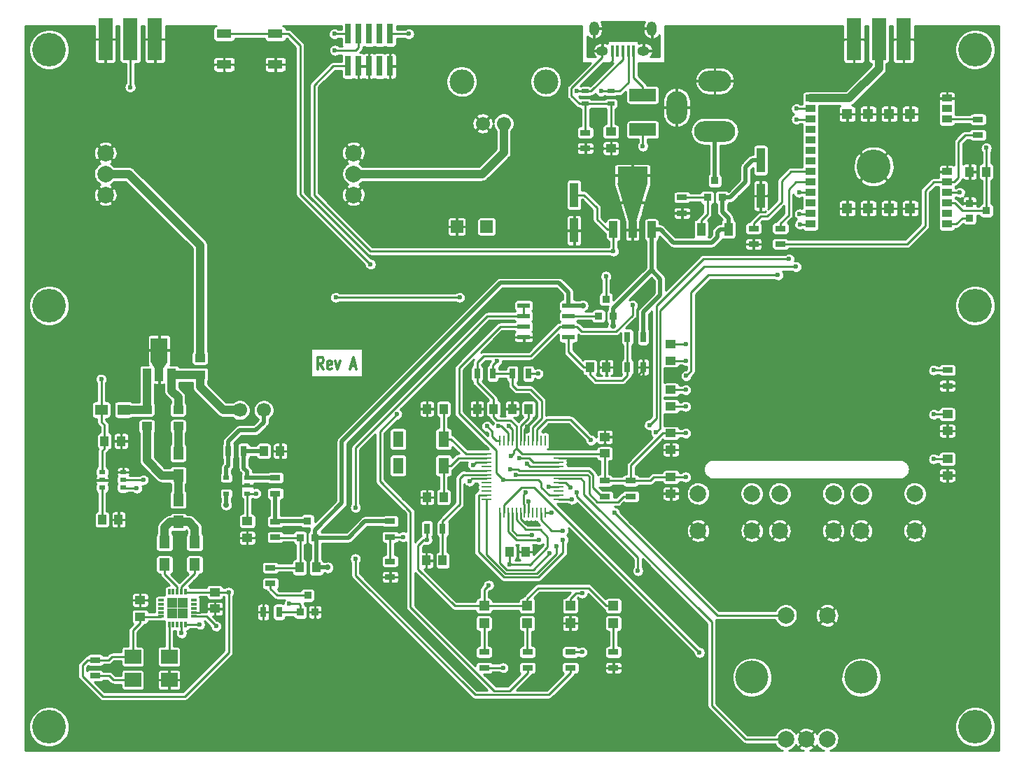
<source format=gtl>
G04 #@! TF.FileFunction,Copper,L1,Top,Signal*
%FSLAX46Y46*%
G04 Gerber Fmt 4.6, Leading zero omitted, Abs format (unit mm)*
G04 Created by KiCad (PCBNEW 0.201512080931+6353~38~ubuntu14.04.1-stable) date Mon 28 Dec 2015 06:39:03 PM PST*
%MOMM*%
G01*
G04 APERTURE LIST*
%ADD10C,0.100000*%
%ADD11C,0.300000*%
%ADD12C,4.064000*%
%ADD13R,1.250000X1.000000*%
%ADD14R,1.000000X1.250000*%
%ADD15R,1.000000X3.000000*%
%ADD16R,1.000000X1.600000*%
%ADD17R,0.760000X2.400000*%
%ADD18R,1.800000X5.080000*%
%ADD19C,0.300000*%
%ADD20O,4.000000X2.500000*%
%ADD21O,5.000000X2.500000*%
%ADD22O,2.500000X4.000000*%
%ADD23R,0.700000X1.300000*%
%ADD24C,2.000000*%
%ADD25R,1.501140X1.501140*%
%ADD26R,0.914400X0.914400*%
%ADD27R,1.000760X1.501140*%
%ADD28R,1.998980X2.999740*%
%ADD29R,1.300000X0.700000*%
%ADD30C,4.000000*%
%ADD31R,1.800000X1.100000*%
%ADD32R,1.550000X0.600000*%
%ADD33R,1.200000X0.900000*%
%ADD34R,1.270000X1.270000*%
%ADD35C,4.100000*%
%ADD36R,3.600000X2.000000*%
%ADD37R,1.000000X2.000000*%
%ADD38R,2.000000X1.700000*%
%ADD39R,0.762000X0.508000*%
%ADD40R,0.900000X0.500000*%
%ADD41R,1.300000X1.900000*%
%ADD42C,2.999740*%
%ADD43C,1.700000*%
%ADD44R,1.300000X0.250000*%
%ADD45R,0.250000X1.300000*%
%ADD46R,1.200000X1.200000*%
%ADD47R,3.200000X1.500000*%
%ADD48R,0.400000X1.350000*%
%ADD49O,1.450000X1.150000*%
%ADD50O,1.200000X1.750000*%
%ADD51R,1.300000X1.500000*%
%ADD52R,1.500000X1.300000*%
%ADD53R,0.300000X0.730000*%
%ADD54R,0.730000X0.300000*%
%ADD55R,1.250000X1.250000*%
%ADD56C,0.800000*%
%ADD57C,0.600000*%
%ADD58C,0.700000*%
%ADD59C,0.250000*%
%ADD60C,0.500000*%
%ADD61C,1.000000*%
G04 APERTURE END LIST*
D10*
D11*
X117178572Y-92728571D02*
X116778572Y-92014286D01*
X116492857Y-92728571D02*
X116492857Y-91228571D01*
X116950000Y-91228571D01*
X117064286Y-91300000D01*
X117121429Y-91371429D01*
X117178572Y-91514286D01*
X117178572Y-91728571D01*
X117121429Y-91871429D01*
X117064286Y-91942857D01*
X116950000Y-92014286D01*
X116492857Y-92014286D01*
X118150000Y-92657143D02*
X118035714Y-92728571D01*
X117807143Y-92728571D01*
X117692857Y-92657143D01*
X117635714Y-92514286D01*
X117635714Y-91942857D01*
X117692857Y-91800000D01*
X117807143Y-91728571D01*
X118035714Y-91728571D01*
X118150000Y-91800000D01*
X118207143Y-91942857D01*
X118207143Y-92085714D01*
X117635714Y-92228571D01*
X118607143Y-91728571D02*
X118892857Y-92728571D01*
X119178571Y-91728571D01*
X120492857Y-92300000D02*
X121064286Y-92300000D01*
X120378572Y-92728571D02*
X120778572Y-91228571D01*
X121178572Y-92728571D01*
D12*
X84000000Y-85000000D03*
X196000000Y-85000000D03*
X84000000Y-136000000D03*
X196000000Y-136000000D03*
X196000000Y-54000000D03*
X84000000Y-54000000D03*
D13*
X151950000Y-65950000D03*
X151950000Y-63950000D03*
D14*
X131600000Y-115850000D03*
X129600000Y-115850000D03*
X129700000Y-97500000D03*
X131700000Y-97500000D03*
X129700000Y-108200000D03*
X131700000Y-108200000D03*
X137750000Y-97500000D03*
X135750000Y-97500000D03*
X140000000Y-97500000D03*
X142000000Y-97500000D03*
X139650000Y-114800000D03*
X141650000Y-114800000D03*
D13*
X151200000Y-102900000D03*
X151200000Y-100900000D03*
X159200000Y-97200000D03*
X159200000Y-95200000D03*
X159200000Y-91650000D03*
X159200000Y-89650000D03*
X159200000Y-100450000D03*
X159200000Y-102450000D03*
D14*
X197350000Y-68800000D03*
X195350000Y-68800000D03*
D13*
X159200000Y-105750000D03*
X159200000Y-107750000D03*
X192650000Y-103550000D03*
X192650000Y-105550000D03*
X192650000Y-98150000D03*
X192650000Y-100150000D03*
D14*
X149400000Y-92450000D03*
X151400000Y-92450000D03*
D15*
X170050000Y-71700000D03*
X170050000Y-67400000D03*
X147500000Y-75900000D03*
X147500000Y-71600000D03*
D13*
X95000000Y-122650000D03*
X95000000Y-120650000D03*
X104050000Y-119700000D03*
X104050000Y-121700000D03*
D14*
X116300000Y-116700000D03*
X114300000Y-116700000D03*
D13*
X107950000Y-111100000D03*
X107950000Y-113100000D03*
X95800000Y-97600000D03*
X95800000Y-99600000D03*
D14*
X109950000Y-102600000D03*
X111950000Y-102600000D03*
X90700000Y-101400000D03*
X92700000Y-101400000D03*
D13*
X99600000Y-97600000D03*
X99600000Y-99600000D03*
D14*
X90400000Y-110900000D03*
X92400000Y-110900000D03*
D13*
X102250000Y-91350000D03*
X102250000Y-93350000D03*
D16*
X162850000Y-75750000D03*
X166150000Y-75750000D03*
D17*
X120140000Y-56000000D03*
X120140000Y-52100000D03*
X121410000Y-56000000D03*
X121410000Y-52100000D03*
X122680000Y-56000000D03*
X122680000Y-52100000D03*
X123950000Y-56000000D03*
X123950000Y-52100000D03*
X125220000Y-56000000D03*
X125220000Y-52100000D03*
D18*
X184350000Y-52750000D03*
X187350000Y-52750000D03*
D19*
X181350000Y-50710000D03*
X181350000Y-54710000D03*
X181850000Y-53710000D03*
X180850000Y-53710000D03*
X181350000Y-52710000D03*
X181850000Y-51710000D03*
X180850000Y-51710000D03*
X187350000Y-50710000D03*
X187350000Y-54710000D03*
X187850000Y-53710000D03*
X186850000Y-53710000D03*
X187350000Y-52710000D03*
X187850000Y-51710000D03*
X186850000Y-51710000D03*
D18*
X181350000Y-52750000D03*
D20*
X164500000Y-57800000D03*
D21*
X164500000Y-63900000D03*
D22*
X159900000Y-61000000D03*
D18*
X93800000Y-52740000D03*
X96800000Y-52740000D03*
D19*
X90800000Y-50700000D03*
X90800000Y-54700000D03*
X91300000Y-53700000D03*
X90300000Y-53700000D03*
X90800000Y-52700000D03*
X91300000Y-51700000D03*
X90300000Y-51700000D03*
X96800000Y-50700000D03*
X96800000Y-54700000D03*
X97300000Y-53700000D03*
X96300000Y-53700000D03*
X96800000Y-52700000D03*
X97300000Y-51700000D03*
X96300000Y-51700000D03*
D18*
X90800000Y-52740000D03*
D23*
X129700000Y-112000000D03*
X131600000Y-112000000D03*
D24*
X90800000Y-69050000D03*
X120800000Y-69050000D03*
X90800000Y-66510000D03*
X90800000Y-71590000D03*
X120800000Y-66510000D03*
X120800000Y-71590000D03*
D25*
X133300000Y-75450000D03*
X136900000Y-75450000D03*
D26*
X152239000Y-86266000D03*
X150461000Y-86266000D03*
X151350000Y-84234000D03*
X165389000Y-71916000D03*
X163611000Y-71916000D03*
X164500000Y-69884000D03*
X116150000Y-122100000D03*
X114372000Y-122100000D03*
X115261000Y-120068000D03*
X116139000Y-113100000D03*
X114361000Y-113100000D03*
X115250000Y-111068000D03*
D27*
X95798860Y-93351480D03*
X97300000Y-93351480D03*
X98801140Y-93351480D03*
D28*
X97300000Y-90400000D03*
D10*
G36*
X98300760Y-91874470D02*
X97800380Y-92623770D01*
X96799620Y-92623770D01*
X96299240Y-91874470D01*
X98300760Y-91874470D01*
X98300760Y-91874470D01*
G37*
D29*
X136600000Y-126950000D03*
X136600000Y-128850000D03*
X141850000Y-126950000D03*
X141850000Y-128850000D03*
X148850000Y-65950000D03*
X148850000Y-64050000D03*
X147050000Y-128850000D03*
X147050000Y-126950000D03*
X125250000Y-111100000D03*
X125250000Y-113000000D03*
X125250000Y-115950000D03*
X125250000Y-117850000D03*
D23*
X137650000Y-93250000D03*
X135750000Y-93250000D03*
X141950000Y-93250000D03*
X140050000Y-93250000D03*
D29*
X151200000Y-106200000D03*
X151200000Y-108100000D03*
X154350000Y-106200000D03*
X154350000Y-108100000D03*
X196350000Y-64350000D03*
X196350000Y-62450000D03*
X192650000Y-92800000D03*
X192650000Y-94700000D03*
X172450000Y-77550000D03*
X172450000Y-75650000D03*
X169200000Y-77550000D03*
X169200000Y-75650000D03*
D23*
X155850000Y-88800000D03*
X153950000Y-88800000D03*
X153950000Y-92450000D03*
X155850000Y-92450000D03*
D29*
X160550000Y-71900000D03*
X160550000Y-73800000D03*
X152250000Y-126950000D03*
X152250000Y-128850000D03*
X89550000Y-127900000D03*
X89550000Y-129800000D03*
D23*
X111800000Y-122100000D03*
X109900000Y-122100000D03*
D29*
X110750000Y-116750000D03*
X110750000Y-118650000D03*
X111350000Y-111150000D03*
X111350000Y-113050000D03*
X111350000Y-105850000D03*
X111350000Y-107750000D03*
D23*
X105650000Y-102600000D03*
X107550000Y-102600000D03*
D24*
X173100000Y-137500000D03*
X175600000Y-137500000D03*
X178100000Y-137500000D03*
X178100000Y-122500000D03*
X173100000Y-122500000D03*
D30*
X182200000Y-130000000D03*
X169000000Y-130000000D03*
D31*
X105150000Y-52100000D03*
X111350000Y-52100000D03*
X105150000Y-55800000D03*
X111350000Y-55800000D03*
D32*
X141400000Y-84995000D03*
X141400000Y-86265000D03*
X141400000Y-87535000D03*
X141400000Y-88805000D03*
X146800000Y-88805000D03*
X146800000Y-87535000D03*
X146800000Y-86265000D03*
X146800000Y-84995000D03*
D26*
X195334000Y-74389000D03*
X195334000Y-72611000D03*
X197366000Y-73500000D03*
D33*
X192595000Y-75135000D03*
X192595000Y-73865000D03*
X192595000Y-72595000D03*
X192595000Y-71325000D03*
X192595000Y-70055000D03*
X192595000Y-68785000D03*
X192595000Y-62435000D03*
X192595000Y-61165000D03*
X192595000Y-59895000D03*
X176085000Y-59895000D03*
X176085000Y-61165000D03*
X176085000Y-62435000D03*
X176085000Y-63705000D03*
X176085000Y-64975000D03*
X176085000Y-66245000D03*
X176085000Y-67515000D03*
X176085000Y-68785000D03*
X176085000Y-70055000D03*
X176085000Y-71325000D03*
X176085000Y-72595000D03*
X176085000Y-73865000D03*
X176085000Y-75135000D03*
D34*
X188150000Y-73230000D03*
X185610000Y-73230000D03*
X183070000Y-73230000D03*
X180530000Y-73230000D03*
X180530000Y-61800000D03*
X183070000Y-61800000D03*
X185610000Y-61800000D03*
X188150000Y-61800000D03*
D35*
X183735000Y-68145000D03*
D36*
X154550000Y-69200000D03*
D37*
X154550000Y-75800000D03*
X156850000Y-75800000D03*
X152250000Y-75800000D03*
D10*
G36*
X154050000Y-74800000D02*
X152750000Y-70200000D01*
X156350000Y-70200000D01*
X155050000Y-74800000D01*
X154050000Y-74800000D01*
X154050000Y-74800000D01*
G37*
D38*
X94100000Y-130300000D03*
X98500000Y-130300000D03*
X98500000Y-127500000D03*
X94100000Y-127500000D03*
D39*
X107950000Y-107755000D03*
X107950000Y-105850000D03*
X105410000Y-107755000D03*
X107950000Y-106802500D03*
X105410000Y-105850000D03*
X90410000Y-105150000D03*
X90410000Y-107055000D03*
X92950000Y-106102500D03*
X90410000Y-106102500D03*
X92950000Y-107055000D03*
X92950000Y-105150000D03*
D40*
X148850000Y-59050000D03*
X148850000Y-60550000D03*
X151950000Y-59050000D03*
X151950000Y-60550000D03*
D41*
X131700000Y-101150000D03*
X126200000Y-101150000D03*
X126200000Y-104350000D03*
X131700000Y-104350000D03*
D24*
X188700000Y-112250000D03*
X182200000Y-112250000D03*
X188700000Y-107750000D03*
X182200000Y-107750000D03*
X178850000Y-112250000D03*
X172350000Y-112250000D03*
X178850000Y-107750000D03*
X172350000Y-107750000D03*
X169000000Y-112250000D03*
X162500000Y-112250000D03*
X169000000Y-107750000D03*
X162500000Y-107750000D03*
D42*
X133890000Y-57868920D03*
X144050000Y-57868920D03*
D43*
X138970000Y-62948920D03*
X136430000Y-62948920D03*
D44*
X136900000Y-102950000D03*
X136900000Y-103450000D03*
X136900000Y-103950000D03*
X136900000Y-104450000D03*
X136900000Y-104950000D03*
X136900000Y-105450000D03*
X136900000Y-105950000D03*
X136900000Y-106450000D03*
X136900000Y-106950000D03*
X136900000Y-107450000D03*
X136900000Y-107950000D03*
X136900000Y-108450000D03*
D45*
X138500000Y-110050000D03*
X139000000Y-110050000D03*
X139500000Y-110050000D03*
X140000000Y-110050000D03*
X140500000Y-110050000D03*
X141000000Y-110050000D03*
X141500000Y-110050000D03*
X142000000Y-110050000D03*
X142500000Y-110050000D03*
X143000000Y-110050000D03*
X143500000Y-110050000D03*
X144000000Y-110050000D03*
D44*
X145600000Y-108450000D03*
X145600000Y-107950000D03*
X145600000Y-107450000D03*
X145600000Y-106950000D03*
X145600000Y-106450000D03*
X145600000Y-105950000D03*
X145600000Y-105450000D03*
X145600000Y-104950000D03*
X145600000Y-104450000D03*
X145600000Y-103950000D03*
X145600000Y-103450000D03*
X145600000Y-102950000D03*
D45*
X144000000Y-101350000D03*
X143500000Y-101350000D03*
X143000000Y-101350000D03*
X142500000Y-101350000D03*
X142000000Y-101350000D03*
X141500000Y-101350000D03*
X141000000Y-101350000D03*
X140500000Y-101350000D03*
X140000000Y-101350000D03*
X139500000Y-101350000D03*
X139000000Y-101350000D03*
X138500000Y-101350000D03*
D46*
X152249998Y-121350000D03*
X152249998Y-123450000D03*
X147033332Y-121350000D03*
X147033332Y-123450000D03*
X141816666Y-121350000D03*
X141816666Y-123450000D03*
X136600000Y-121350000D03*
X136600000Y-123450000D03*
D47*
X155800000Y-59500000D03*
X155800000Y-63700000D03*
D43*
X107050000Y-97650000D03*
X109950000Y-97650000D03*
D48*
X154700000Y-54150000D03*
X154050000Y-54150000D03*
X153400000Y-54150000D03*
X152750000Y-54150000D03*
X152100000Y-54150000D03*
D49*
X150900000Y-54150000D03*
X155900000Y-54150000D03*
D50*
X149900000Y-51450000D03*
X156900000Y-51450000D03*
D51*
X101600000Y-113650000D03*
X101600000Y-116350000D03*
X97950000Y-113650000D03*
X97950000Y-116350000D03*
X99600000Y-108500000D03*
X99600000Y-111200000D03*
D52*
X93000000Y-97600000D03*
X90300000Y-97600000D03*
D51*
X99600000Y-102850000D03*
X99600000Y-105550000D03*
D53*
X98500000Y-123600000D03*
X99000000Y-123600000D03*
X99500000Y-123600000D03*
X100000000Y-123600000D03*
X100500000Y-123600000D03*
D54*
X101465000Y-122635000D03*
X101465000Y-122135000D03*
X101465000Y-121635000D03*
X101465000Y-121135000D03*
X101465000Y-120635000D03*
D53*
X100500000Y-119670000D03*
X100000000Y-119670000D03*
X99500000Y-119670000D03*
X99000000Y-119670000D03*
X98500000Y-119670000D03*
D54*
X97535000Y-120635000D03*
X97535000Y-121135000D03*
X97535000Y-121635000D03*
X97535000Y-122135000D03*
X97535000Y-122635000D03*
D55*
X100125000Y-121010000D03*
X98875000Y-121010000D03*
X100125000Y-122260000D03*
X98875000Y-122260000D03*
D56*
X98900000Y-121035000D03*
X98900000Y-122235000D03*
X100100000Y-122235000D03*
X100100000Y-121035000D03*
D57*
X134550000Y-97500000D03*
X152500000Y-100900000D03*
X149400000Y-104000000D03*
X139350000Y-95750000D03*
X139800000Y-88800000D03*
X146550000Y-94950000D03*
X150300000Y-89450000D03*
X160600000Y-102500000D03*
X157550000Y-107750000D03*
X102600000Y-121700000D03*
X133800000Y-104350000D03*
X141816949Y-99666949D03*
X141790532Y-111336485D03*
X151050000Y-56400000D03*
X142800000Y-114800000D03*
X139850000Y-103200000D03*
X152250000Y-78400000D03*
X154550000Y-84950000D03*
X174400000Y-61150000D03*
X197350000Y-65900000D03*
X137150000Y-118850000D03*
X139650000Y-116350000D03*
X161000000Y-105750000D03*
X161000000Y-100450000D03*
X129700000Y-113350000D03*
X105700000Y-119700000D03*
X161000000Y-97200000D03*
X161000000Y-95200000D03*
X161000000Y-91650000D03*
X161000000Y-89650000D03*
X191000000Y-103550000D03*
X191000000Y-98150000D03*
D58*
X148550000Y-85000000D03*
X152250000Y-87450000D03*
X105400000Y-109100000D03*
X117700000Y-116700000D03*
D57*
X109000000Y-107750000D03*
X135250000Y-104300000D03*
X133650000Y-84000000D03*
X118650000Y-84000000D03*
X90300000Y-93900000D03*
X148450000Y-126950000D03*
X148450000Y-119800000D03*
X151350000Y-81450000D03*
X155800000Y-65700000D03*
X150750000Y-59050000D03*
X141800000Y-104100000D03*
X147800000Y-59000000D03*
X140841580Y-103462028D03*
X118500000Y-52100000D03*
X138350000Y-99600000D03*
X118550000Y-54100000D03*
X139608051Y-99591949D03*
X127500000Y-52100000D03*
X138150000Y-91725010D03*
X93800000Y-58550000D03*
X104200000Y-123800000D03*
X113050000Y-121050000D03*
X138950000Y-106100000D03*
X149550000Y-101300000D03*
X138900000Y-128850000D03*
X155200000Y-117100000D03*
X147850000Y-107600000D03*
X136950000Y-99600000D03*
X126050000Y-98150000D03*
X121050000Y-109450000D03*
X121050000Y-115650000D03*
X134850000Y-106250000D03*
X126800000Y-113000000D03*
X122850000Y-80000000D03*
X143150000Y-93250000D03*
X139800000Y-104800000D03*
X95400000Y-106100000D03*
X100000000Y-124650000D03*
X140450000Y-105450000D03*
X94600000Y-107100000D03*
X102200000Y-123600000D03*
X191000000Y-92800000D03*
X146150000Y-113350000D03*
X145400000Y-114150000D03*
X144500000Y-115000000D03*
X162650000Y-127000000D03*
X144750000Y-110050000D03*
X152350000Y-110050000D03*
X174800000Y-75150000D03*
X174350000Y-80300000D03*
X157400000Y-100350000D03*
X143250000Y-113350000D03*
X174750000Y-73900000D03*
X173500000Y-79350000D03*
X156600000Y-99450000D03*
X142400000Y-112750000D03*
X141600000Y-107650000D03*
X142000000Y-108700000D03*
X174400000Y-62450000D03*
X172150000Y-81300000D03*
X161050000Y-93500000D03*
X146150000Y-112250000D03*
X147227149Y-108451904D03*
X144400000Y-106950000D03*
X147024990Y-107000000D03*
X174700000Y-71300000D03*
X194150000Y-71300000D03*
D59*
X135750000Y-97500000D02*
X134550000Y-97500000D01*
X152500000Y-100900000D02*
X151200000Y-100900000D01*
X145600000Y-103450000D02*
X148850000Y-103450000D01*
X148850000Y-103450000D02*
X149400000Y-104000000D01*
X140000000Y-97500000D02*
X140000000Y-96400000D01*
X140000000Y-96400000D02*
X139350000Y-95750000D01*
X141400000Y-88805000D02*
X139805000Y-88805000D01*
X139805000Y-88805000D02*
X139800000Y-88800000D01*
X155850000Y-92450000D02*
X155850000Y-92750000D01*
X155850000Y-92750000D02*
X153650000Y-94950000D01*
X153650000Y-94950000D02*
X153086410Y-94950000D01*
X153086410Y-94950000D02*
X146550000Y-94950000D01*
X151400000Y-92450000D02*
X151400000Y-90550000D01*
X151400000Y-90550000D02*
X150300000Y-89450000D01*
X159200000Y-102450000D02*
X160550000Y-102450000D01*
X160550000Y-102450000D02*
X160600000Y-102500000D01*
X159200000Y-107750000D02*
X157550000Y-107750000D01*
X101465000Y-122135000D02*
X102165000Y-122135000D01*
X102165000Y-122135000D02*
X102600000Y-121700000D01*
X104050000Y-121700000D02*
X102600000Y-121700000D01*
X136900000Y-104950000D02*
X134400000Y-104950000D01*
X134400000Y-104950000D02*
X133800000Y-104350000D01*
X141500000Y-101350000D02*
X141500000Y-99983898D01*
X141500000Y-99983898D02*
X141816949Y-99666949D01*
X141000000Y-110050000D02*
X141000000Y-110813590D01*
X141000000Y-110813590D02*
X141522895Y-111336485D01*
X141522895Y-111336485D02*
X141790532Y-111336485D01*
X152100000Y-54150000D02*
X152100000Y-55350000D01*
X152100000Y-55350000D02*
X151050000Y-56400000D01*
X141650000Y-114800000D02*
X142800000Y-114800000D01*
X148850000Y-60550000D02*
X148150000Y-60550000D01*
X148150000Y-60550000D02*
X147174999Y-59574999D01*
X147174999Y-59574999D02*
X147174999Y-58700001D01*
X150900000Y-54975000D02*
X150900000Y-54150000D01*
X147174999Y-58700001D02*
X150900000Y-54975000D01*
X151950000Y-60550000D02*
X151950000Y-63950000D01*
X148850000Y-60550000D02*
X148850000Y-61050000D01*
X148850000Y-61050000D02*
X148850000Y-64050000D01*
X148850000Y-60550000D02*
X149550000Y-60550000D01*
X149550000Y-60550000D02*
X151950000Y-60550000D01*
X131600000Y-112000000D02*
X131600000Y-115850000D01*
X133650000Y-105900000D02*
X134100000Y-105450000D01*
X134100000Y-105450000D02*
X136900000Y-105450000D01*
X133650000Y-109050000D02*
X133650000Y-105900000D01*
X131600000Y-112000000D02*
X131600000Y-111100000D01*
X131600000Y-111100000D02*
X133650000Y-109050000D01*
X131700000Y-101150000D02*
X131700000Y-99950000D01*
X131700000Y-99950000D02*
X131700000Y-97500000D01*
X131700000Y-101150000D02*
X132600000Y-101150000D01*
X132600000Y-101150000D02*
X134400000Y-102950000D01*
X134400000Y-102950000D02*
X136900000Y-102950000D01*
X131700000Y-104350000D02*
X131700000Y-108200000D01*
X131700000Y-104350000D02*
X132600000Y-104350000D01*
X132600000Y-104350000D02*
X133500000Y-103450000D01*
X133500000Y-103450000D02*
X136000000Y-103450000D01*
X136000000Y-103450000D02*
X136900000Y-103450000D01*
X159200000Y-100450000D02*
X158225002Y-100450000D01*
X158225002Y-100450000D02*
X154350000Y-104325002D01*
X154350000Y-104325002D02*
X154350000Y-105600000D01*
X154350000Y-105600000D02*
X154350000Y-106200000D01*
X100400000Y-132300000D02*
X105700000Y-127000000D01*
X105700000Y-127000000D02*
X105700000Y-119700000D01*
X90464998Y-132300000D02*
X100400000Y-132300000D01*
X88000000Y-128550000D02*
X88000000Y-129835002D01*
X88000000Y-129835002D02*
X90464998Y-132300000D01*
X89550000Y-127900000D02*
X88650000Y-127900000D01*
X88650000Y-127900000D02*
X88000000Y-128550000D01*
X142100000Y-116400000D02*
X142050000Y-116350000D01*
X142050000Y-116350000D02*
X139650000Y-116350000D01*
X144300000Y-113000000D02*
X144300000Y-114200000D01*
X144300000Y-114200000D02*
X142100000Y-116400000D01*
X143424999Y-112124999D02*
X144300000Y-113000000D01*
X140500000Y-110050000D02*
X140500000Y-110950000D01*
X140500000Y-110950000D02*
X141674999Y-112124999D01*
X141674999Y-112124999D02*
X143424999Y-112124999D01*
X128600000Y-116900000D02*
X133050000Y-121350000D01*
X133050000Y-121350000D02*
X136600000Y-121350000D01*
X128600000Y-114025736D02*
X128600000Y-116900000D01*
X129700000Y-113350000D02*
X129275736Y-113350000D01*
X129275736Y-113350000D02*
X128600000Y-114025736D01*
X139850000Y-103200000D02*
X140212973Y-102837027D01*
X140212973Y-102837027D02*
X140212973Y-102537027D01*
X140212973Y-102537027D02*
X140500000Y-102250000D01*
X116050000Y-58300000D02*
X118350000Y-56000000D01*
X118350000Y-56000000D02*
X120140000Y-56000000D01*
X116050000Y-71600000D02*
X116050000Y-58300000D01*
X122850000Y-78400000D02*
X116050000Y-71600000D01*
X152250000Y-78400000D02*
X122850000Y-78400000D01*
X152250000Y-78400000D02*
X152250000Y-77975736D01*
X152250000Y-77975736D02*
X152250000Y-75800000D01*
X146800000Y-87535000D02*
X147825000Y-87535000D01*
X147825000Y-87535000D02*
X148415001Y-88125001D01*
X148415001Y-88125001D02*
X152574001Y-88125001D01*
X152574001Y-88125001D02*
X154550000Y-86149002D01*
X154550000Y-86149002D02*
X154550000Y-84950000D01*
X174400000Y-61150000D02*
X176070000Y-61150000D01*
X176070000Y-61150000D02*
X176085000Y-61165000D01*
X197350000Y-68800000D02*
X197350000Y-65900000D01*
X157150000Y-105750000D02*
X156700000Y-106200000D01*
X156700000Y-106200000D02*
X154350000Y-106200000D01*
X159200000Y-105750000D02*
X157150000Y-105750000D01*
X137150000Y-118850000D02*
X136600000Y-119400000D01*
X136600000Y-119400000D02*
X136600000Y-121350000D01*
X139650000Y-114800000D02*
X139650000Y-116350000D01*
X145600000Y-102950000D02*
X151150000Y-102950000D01*
X151150000Y-102950000D02*
X151200000Y-102900000D01*
X159200000Y-105750000D02*
X161000000Y-105750000D01*
X159200000Y-100450000D02*
X161000000Y-100450000D01*
X197350000Y-68800000D02*
X197350000Y-73484000D01*
X197350000Y-73484000D02*
X197366000Y-73500000D01*
X194450000Y-73500000D02*
X193545000Y-72595000D01*
X193545000Y-72595000D02*
X192595000Y-72595000D01*
X197366000Y-73500000D02*
X194450000Y-73500000D01*
X145600000Y-102950000D02*
X141200000Y-102950000D01*
X141200000Y-102950000D02*
X140500000Y-102250000D01*
X140500000Y-102250000D02*
X140500000Y-101350000D01*
X151200000Y-106200000D02*
X154350000Y-106200000D01*
X129700000Y-113350000D02*
X129700000Y-112000000D01*
X104050000Y-119700000D02*
X105700000Y-119700000D01*
X150250000Y-73150000D02*
X148700000Y-71600000D01*
X148700000Y-71600000D02*
X147500000Y-71600000D01*
X150250000Y-74550000D02*
X150250000Y-73150000D01*
X152250000Y-75800000D02*
X151500000Y-75800000D01*
X151500000Y-75800000D02*
X150250000Y-74550000D01*
X136550000Y-91100000D02*
X135750000Y-91900000D01*
X135750000Y-91900000D02*
X135750000Y-93250000D01*
X142210000Y-91100000D02*
X136550000Y-91100000D01*
X146800000Y-87535000D02*
X145775000Y-87535000D01*
X145775000Y-87535000D02*
X142210000Y-91100000D01*
X137750000Y-97500000D02*
X137750000Y-96300000D01*
X137750000Y-96300000D02*
X135750000Y-94300000D01*
X135750000Y-94300000D02*
X135750000Y-93250000D01*
X151200000Y-102900000D02*
X151200000Y-103650000D01*
X151200000Y-103650000D02*
X151200000Y-106200000D01*
X137750000Y-97500000D02*
X137750000Y-98450000D01*
X137750000Y-98450000D02*
X138200000Y-98900000D01*
X138200000Y-98900000D02*
X139800000Y-98900000D01*
X139800000Y-98900000D02*
X140500000Y-99600000D01*
X140500000Y-99600000D02*
X140500000Y-101350000D01*
X141816666Y-121350000D02*
X141816666Y-120500000D01*
X141816666Y-120500000D02*
X143141667Y-119174999D01*
X143141667Y-119174999D02*
X149224997Y-119174999D01*
X149224997Y-119174999D02*
X151399998Y-121350000D01*
X151399998Y-121350000D02*
X152249998Y-121350000D01*
X136600000Y-121350000D02*
X137450000Y-121350000D01*
X137450000Y-121350000D02*
X141816666Y-121350000D01*
X104050000Y-119700000D02*
X100530000Y-119700000D01*
X100530000Y-119700000D02*
X100500000Y-119670000D01*
X91200000Y-127900000D02*
X91600000Y-127500000D01*
X91600000Y-127500000D02*
X94100000Y-127500000D01*
X89550000Y-127900000D02*
X91200000Y-127900000D01*
X95000000Y-122650000D02*
X95000000Y-123400000D01*
X95000000Y-123400000D02*
X94100000Y-124300000D01*
X94100000Y-124300000D02*
X94100000Y-127500000D01*
X95000000Y-122650000D02*
X97520000Y-122650000D01*
X97520000Y-122650000D02*
X97535000Y-122635000D01*
X141000000Y-99600000D02*
X142000000Y-98600000D01*
X142000000Y-98600000D02*
X142000000Y-97500000D01*
X141000000Y-101350000D02*
X141000000Y-99600000D01*
X159200000Y-97200000D02*
X161000000Y-97200000D01*
X159200000Y-95200000D02*
X161000000Y-95200000D01*
X159200000Y-91650000D02*
X161000000Y-91650000D01*
X159200000Y-89650000D02*
X161000000Y-89650000D01*
X192650000Y-103550000D02*
X191000000Y-103550000D01*
X192650000Y-98150000D02*
X191000000Y-98150000D01*
X153350000Y-94050000D02*
X153950000Y-93450000D01*
X153950000Y-93450000D02*
X153950000Y-92450000D01*
X150125000Y-94050000D02*
X153350000Y-94050000D01*
X149400000Y-92450000D02*
X149400000Y-93325000D01*
X149400000Y-93325000D02*
X150125000Y-94050000D01*
X153950000Y-92450000D02*
X153950000Y-91550000D01*
X153950000Y-91550000D02*
X153950000Y-88800000D01*
X149400000Y-92450000D02*
X148650000Y-92450000D01*
X148650000Y-92450000D02*
X146800000Y-90600000D01*
X146800000Y-90600000D02*
X146800000Y-89355000D01*
X146800000Y-89355000D02*
X146800000Y-88805000D01*
D60*
X116139000Y-113100000D02*
X116139000Y-112142800D01*
X119400000Y-108881800D02*
X119400000Y-101400000D01*
X116139000Y-112142800D02*
X119400000Y-108881800D01*
X119400000Y-101400000D02*
X138550000Y-82250000D01*
X138550000Y-82250000D02*
X145650000Y-82250000D01*
X145650000Y-82250000D02*
X146800000Y-83400000D01*
X146800000Y-83400000D02*
X146800000Y-84995000D01*
X157900000Y-83736814D02*
X157900000Y-81747800D01*
X157900000Y-81747800D02*
X156850000Y-80697800D01*
X155850000Y-88800000D02*
X155850000Y-85786814D01*
X155850000Y-85786814D02*
X157900000Y-83736814D01*
X152239000Y-86266000D02*
X152239000Y-85308800D01*
X152239000Y-85308800D02*
X156850000Y-80697800D01*
X156850000Y-80697800D02*
X156850000Y-77300000D01*
X156850000Y-77300000D02*
X156850000Y-75800000D01*
X159500000Y-77350000D02*
X157950000Y-75800000D01*
X157950000Y-75800000D02*
X156850000Y-75800000D01*
X164150000Y-77350000D02*
X159500000Y-77350000D01*
X164800000Y-76700000D02*
X164150000Y-77350000D01*
X164800000Y-76100000D02*
X164800000Y-76700000D01*
X166150000Y-75750000D02*
X165150000Y-75750000D01*
X165150000Y-75750000D02*
X164800000Y-76100000D01*
X168250000Y-68200000D02*
X169050000Y-67400000D01*
X169050000Y-67400000D02*
X170050000Y-67400000D01*
X168250000Y-70012200D02*
X168250000Y-68200000D01*
X165389000Y-71916000D02*
X166346200Y-71916000D01*
X166346200Y-71916000D02*
X168250000Y-70012200D01*
X165389000Y-73639000D02*
X166150000Y-74400000D01*
X166150000Y-74400000D02*
X166150000Y-75750000D01*
X165389000Y-71916000D02*
X165389000Y-73639000D01*
X148550000Y-85000000D02*
X146805000Y-85000000D01*
X146805000Y-85000000D02*
X146800000Y-84995000D01*
X152239000Y-86266000D02*
X152239000Y-87439000D01*
X152239000Y-87439000D02*
X152250000Y-87450000D01*
X105400000Y-109100000D02*
X105400000Y-107765000D01*
X105400000Y-107765000D02*
X105410000Y-107755000D01*
X116300000Y-116700000D02*
X117700000Y-116700000D01*
X120200000Y-113100000D02*
X122200000Y-111100000D01*
X122200000Y-111100000D02*
X125250000Y-111100000D01*
X116139000Y-113100000D02*
X120200000Y-113100000D01*
X116300000Y-116700000D02*
X116300000Y-113261000D01*
X116300000Y-113261000D02*
X116139000Y-113100000D01*
D59*
X110750000Y-116750000D02*
X114250000Y-116750000D01*
X114250000Y-116750000D02*
X114300000Y-116700000D01*
X114361000Y-113100000D02*
X114361000Y-116639000D01*
X114361000Y-116639000D02*
X114300000Y-116700000D01*
X114361000Y-113100000D02*
X111400000Y-113100000D01*
X111400000Y-113100000D02*
X111350000Y-113050000D01*
X109000000Y-107750000D02*
X107955000Y-107750000D01*
X107955000Y-107750000D02*
X107950000Y-107755000D01*
X136900000Y-103950000D02*
X135600000Y-103950000D01*
X135600000Y-103950000D02*
X135250000Y-104300000D01*
X107950000Y-107755000D02*
X107950000Y-111100000D01*
D61*
X95798860Y-93351480D02*
X95798860Y-97598860D01*
X95798860Y-97598860D02*
X95800000Y-97600000D01*
X95800000Y-97600000D02*
X93000000Y-97600000D01*
D59*
X95800000Y-93352620D02*
X95798860Y-93351480D01*
D61*
X95800000Y-99600000D02*
X95800000Y-103750000D01*
X95800000Y-103750000D02*
X97600000Y-105550000D01*
X97600000Y-105550000D02*
X99600000Y-105550000D01*
X99600000Y-108500000D02*
X99600000Y-105550000D01*
D60*
X107550000Y-102600000D02*
X109950000Y-102600000D01*
X107950000Y-105850000D02*
X107950000Y-105096000D01*
X107950000Y-105096000D02*
X107550000Y-104696000D01*
X107550000Y-104696000D02*
X107550000Y-102600000D01*
X111350000Y-105850000D02*
X107950000Y-105850000D01*
D59*
X118650000Y-84000000D02*
X133650000Y-84000000D01*
X90300000Y-97600000D02*
X90300000Y-93900000D01*
X90400000Y-102575000D02*
X90410000Y-102585000D01*
X90410000Y-102585000D02*
X90410000Y-105150000D01*
X90700000Y-101400000D02*
X90700000Y-102275000D01*
X90700000Y-102275000D02*
X90400000Y-102575000D01*
X90300000Y-99050000D02*
X90700000Y-99450000D01*
X90700000Y-99450000D02*
X90700000Y-101400000D01*
X90300000Y-97600000D02*
X90300000Y-99050000D01*
D61*
X107050000Y-97650000D02*
X105050000Y-97650000D01*
X102250000Y-94850000D02*
X102250000Y-93350000D01*
X105050000Y-97650000D02*
X102250000Y-94850000D01*
X99600000Y-97600000D02*
X99600000Y-96100000D01*
X99600000Y-96100000D02*
X98801140Y-95301140D01*
X98801140Y-95301140D02*
X98801140Y-93351480D01*
X98801140Y-93351480D02*
X102248520Y-93351480D01*
D59*
X102248520Y-93351480D02*
X102250000Y-93350000D01*
D61*
X99600000Y-102850000D02*
X99600000Y-99600000D01*
D59*
X90410000Y-107055000D02*
X90410000Y-110890000D01*
X90410000Y-110890000D02*
X90400000Y-110900000D01*
D61*
X102250000Y-91350000D02*
X102250000Y-77700000D01*
X102250000Y-77700000D02*
X93600000Y-69050000D01*
X93600000Y-69050000D02*
X90800000Y-69050000D01*
D59*
X136600000Y-123450000D02*
X136600000Y-126950000D01*
X141816666Y-123450000D02*
X141816666Y-126916666D01*
X141816666Y-126916666D02*
X141850000Y-126950000D01*
X148450000Y-126950000D02*
X147050000Y-126950000D01*
X147033332Y-121350000D02*
X147033332Y-120500000D01*
X147033332Y-120500000D02*
X147733332Y-119800000D01*
X147733332Y-119800000D02*
X148450000Y-119800000D01*
X162850000Y-75750000D02*
X162850000Y-74700000D01*
X163611000Y-73939000D02*
X163611000Y-71916000D01*
X162850000Y-74700000D02*
X163611000Y-73939000D01*
X160550000Y-71900000D02*
X163595000Y-71900000D01*
X163595000Y-71900000D02*
X163611000Y-71916000D01*
X152249998Y-123450000D02*
X152249998Y-126949998D01*
X152249998Y-126949998D02*
X152250000Y-126950000D01*
X155800000Y-59500000D02*
X155800000Y-58500000D01*
X155800000Y-58500000D02*
X154700000Y-57400000D01*
X154700000Y-57400000D02*
X154700000Y-55075000D01*
X154700000Y-55075000D02*
X154700000Y-54150000D01*
X151350000Y-81450000D02*
X151350000Y-84234000D01*
X155800000Y-63700000D02*
X155800000Y-65700000D01*
X150750000Y-59050000D02*
X151950000Y-59050000D01*
X145600000Y-104450000D02*
X142150000Y-104450000D01*
X142150000Y-104450000D02*
X141800000Y-104100000D01*
X154050000Y-58000000D02*
X153000000Y-59050000D01*
X153000000Y-59050000D02*
X151950000Y-59050000D01*
X154050000Y-54150000D02*
X154050000Y-58000000D01*
X147800000Y-59000000D02*
X148800000Y-59000000D01*
X148800000Y-59000000D02*
X148850000Y-59050000D01*
X145600000Y-103950000D02*
X142575002Y-103950000D01*
X142575002Y-103950000D02*
X142087030Y-103462028D01*
X142087030Y-103462028D02*
X140841580Y-103462028D01*
X153400000Y-54150000D02*
X153400000Y-55200000D01*
X153400000Y-55200000D02*
X149550000Y-59050000D01*
X149550000Y-59050000D02*
X148850000Y-59050000D01*
X118500000Y-52100000D02*
X120140000Y-52100000D01*
X139500000Y-101350000D02*
X139500000Y-100450000D01*
X138650000Y-99600000D02*
X138350000Y-99600000D01*
X139500000Y-100450000D02*
X138650000Y-99600000D01*
X121100000Y-54100000D02*
X121410000Y-53790000D01*
X121410000Y-53790000D02*
X121410000Y-52100000D01*
X118550000Y-54100000D02*
X121100000Y-54100000D01*
X140000000Y-101350000D02*
X140000000Y-99983898D01*
X140000000Y-99983898D02*
X139608051Y-99591949D01*
X127500000Y-52100000D02*
X125220000Y-52100000D01*
X137650000Y-93250000D02*
X137650000Y-92225010D01*
X137650000Y-92225010D02*
X138150000Y-91725010D01*
X142500000Y-101350000D02*
X142500000Y-99700000D01*
X142500000Y-99700000D02*
X143550000Y-98650000D01*
X142200000Y-95150000D02*
X140550000Y-95150000D01*
X140550000Y-95150000D02*
X140050000Y-94650000D01*
X143550000Y-98650000D02*
X143550000Y-96500000D01*
X143550000Y-96500000D02*
X142200000Y-95150000D01*
X140050000Y-94650000D02*
X140050000Y-93250000D01*
X137650000Y-93250000D02*
X140050000Y-93250000D01*
D61*
X184350000Y-52750000D02*
X184350000Y-56290000D01*
X184350000Y-56290000D02*
X180745000Y-59895000D01*
X180745000Y-59895000D02*
X177685000Y-59895000D01*
X177685000Y-59895000D02*
X176085000Y-59895000D01*
X184350000Y-52750000D02*
X184350000Y-54390000D01*
D60*
X164500000Y-69884000D02*
X164500000Y-69176800D01*
X164500000Y-69176800D02*
X164500000Y-63900000D01*
D59*
X104200000Y-123800000D02*
X103035000Y-122635000D01*
X93800000Y-52740000D02*
X93800000Y-58550000D01*
X103035000Y-122635000D02*
X101465000Y-122635000D01*
D61*
X136350000Y-69050000D02*
X138970000Y-66430000D01*
X120800000Y-69050000D02*
X136350000Y-69050000D01*
X138970000Y-66430000D02*
X138970000Y-62948920D01*
D60*
X108950000Y-100100000D02*
X109950000Y-99100000D01*
X109950000Y-99100000D02*
X109950000Y-97650000D01*
X107000000Y-100100000D02*
X108950000Y-100100000D01*
X105650000Y-102600000D02*
X105650000Y-101450000D01*
X105650000Y-101450000D02*
X107000000Y-100100000D01*
X105410000Y-104590000D02*
X105650000Y-104350000D01*
X105650000Y-104350000D02*
X105650000Y-102600000D01*
X105410000Y-105850000D02*
X105410000Y-104590000D01*
D59*
X146800000Y-86265000D02*
X150460000Y-86265000D01*
X150460000Y-86265000D02*
X150461000Y-86266000D01*
X133550000Y-92550000D02*
X138565000Y-87535000D01*
X138565000Y-87535000D02*
X141400000Y-87535000D01*
X133550000Y-98050000D02*
X133550000Y-92550000D01*
X138049999Y-102549999D02*
X133550000Y-98050000D01*
X138950000Y-106100000D02*
X138049999Y-105199999D01*
X138049999Y-105199999D02*
X138049999Y-102549999D01*
X143500000Y-106450000D02*
X143150000Y-106100000D01*
X143150000Y-106100000D02*
X140975002Y-106100000D01*
X143500000Y-106975002D02*
X143500000Y-106450000D01*
X145600000Y-107950000D02*
X144474998Y-107950000D01*
X144474998Y-107950000D02*
X143500000Y-106975002D01*
X114200000Y-121050000D02*
X114372000Y-121222000D01*
X114372000Y-121222000D02*
X114372000Y-122100000D01*
X113050000Y-121050000D02*
X114200000Y-121050000D01*
X140975002Y-106100000D02*
X138950000Y-106100000D01*
X111800000Y-122100000D02*
X114372000Y-122100000D01*
X115261000Y-120068000D02*
X111568000Y-120068000D01*
X111568000Y-120068000D02*
X110750000Y-119250000D01*
X110750000Y-119250000D02*
X110750000Y-118650000D01*
D60*
X111350000Y-111150000D02*
X111350000Y-107750000D01*
X115250000Y-111068000D02*
X111432000Y-111068000D01*
X111432000Y-111068000D02*
X111350000Y-111150000D01*
D59*
X145850000Y-98800000D02*
X147050000Y-98800000D01*
X147050000Y-98800000D02*
X149550000Y-101300000D01*
X138900000Y-128850000D02*
X136600000Y-128850000D01*
X147850000Y-107600000D02*
X147850000Y-108149753D01*
X147850000Y-108149753D02*
X155200000Y-115499753D01*
X155200000Y-115499753D02*
X155200000Y-117100000D01*
X144200000Y-98800000D02*
X145850000Y-98800000D01*
X143000000Y-100000000D02*
X144200000Y-98800000D01*
X143000000Y-101350000D02*
X143000000Y-100000000D01*
X137575001Y-100875001D02*
X138050000Y-101350000D01*
X138050000Y-101350000D02*
X138500000Y-101350000D01*
X136950000Y-99600000D02*
X137575001Y-100225001D01*
X137575001Y-100225001D02*
X137575001Y-100875001D01*
X124000000Y-106250000D02*
X124000000Y-100200000D01*
X124000000Y-100200000D02*
X126050000Y-98150000D01*
X127700000Y-109950000D02*
X124000000Y-106250000D01*
X127700000Y-121535002D02*
X127700000Y-109950000D01*
X139650000Y-131650000D02*
X137814998Y-131650000D01*
X137814998Y-131650000D02*
X127700000Y-121535002D01*
X141850000Y-128850000D02*
X141850000Y-129450000D01*
X141850000Y-129450000D02*
X139650000Y-131650000D01*
X121050000Y-109450000D02*
X121050000Y-102224998D01*
X137009998Y-86265000D02*
X140375000Y-86265000D01*
X121050000Y-102224998D02*
X137009998Y-86265000D01*
X140375000Y-86265000D02*
X141400000Y-86265000D01*
X135500010Y-132100010D02*
X121050000Y-117650000D01*
X121050000Y-117650000D02*
X121050000Y-115650000D01*
X147050000Y-128850000D02*
X147050000Y-129450000D01*
X144399990Y-132100010D02*
X135500010Y-132100010D01*
X147050000Y-129450000D02*
X144399990Y-132100010D01*
X141400000Y-84995000D02*
X141400000Y-86265000D01*
X134850000Y-106250000D02*
X135150000Y-105950000D01*
X135150000Y-105950000D02*
X136900000Y-105950000D01*
X125250000Y-113000000D02*
X126800000Y-113000000D01*
X125250000Y-113000000D02*
X125250000Y-115950000D01*
X114350000Y-53500000D02*
X112950000Y-52100000D01*
X112950000Y-52100000D02*
X111350000Y-52100000D01*
X114350000Y-71500000D02*
X114350000Y-53500000D01*
X122850000Y-80000000D02*
X114350000Y-71500000D01*
X141950000Y-93250000D02*
X143150000Y-93250000D01*
X105150000Y-52100000D02*
X111350000Y-52100000D01*
X149800000Y-105500000D02*
X149250000Y-104950000D01*
X149250000Y-104950000D02*
X145600000Y-104950000D01*
X149800000Y-107000000D02*
X149800000Y-105500000D01*
X151200000Y-108100000D02*
X150900000Y-108100000D01*
X150900000Y-108100000D02*
X149800000Y-107000000D01*
X145600000Y-104950000D02*
X140875002Y-104950000D01*
X140875002Y-104950000D02*
X140725002Y-104800000D01*
X140725002Y-104800000D02*
X139800000Y-104800000D01*
X95400000Y-106100000D02*
X92952500Y-106100000D01*
X92952500Y-106100000D02*
X92950000Y-106102500D01*
X100000000Y-123600000D02*
X100000000Y-124650000D01*
X149300000Y-107785002D02*
X149300000Y-105650000D01*
X149100000Y-105450000D02*
X146500000Y-105450000D01*
X149300000Y-105650000D02*
X149100000Y-105450000D01*
X146500000Y-105450000D02*
X145600000Y-105450000D01*
X154350000Y-108100000D02*
X153450000Y-108100000D01*
X153450000Y-108100000D02*
X152774999Y-108775001D01*
X152774999Y-108775001D02*
X150289999Y-108775001D01*
X150289999Y-108775001D02*
X149300000Y-107785002D01*
X145600000Y-105450000D02*
X140450000Y-105450000D01*
X94600000Y-107100000D02*
X92995000Y-107100000D01*
X92995000Y-107100000D02*
X92950000Y-107055000D01*
X100500000Y-123600000D02*
X102200000Y-123600000D01*
X194000000Y-65150000D02*
X194800000Y-64350000D01*
X194800000Y-64350000D02*
X196350000Y-64350000D01*
X194000000Y-69500000D02*
X194000000Y-65150000D01*
X192595000Y-70055000D02*
X193445000Y-70055000D01*
X193445000Y-70055000D02*
X194000000Y-69500000D01*
X189950000Y-71100000D02*
X190995000Y-70055000D01*
X190995000Y-70055000D02*
X192595000Y-70055000D01*
X189950000Y-75350000D02*
X189950000Y-71100000D01*
X187750000Y-77550000D02*
X189950000Y-75350000D01*
X172450000Y-77550000D02*
X187750000Y-77550000D01*
X192595000Y-62435000D02*
X196335000Y-62435000D01*
X196335000Y-62435000D02*
X196350000Y-62450000D01*
X192650000Y-92800000D02*
X191000000Y-92800000D01*
X173450000Y-70950000D02*
X174345000Y-70055000D01*
X174345000Y-70055000D02*
X176085000Y-70055000D01*
X173450000Y-74050000D02*
X173450000Y-70950000D01*
X172450000Y-75650000D02*
X172450000Y-75050000D01*
X172450000Y-75050000D02*
X173450000Y-74050000D01*
X172600000Y-69900000D02*
X173715000Y-68785000D01*
X173715000Y-68785000D02*
X176085000Y-68785000D01*
X172600000Y-72450000D02*
X172600000Y-69900000D01*
X170850000Y-74200000D02*
X172600000Y-72450000D01*
X170050000Y-74200000D02*
X170850000Y-74200000D01*
X169200000Y-75650000D02*
X169200000Y-75050000D01*
X169200000Y-75050000D02*
X170050000Y-74200000D01*
X91250000Y-129800000D02*
X91750000Y-130300000D01*
X91750000Y-130300000D02*
X94100000Y-130300000D01*
X89550000Y-129800000D02*
X91250000Y-129800000D01*
D61*
X99600000Y-111200000D02*
X100900000Y-111200000D01*
X100900000Y-111200000D02*
X101600000Y-111900000D01*
X101600000Y-111900000D02*
X101600000Y-113650000D01*
X97950000Y-111850000D02*
X98600000Y-111200000D01*
X98600000Y-111200000D02*
X99600000Y-111200000D01*
X97950000Y-113650000D02*
X97950000Y-111850000D01*
D59*
X99500000Y-119670000D02*
X99500000Y-119055000D01*
X99500000Y-119055000D02*
X97950000Y-117505000D01*
X97950000Y-117505000D02*
X97950000Y-115950000D01*
X101600000Y-117455000D02*
X101600000Y-115950000D01*
X100000000Y-119670000D02*
X100000000Y-119055000D01*
X100000000Y-119055000D02*
X101600000Y-117455000D01*
X136900000Y-107950000D02*
X136000000Y-107950000D01*
X136000000Y-107950000D02*
X135924999Y-108025001D01*
X135924999Y-108025001D02*
X135924999Y-114822821D01*
X146150000Y-114911412D02*
X146150000Y-113350000D01*
X135924999Y-114822821D02*
X138977199Y-117875021D01*
X138977199Y-117875021D02*
X143186392Y-117875020D01*
X143186392Y-117875020D02*
X146150000Y-114911412D01*
X136900000Y-108450000D02*
X136900000Y-115161412D01*
X136900000Y-115161412D02*
X139163599Y-117425011D01*
X139163599Y-117425011D02*
X142999991Y-117425011D01*
X142999991Y-117425011D02*
X145400000Y-115025002D01*
X145400000Y-115025002D02*
X145400000Y-114150000D01*
X138500000Y-110050000D02*
X138500000Y-116125002D01*
X138500000Y-116125002D02*
X139349999Y-116975001D01*
X139349999Y-116975001D02*
X142524999Y-116975001D01*
X142524999Y-116975001D02*
X144500000Y-115000000D01*
X164150000Y-133400000D02*
X168250000Y-137500000D01*
X168250000Y-137500000D02*
X173100000Y-137500000D01*
X164150000Y-123271412D02*
X164150000Y-133400000D01*
X148700000Y-106300000D02*
X148700000Y-107821412D01*
X148700000Y-107821412D02*
X164150000Y-123271412D01*
X148350000Y-105950000D02*
X148700000Y-106300000D01*
X145600000Y-105950000D02*
X148350000Y-105950000D01*
X139000000Y-110050000D02*
X139000000Y-109150000D01*
X139000000Y-109150000D02*
X141125001Y-107024999D01*
X141125001Y-107024999D02*
X142674999Y-107024999D01*
X142674999Y-107024999D02*
X162650000Y-127000000D01*
X144750000Y-110050000D02*
X144000000Y-110050000D01*
X173100000Y-122500000D02*
X164800000Y-122500000D01*
X164800000Y-122500000D02*
X152350000Y-110050000D01*
X174800000Y-75150000D02*
X176070000Y-75150000D01*
X176070000Y-75150000D02*
X176085000Y-75135000D01*
X157875018Y-85624982D02*
X163200000Y-80300000D01*
X163200000Y-80300000D02*
X174350000Y-80300000D01*
X157400000Y-100350000D02*
X157875018Y-99874982D01*
X157875018Y-99874982D02*
X157875018Y-85624982D01*
X139500000Y-110050000D02*
X139500000Y-112336410D01*
X139500000Y-112336410D02*
X140538591Y-113375001D01*
X140538591Y-113375001D02*
X143224999Y-113375001D01*
X143224999Y-113375001D02*
X143250000Y-113350000D01*
X157425008Y-85024992D02*
X163100000Y-79350000D01*
X163100000Y-79350000D02*
X167789998Y-79350000D01*
X157425008Y-98624992D02*
X157425008Y-85024992D01*
X174750000Y-73900000D02*
X176050000Y-73900000D01*
X176050000Y-73900000D02*
X176085000Y-73865000D01*
X156600000Y-99450000D02*
X157425008Y-98624992D01*
X167789998Y-79350000D02*
X173500000Y-79350000D01*
X140000000Y-112200000D02*
X140550000Y-112750000D01*
X140550000Y-112750000D02*
X142400000Y-112750000D01*
X140000000Y-110050000D02*
X140000000Y-112200000D01*
X141500000Y-110050000D02*
X141500000Y-109125002D01*
X141500000Y-109125002D02*
X141374999Y-109000001D01*
X141374999Y-109000001D02*
X141374999Y-107875001D01*
X141374999Y-107875001D02*
X141600000Y-107650000D01*
X142000000Y-110050000D02*
X142000000Y-108700000D01*
X174400000Y-62450000D02*
X176070000Y-62450000D01*
X176070000Y-62450000D02*
X176085000Y-62435000D01*
X161625001Y-83424999D02*
X163750000Y-81300000D01*
X163750000Y-81300000D02*
X172150000Y-81300000D01*
X161050000Y-93500000D02*
X161625001Y-92924999D01*
X161625001Y-92924999D02*
X161625001Y-83424999D01*
X143500000Y-110050000D02*
X143500000Y-110950000D01*
X143500000Y-110950000D02*
X144800000Y-112250000D01*
X144800000Y-112250000D02*
X146150000Y-112250000D01*
X145600000Y-108450000D02*
X147225245Y-108450000D01*
X147225245Y-108450000D02*
X147227149Y-108451904D01*
X145600000Y-106950000D02*
X144400000Y-106950000D01*
X145600000Y-106450000D02*
X146474990Y-106450000D01*
X146474990Y-106450000D02*
X147024990Y-107000000D01*
X194461000Y-74389000D02*
X193715000Y-75135000D01*
X193715000Y-75135000D02*
X192595000Y-75135000D01*
X195334000Y-74389000D02*
X194461000Y-74389000D01*
X174700000Y-71300000D02*
X176060000Y-71300000D01*
X176060000Y-71300000D02*
X176085000Y-71325000D01*
X192595000Y-71325000D02*
X194125000Y-71325000D01*
X194125000Y-71325000D02*
X194150000Y-71300000D01*
X98500000Y-127500000D02*
X98500000Y-126400000D01*
X98500000Y-126400000D02*
X98500000Y-123600000D01*
G36*
X155962590Y-50759653D02*
X155899572Y-50950513D01*
X155875000Y-51150000D01*
X155875000Y-51425000D01*
X156875000Y-51425000D01*
X156875000Y-51405000D01*
X156925000Y-51405000D01*
X156925000Y-51425000D01*
X156945000Y-51425000D01*
X156945000Y-51475000D01*
X156925000Y-51475000D01*
X156925000Y-52643410D01*
X157084990Y-52733168D01*
X157269155Y-52681544D01*
X157448674Y-52591146D01*
X157607108Y-52467462D01*
X157738368Y-52315246D01*
X157775000Y-52250557D01*
X157775000Y-54875000D01*
X156733584Y-54875000D01*
X156774783Y-54839429D01*
X156895357Y-54684784D01*
X156983445Y-54509587D01*
X157033468Y-54331078D01*
X156943400Y-54175000D01*
X155925000Y-54175000D01*
X155925000Y-54195000D01*
X155875000Y-54195000D01*
X155875000Y-54175000D01*
X155855000Y-54175000D01*
X155855000Y-54125000D01*
X155875000Y-54125000D01*
X155875000Y-53150000D01*
X155925000Y-53150000D01*
X155925000Y-54125000D01*
X156943400Y-54125000D01*
X157033468Y-53968922D01*
X156983445Y-53790413D01*
X156895357Y-53615216D01*
X156774783Y-53460571D01*
X156626356Y-53332420D01*
X156455780Y-53235688D01*
X156269610Y-53174092D01*
X156075000Y-53150000D01*
X155925000Y-53150000D01*
X155875000Y-53150000D01*
X155725000Y-53150000D01*
X155530390Y-53174092D01*
X155344220Y-53235688D01*
X155274652Y-53275140D01*
X155225000Y-53199791D01*
X155225000Y-53000000D01*
X155220051Y-52965176D01*
X155205596Y-52933109D01*
X155182780Y-52906339D01*
X155153410Y-52886985D01*
X155119810Y-52876580D01*
X155100000Y-52875000D01*
X151700000Y-52875000D01*
X151665176Y-52879949D01*
X151633109Y-52894404D01*
X151606339Y-52917220D01*
X151586985Y-52946590D01*
X151576580Y-52980190D01*
X151575000Y-53000000D01*
X151575000Y-53204508D01*
X151539235Y-53246471D01*
X151526116Y-53275575D01*
X151455780Y-53235688D01*
X151269610Y-53174092D01*
X151075000Y-53150000D01*
X150925000Y-53150000D01*
X150925000Y-54125000D01*
X150945000Y-54125000D01*
X150945000Y-54175000D01*
X150925000Y-54175000D01*
X150925000Y-54195000D01*
X150875000Y-54195000D01*
X150875000Y-54175000D01*
X149856600Y-54175000D01*
X149766532Y-54331078D01*
X149816555Y-54509587D01*
X149904643Y-54684784D01*
X150025217Y-54839429D01*
X150066416Y-54875000D01*
X149125000Y-54875000D01*
X149125000Y-53968922D01*
X149766532Y-53968922D01*
X149856600Y-54125000D01*
X150875000Y-54125000D01*
X150875000Y-53150000D01*
X150725000Y-53150000D01*
X150530390Y-53174092D01*
X150344220Y-53235688D01*
X150173644Y-53332420D01*
X150025217Y-53460571D01*
X149904643Y-53615216D01*
X149816555Y-53790413D01*
X149766532Y-53968922D01*
X149125000Y-53968922D01*
X149125000Y-52388731D01*
X149192892Y-52467462D01*
X149351326Y-52591146D01*
X149530845Y-52681544D01*
X149715010Y-52733168D01*
X149875000Y-52643410D01*
X149875000Y-51475000D01*
X149925000Y-51475000D01*
X149925000Y-52643410D01*
X150084990Y-52733168D01*
X150269155Y-52681544D01*
X150448674Y-52591146D01*
X150607108Y-52467462D01*
X150738368Y-52315246D01*
X150837410Y-52140347D01*
X150900428Y-51949487D01*
X150925000Y-51750000D01*
X150925000Y-51475000D01*
X155875000Y-51475000D01*
X155875000Y-51750000D01*
X155899572Y-51949487D01*
X155962590Y-52140347D01*
X156061632Y-52315246D01*
X156192892Y-52467462D01*
X156351326Y-52591146D01*
X156530845Y-52681544D01*
X156715010Y-52733168D01*
X156875000Y-52643410D01*
X156875000Y-51475000D01*
X155875000Y-51475000D01*
X150925000Y-51475000D01*
X149925000Y-51475000D01*
X149875000Y-51475000D01*
X149855000Y-51475000D01*
X149855000Y-51425000D01*
X149875000Y-51425000D01*
X149875000Y-51405000D01*
X149925000Y-51405000D01*
X149925000Y-51425000D01*
X150925000Y-51425000D01*
X150925000Y-51150000D01*
X150900428Y-50950513D01*
X150837410Y-50759653D01*
X150761159Y-50625000D01*
X156038841Y-50625000D01*
X155962590Y-50759653D01*
X155962590Y-50759653D01*
G37*
X155962590Y-50759653D02*
X155899572Y-50950513D01*
X155875000Y-51150000D01*
X155875000Y-51425000D01*
X156875000Y-51425000D01*
X156875000Y-51405000D01*
X156925000Y-51405000D01*
X156925000Y-51425000D01*
X156945000Y-51425000D01*
X156945000Y-51475000D01*
X156925000Y-51475000D01*
X156925000Y-52643410D01*
X157084990Y-52733168D01*
X157269155Y-52681544D01*
X157448674Y-52591146D01*
X157607108Y-52467462D01*
X157738368Y-52315246D01*
X157775000Y-52250557D01*
X157775000Y-54875000D01*
X156733584Y-54875000D01*
X156774783Y-54839429D01*
X156895357Y-54684784D01*
X156983445Y-54509587D01*
X157033468Y-54331078D01*
X156943400Y-54175000D01*
X155925000Y-54175000D01*
X155925000Y-54195000D01*
X155875000Y-54195000D01*
X155875000Y-54175000D01*
X155855000Y-54175000D01*
X155855000Y-54125000D01*
X155875000Y-54125000D01*
X155875000Y-53150000D01*
X155925000Y-53150000D01*
X155925000Y-54125000D01*
X156943400Y-54125000D01*
X157033468Y-53968922D01*
X156983445Y-53790413D01*
X156895357Y-53615216D01*
X156774783Y-53460571D01*
X156626356Y-53332420D01*
X156455780Y-53235688D01*
X156269610Y-53174092D01*
X156075000Y-53150000D01*
X155925000Y-53150000D01*
X155875000Y-53150000D01*
X155725000Y-53150000D01*
X155530390Y-53174092D01*
X155344220Y-53235688D01*
X155274652Y-53275140D01*
X155225000Y-53199791D01*
X155225000Y-53000000D01*
X155220051Y-52965176D01*
X155205596Y-52933109D01*
X155182780Y-52906339D01*
X155153410Y-52886985D01*
X155119810Y-52876580D01*
X155100000Y-52875000D01*
X151700000Y-52875000D01*
X151665176Y-52879949D01*
X151633109Y-52894404D01*
X151606339Y-52917220D01*
X151586985Y-52946590D01*
X151576580Y-52980190D01*
X151575000Y-53000000D01*
X151575000Y-53204508D01*
X151539235Y-53246471D01*
X151526116Y-53275575D01*
X151455780Y-53235688D01*
X151269610Y-53174092D01*
X151075000Y-53150000D01*
X150925000Y-53150000D01*
X150925000Y-54125000D01*
X150945000Y-54125000D01*
X150945000Y-54175000D01*
X150925000Y-54175000D01*
X150925000Y-54195000D01*
X150875000Y-54195000D01*
X150875000Y-54175000D01*
X149856600Y-54175000D01*
X149766532Y-54331078D01*
X149816555Y-54509587D01*
X149904643Y-54684784D01*
X150025217Y-54839429D01*
X150066416Y-54875000D01*
X149125000Y-54875000D01*
X149125000Y-53968922D01*
X149766532Y-53968922D01*
X149856600Y-54125000D01*
X150875000Y-54125000D01*
X150875000Y-53150000D01*
X150725000Y-53150000D01*
X150530390Y-53174092D01*
X150344220Y-53235688D01*
X150173644Y-53332420D01*
X150025217Y-53460571D01*
X149904643Y-53615216D01*
X149816555Y-53790413D01*
X149766532Y-53968922D01*
X149125000Y-53968922D01*
X149125000Y-52388731D01*
X149192892Y-52467462D01*
X149351326Y-52591146D01*
X149530845Y-52681544D01*
X149715010Y-52733168D01*
X149875000Y-52643410D01*
X149875000Y-51475000D01*
X149925000Y-51475000D01*
X149925000Y-52643410D01*
X150084990Y-52733168D01*
X150269155Y-52681544D01*
X150448674Y-52591146D01*
X150607108Y-52467462D01*
X150738368Y-52315246D01*
X150837410Y-52140347D01*
X150900428Y-51949487D01*
X150925000Y-51750000D01*
X150925000Y-51475000D01*
X155875000Y-51475000D01*
X155875000Y-51750000D01*
X155899572Y-51949487D01*
X155962590Y-52140347D01*
X156061632Y-52315246D01*
X156192892Y-52467462D01*
X156351326Y-52591146D01*
X156530845Y-52681544D01*
X156715010Y-52733168D01*
X156875000Y-52643410D01*
X156875000Y-51475000D01*
X155875000Y-51475000D01*
X150925000Y-51475000D01*
X149925000Y-51475000D01*
X149875000Y-51475000D01*
X149855000Y-51475000D01*
X149855000Y-51425000D01*
X149875000Y-51425000D01*
X149875000Y-51405000D01*
X149925000Y-51405000D01*
X149925000Y-51425000D01*
X150925000Y-51425000D01*
X150925000Y-51150000D01*
X150900428Y-50950513D01*
X150837410Y-50759653D01*
X150761159Y-50625000D01*
X156038841Y-50625000D01*
X155962590Y-50759653D01*
G36*
X89475000Y-52608750D02*
X89581250Y-52715000D01*
X90775000Y-52715000D01*
X90775000Y-52695000D01*
X90825000Y-52695000D01*
X90825000Y-52715000D01*
X92018750Y-52715000D01*
X92125000Y-52608750D01*
X92125000Y-51125000D01*
X92472944Y-51125000D01*
X92472944Y-55280000D01*
X92478341Y-55347680D01*
X92513890Y-55462472D01*
X92580012Y-55562815D01*
X92671471Y-55640765D01*
X92781025Y-55690148D01*
X92900000Y-55707056D01*
X93250000Y-55707056D01*
X93250000Y-58073821D01*
X93241930Y-58081724D01*
X93161604Y-58199039D01*
X93105593Y-58329721D01*
X93076032Y-58468794D01*
X93074047Y-58610960D01*
X93099713Y-58750804D01*
X93152053Y-58882999D01*
X93229073Y-59002511D01*
X93327839Y-59104787D01*
X93444590Y-59185931D01*
X93574879Y-59242852D01*
X93713742Y-59273383D01*
X93855890Y-59276361D01*
X93995910Y-59251672D01*
X94128468Y-59200256D01*
X94248514Y-59124072D01*
X94351477Y-59026022D01*
X94433434Y-58909841D01*
X94491264Y-58779953D01*
X94522763Y-58641306D01*
X94525031Y-58478910D01*
X94497415Y-58339438D01*
X94443234Y-58207986D01*
X94364553Y-58089562D01*
X94350000Y-58074907D01*
X94350000Y-55931250D01*
X103825000Y-55931250D01*
X103825000Y-56391859D01*
X103841332Y-56473968D01*
X103873370Y-56551313D01*
X103919881Y-56620922D01*
X103979078Y-56680119D01*
X104048687Y-56726630D01*
X104126032Y-56758667D01*
X104208141Y-56775000D01*
X105018750Y-56775000D01*
X105125000Y-56668750D01*
X105125000Y-55825000D01*
X105175000Y-55825000D01*
X105175000Y-56668750D01*
X105281250Y-56775000D01*
X106091859Y-56775000D01*
X106173968Y-56758667D01*
X106251313Y-56726630D01*
X106320922Y-56680119D01*
X106380119Y-56620922D01*
X106426630Y-56551313D01*
X106458668Y-56473968D01*
X106475000Y-56391859D01*
X106475000Y-55931250D01*
X110025000Y-55931250D01*
X110025000Y-56391859D01*
X110041332Y-56473968D01*
X110073370Y-56551313D01*
X110119881Y-56620922D01*
X110179078Y-56680119D01*
X110248687Y-56726630D01*
X110326032Y-56758667D01*
X110408141Y-56775000D01*
X111218750Y-56775000D01*
X111325000Y-56668750D01*
X111325000Y-55825000D01*
X111375000Y-55825000D01*
X111375000Y-56668750D01*
X111481250Y-56775000D01*
X112291859Y-56775000D01*
X112373968Y-56758667D01*
X112451313Y-56726630D01*
X112520922Y-56680119D01*
X112580119Y-56620922D01*
X112626630Y-56551313D01*
X112658668Y-56473968D01*
X112675000Y-56391859D01*
X112675000Y-55931250D01*
X112568750Y-55825000D01*
X111375000Y-55825000D01*
X111325000Y-55825000D01*
X110131250Y-55825000D01*
X110025000Y-55931250D01*
X106475000Y-55931250D01*
X106368750Y-55825000D01*
X105175000Y-55825000D01*
X105125000Y-55825000D01*
X103931250Y-55825000D01*
X103825000Y-55931250D01*
X94350000Y-55931250D01*
X94350000Y-55707056D01*
X94700000Y-55707056D01*
X94767680Y-55701659D01*
X94882472Y-55666110D01*
X94982815Y-55599988D01*
X95060765Y-55508529D01*
X95110148Y-55398975D01*
X95127056Y-55280000D01*
X95127056Y-52871250D01*
X95475000Y-52871250D01*
X95475000Y-55321859D01*
X95491332Y-55403968D01*
X95523370Y-55481313D01*
X95569881Y-55550922D01*
X95629078Y-55610119D01*
X95698687Y-55656630D01*
X95776032Y-55688667D01*
X95858141Y-55705000D01*
X96668750Y-55705000D01*
X96775000Y-55598750D01*
X96775000Y-52765000D01*
X96825000Y-52765000D01*
X96825000Y-55598750D01*
X96931250Y-55705000D01*
X97741859Y-55705000D01*
X97823968Y-55688667D01*
X97901313Y-55656630D01*
X97970922Y-55610119D01*
X98030119Y-55550922D01*
X98076630Y-55481313D01*
X98108668Y-55403968D01*
X98125000Y-55321859D01*
X98125000Y-55208141D01*
X103825000Y-55208141D01*
X103825000Y-55668750D01*
X103931250Y-55775000D01*
X105125000Y-55775000D01*
X105125000Y-54931250D01*
X105175000Y-54931250D01*
X105175000Y-55775000D01*
X106368750Y-55775000D01*
X106475000Y-55668750D01*
X106475000Y-55208141D01*
X110025000Y-55208141D01*
X110025000Y-55668750D01*
X110131250Y-55775000D01*
X111325000Y-55775000D01*
X111325000Y-54931250D01*
X111375000Y-54931250D01*
X111375000Y-55775000D01*
X112568750Y-55775000D01*
X112675000Y-55668750D01*
X112675000Y-55208141D01*
X112658668Y-55126032D01*
X112626630Y-55048687D01*
X112580119Y-54979078D01*
X112520922Y-54919881D01*
X112451313Y-54873370D01*
X112373968Y-54841333D01*
X112291859Y-54825000D01*
X111481250Y-54825000D01*
X111375000Y-54931250D01*
X111325000Y-54931250D01*
X111218750Y-54825000D01*
X110408141Y-54825000D01*
X110326032Y-54841333D01*
X110248687Y-54873370D01*
X110179078Y-54919881D01*
X110119881Y-54979078D01*
X110073370Y-55048687D01*
X110041332Y-55126032D01*
X110025000Y-55208141D01*
X106475000Y-55208141D01*
X106458668Y-55126032D01*
X106426630Y-55048687D01*
X106380119Y-54979078D01*
X106320922Y-54919881D01*
X106251313Y-54873370D01*
X106173968Y-54841333D01*
X106091859Y-54825000D01*
X105281250Y-54825000D01*
X105175000Y-54931250D01*
X105125000Y-54931250D01*
X105018750Y-54825000D01*
X104208141Y-54825000D01*
X104126032Y-54841333D01*
X104048687Y-54873370D01*
X103979078Y-54919881D01*
X103919881Y-54979078D01*
X103873370Y-55048687D01*
X103841332Y-55126032D01*
X103825000Y-55208141D01*
X98125000Y-55208141D01*
X98125000Y-52871250D01*
X98018750Y-52765000D01*
X96825000Y-52765000D01*
X96775000Y-52765000D01*
X95581250Y-52765000D01*
X95475000Y-52871250D01*
X95127056Y-52871250D01*
X95127056Y-51125000D01*
X95475000Y-51125000D01*
X95475000Y-52608750D01*
X95581250Y-52715000D01*
X96775000Y-52715000D01*
X96775000Y-52695000D01*
X96825000Y-52695000D01*
X96825000Y-52715000D01*
X98018750Y-52715000D01*
X98125000Y-52608750D01*
X98125000Y-51125000D01*
X104224217Y-51125000D01*
X104182320Y-51128341D01*
X104067528Y-51163890D01*
X103967185Y-51230012D01*
X103889235Y-51321471D01*
X103839852Y-51431025D01*
X103822944Y-51550000D01*
X103822944Y-52650000D01*
X103828341Y-52717680D01*
X103863890Y-52832472D01*
X103930012Y-52932815D01*
X104021471Y-53010765D01*
X104131025Y-53060148D01*
X104250000Y-53077056D01*
X106050000Y-53077056D01*
X106117680Y-53071659D01*
X106232472Y-53036110D01*
X106332815Y-52969988D01*
X106410765Y-52878529D01*
X106460148Y-52768975D01*
X106477056Y-52650000D01*
X110022944Y-52650000D01*
X110028341Y-52717680D01*
X110063890Y-52832472D01*
X110130012Y-52932815D01*
X110221471Y-53010765D01*
X110331025Y-53060148D01*
X110450000Y-53077056D01*
X112250000Y-53077056D01*
X112317680Y-53071659D01*
X112432472Y-53036110D01*
X112532815Y-52969988D01*
X112610765Y-52878529D01*
X112660148Y-52768975D01*
X112677056Y-52650000D01*
X112722182Y-52650000D01*
X113800000Y-53727818D01*
X113800000Y-71500000D01*
X113804958Y-71550562D01*
X113809386Y-71601173D01*
X113810193Y-71603950D01*
X113810475Y-71606829D01*
X113825162Y-71655476D01*
X113839333Y-71704252D01*
X113840664Y-71706819D01*
X113841500Y-71709589D01*
X113865368Y-71754479D01*
X113888732Y-71799552D01*
X113890534Y-71801810D01*
X113891893Y-71804365D01*
X113924035Y-71843775D01*
X113955700Y-71883441D01*
X113959668Y-71887466D01*
X113959736Y-71887549D01*
X113959813Y-71887612D01*
X113961091Y-71888909D01*
X122124172Y-80051990D01*
X122124047Y-80060960D01*
X122149713Y-80200804D01*
X122202053Y-80332999D01*
X122279073Y-80452511D01*
X122377839Y-80554787D01*
X122494590Y-80635931D01*
X122624879Y-80692852D01*
X122763742Y-80723383D01*
X122905890Y-80726361D01*
X123045910Y-80701672D01*
X123178468Y-80650256D01*
X123298514Y-80574072D01*
X123401477Y-80476022D01*
X123483434Y-80359841D01*
X123541264Y-80229953D01*
X123572763Y-80091306D01*
X123575031Y-79928910D01*
X123547415Y-79789438D01*
X123493234Y-79657986D01*
X123414553Y-79539562D01*
X123314368Y-79438675D01*
X123196496Y-79359169D01*
X123065426Y-79304072D01*
X122926150Y-79275483D01*
X122903140Y-79275322D01*
X114900000Y-71272182D01*
X114900000Y-53500000D01*
X114895042Y-53449438D01*
X114890614Y-53398827D01*
X114889807Y-53396050D01*
X114889525Y-53393171D01*
X114874838Y-53344524D01*
X114860667Y-53295748D01*
X114859336Y-53293181D01*
X114858500Y-53290411D01*
X114834632Y-53245521D01*
X114811268Y-53200448D01*
X114809466Y-53198190D01*
X114808107Y-53195635D01*
X114775965Y-53156225D01*
X114744300Y-53116559D01*
X114740332Y-53112534D01*
X114740264Y-53112451D01*
X114740187Y-53112388D01*
X114738909Y-53111091D01*
X113338909Y-51711091D01*
X113299657Y-51678850D01*
X113260732Y-51646188D01*
X113258195Y-51644793D01*
X113255962Y-51642959D01*
X113211183Y-51618948D01*
X113166668Y-51594476D01*
X113163914Y-51593602D01*
X113161362Y-51592234D01*
X113112733Y-51577367D01*
X113064351Y-51562019D01*
X113061479Y-51561697D01*
X113058712Y-51560851D01*
X113008125Y-51555712D01*
X112957679Y-51550054D01*
X112952031Y-51550014D01*
X112951920Y-51550003D01*
X112951817Y-51550013D01*
X112950000Y-51550000D01*
X112677056Y-51550000D01*
X112671659Y-51482320D01*
X112636110Y-51367528D01*
X112569988Y-51267185D01*
X112478529Y-51189235D01*
X112368975Y-51139852D01*
X112264467Y-51125000D01*
X119332944Y-51125000D01*
X119332944Y-51550000D01*
X118975614Y-51550000D01*
X118964368Y-51538675D01*
X118846496Y-51459169D01*
X118715426Y-51404072D01*
X118576150Y-51375483D01*
X118433973Y-51374490D01*
X118294312Y-51401132D01*
X118162485Y-51454394D01*
X118043514Y-51532246D01*
X117941930Y-51631724D01*
X117861604Y-51749039D01*
X117805593Y-51879721D01*
X117776032Y-52018794D01*
X117774047Y-52160960D01*
X117799713Y-52300804D01*
X117852053Y-52432999D01*
X117929073Y-52552511D01*
X118027839Y-52654787D01*
X118144590Y-52735931D01*
X118274879Y-52792852D01*
X118413742Y-52823383D01*
X118555890Y-52826361D01*
X118695910Y-52801672D01*
X118828468Y-52750256D01*
X118948514Y-52674072D01*
X118973792Y-52650000D01*
X119332944Y-52650000D01*
X119332944Y-53300000D01*
X119338341Y-53367680D01*
X119373890Y-53482472D01*
X119418388Y-53550000D01*
X119025614Y-53550000D01*
X119014368Y-53538675D01*
X118896496Y-53459169D01*
X118765426Y-53404072D01*
X118626150Y-53375483D01*
X118483973Y-53374490D01*
X118344312Y-53401132D01*
X118212485Y-53454394D01*
X118093514Y-53532246D01*
X117991930Y-53631724D01*
X117911604Y-53749039D01*
X117855593Y-53879721D01*
X117826032Y-54018794D01*
X117824047Y-54160960D01*
X117849713Y-54300804D01*
X117902053Y-54432999D01*
X117979073Y-54552511D01*
X118077839Y-54654787D01*
X118194590Y-54735931D01*
X118324879Y-54792852D01*
X118463742Y-54823383D01*
X118605890Y-54826361D01*
X118745910Y-54801672D01*
X118878468Y-54750256D01*
X118998514Y-54674072D01*
X119023792Y-54650000D01*
X119363837Y-54650000D01*
X119349852Y-54681025D01*
X119332944Y-54800000D01*
X119332944Y-55450000D01*
X118350000Y-55450000D01*
X118299438Y-55454958D01*
X118248827Y-55459386D01*
X118246050Y-55460193D01*
X118243171Y-55460475D01*
X118194524Y-55475162D01*
X118145748Y-55489333D01*
X118143181Y-55490664D01*
X118140411Y-55491500D01*
X118095521Y-55515368D01*
X118050448Y-55538732D01*
X118048190Y-55540534D01*
X118045635Y-55541893D01*
X118006225Y-55574035D01*
X117966559Y-55605700D01*
X117962534Y-55609668D01*
X117962451Y-55609736D01*
X117962388Y-55609813D01*
X117961091Y-55611091D01*
X115661091Y-57911091D01*
X115628850Y-57950343D01*
X115596188Y-57989268D01*
X115594793Y-57991805D01*
X115592959Y-57994038D01*
X115568948Y-58038817D01*
X115544476Y-58083332D01*
X115543602Y-58086086D01*
X115542234Y-58088638D01*
X115527367Y-58137267D01*
X115512019Y-58185649D01*
X115511697Y-58188521D01*
X115510851Y-58191288D01*
X115505712Y-58241875D01*
X115500054Y-58292321D01*
X115500014Y-58297969D01*
X115500003Y-58298080D01*
X115500013Y-58298183D01*
X115500000Y-58300000D01*
X115500000Y-71600000D01*
X115504958Y-71650562D01*
X115509386Y-71701173D01*
X115510193Y-71703950D01*
X115510475Y-71706829D01*
X115525162Y-71755476D01*
X115539333Y-71804252D01*
X115540664Y-71806819D01*
X115541500Y-71809589D01*
X115565368Y-71854479D01*
X115588732Y-71899552D01*
X115590534Y-71901810D01*
X115591893Y-71904365D01*
X115624035Y-71943775D01*
X115655700Y-71983441D01*
X115659668Y-71987466D01*
X115659736Y-71987549D01*
X115659813Y-71987612D01*
X115661091Y-71988909D01*
X122461091Y-78788909D01*
X122500343Y-78821150D01*
X122539268Y-78853812D01*
X122541805Y-78855207D01*
X122544038Y-78857041D01*
X122588782Y-78881032D01*
X122633332Y-78905524D01*
X122636091Y-78906399D01*
X122638638Y-78907765D01*
X122687221Y-78922619D01*
X122735649Y-78937981D01*
X122738522Y-78938303D01*
X122741288Y-78939149D01*
X122791875Y-78944288D01*
X122842321Y-78949946D01*
X122847969Y-78949986D01*
X122848080Y-78949997D01*
X122848183Y-78949987D01*
X122850000Y-78950000D01*
X151773216Y-78950000D01*
X151777839Y-78954787D01*
X151894590Y-79035931D01*
X152024879Y-79092852D01*
X152163742Y-79123383D01*
X152305890Y-79126361D01*
X152445910Y-79101672D01*
X152578468Y-79050256D01*
X152698514Y-78974072D01*
X152801477Y-78876022D01*
X152883434Y-78759841D01*
X152941264Y-78629953D01*
X152972763Y-78491306D01*
X152975031Y-78328910D01*
X152947415Y-78189438D01*
X152893234Y-78057986D01*
X152814553Y-77939562D01*
X152800000Y-77924907D01*
X152800000Y-77223069D01*
X152817680Y-77221659D01*
X152932472Y-77186110D01*
X153032815Y-77119988D01*
X153110765Y-77028529D01*
X153160148Y-76918975D01*
X153177056Y-76800000D01*
X153177056Y-75931250D01*
X153625000Y-75931250D01*
X153625000Y-76841859D01*
X153641332Y-76923968D01*
X153673370Y-77001313D01*
X153719881Y-77070922D01*
X153779078Y-77130119D01*
X153848687Y-77176630D01*
X153926032Y-77208667D01*
X154008141Y-77225000D01*
X154418750Y-77225000D01*
X154525000Y-77118750D01*
X154525000Y-75825000D01*
X154575000Y-75825000D01*
X154575000Y-77118750D01*
X154681250Y-77225000D01*
X155091859Y-77225000D01*
X155173968Y-77208667D01*
X155251313Y-77176630D01*
X155320922Y-77130119D01*
X155380119Y-77070922D01*
X155426630Y-77001313D01*
X155458668Y-76923968D01*
X155475000Y-76841859D01*
X155475000Y-75931250D01*
X155368750Y-75825000D01*
X154575000Y-75825000D01*
X154525000Y-75825000D01*
X153731250Y-75825000D01*
X153625000Y-75931250D01*
X153177056Y-75931250D01*
X153177056Y-74800000D01*
X153171659Y-74732320D01*
X153136110Y-74617528D01*
X153069988Y-74517185D01*
X152978529Y-74439235D01*
X152868975Y-74389852D01*
X152750000Y-74372944D01*
X151750000Y-74372944D01*
X151682320Y-74378341D01*
X151567528Y-74413890D01*
X151467185Y-74480012D01*
X151389235Y-74571471D01*
X151339852Y-74681025D01*
X151322944Y-74800000D01*
X151322944Y-74845126D01*
X150800000Y-74322182D01*
X150800000Y-73150000D01*
X150795042Y-73099438D01*
X150790614Y-73048827D01*
X150789807Y-73046050D01*
X150789525Y-73043171D01*
X150774838Y-72994524D01*
X150760667Y-72945748D01*
X150759336Y-72943181D01*
X150758500Y-72940411D01*
X150734632Y-72895521D01*
X150711268Y-72850448D01*
X150709466Y-72848190D01*
X150708107Y-72845635D01*
X150675965Y-72806225D01*
X150644300Y-72766559D01*
X150640332Y-72762534D01*
X150640264Y-72762451D01*
X150640187Y-72762388D01*
X150638909Y-72761091D01*
X150402818Y-72525000D01*
X152963283Y-72525000D01*
X153625000Y-74866461D01*
X153625000Y-75668750D01*
X153731250Y-75775000D01*
X154525000Y-75775000D01*
X154525000Y-72525000D01*
X154575000Y-72525000D01*
X154575000Y-75775000D01*
X155368750Y-75775000D01*
X155475000Y-75668750D01*
X155475000Y-74866461D01*
X155739298Y-73931250D01*
X159475000Y-73931250D01*
X159475000Y-74191859D01*
X159491333Y-74273968D01*
X159523370Y-74351313D01*
X159569881Y-74420922D01*
X159629078Y-74480119D01*
X159698687Y-74526630D01*
X159776032Y-74558668D01*
X159858141Y-74575000D01*
X160418750Y-74575000D01*
X160525000Y-74468750D01*
X160525000Y-73825000D01*
X160575000Y-73825000D01*
X160575000Y-74468750D01*
X160681250Y-74575000D01*
X161241859Y-74575000D01*
X161323968Y-74558668D01*
X161401313Y-74526630D01*
X161470922Y-74480119D01*
X161530119Y-74420922D01*
X161576630Y-74351313D01*
X161608667Y-74273968D01*
X161625000Y-74191859D01*
X161625000Y-73931250D01*
X161518750Y-73825000D01*
X160575000Y-73825000D01*
X160525000Y-73825000D01*
X159581250Y-73825000D01*
X159475000Y-73931250D01*
X155739298Y-73931250D01*
X155887133Y-73408141D01*
X159475000Y-73408141D01*
X159475000Y-73668750D01*
X159581250Y-73775000D01*
X160525000Y-73775000D01*
X160525000Y-73131250D01*
X160575000Y-73131250D01*
X160575000Y-73775000D01*
X161518750Y-73775000D01*
X161625000Y-73668750D01*
X161625000Y-73408141D01*
X161608667Y-73326032D01*
X161576630Y-73248687D01*
X161530119Y-73179078D01*
X161470922Y-73119881D01*
X161401313Y-73073370D01*
X161323968Y-73041332D01*
X161241859Y-73025000D01*
X160681250Y-73025000D01*
X160575000Y-73131250D01*
X160525000Y-73131250D01*
X160418750Y-73025000D01*
X159858141Y-73025000D01*
X159776032Y-73041332D01*
X159698687Y-73073370D01*
X159629078Y-73119881D01*
X159569881Y-73179078D01*
X159523370Y-73248687D01*
X159491333Y-73326032D01*
X159475000Y-73408141D01*
X155887133Y-73408141D01*
X156136717Y-72525000D01*
X154575000Y-72525000D01*
X154525000Y-72525000D01*
X152963283Y-72525000D01*
X150402818Y-72525000D01*
X149088909Y-71211091D01*
X149049657Y-71178850D01*
X149010732Y-71146188D01*
X149008195Y-71144793D01*
X149005962Y-71142959D01*
X148961183Y-71118948D01*
X148916668Y-71094476D01*
X148913914Y-71093602D01*
X148911362Y-71092234D01*
X148862733Y-71077367D01*
X148814351Y-71062019D01*
X148811479Y-71061697D01*
X148808712Y-71060851D01*
X148758125Y-71055712D01*
X148707679Y-71050054D01*
X148702031Y-71050014D01*
X148701920Y-71050003D01*
X148701817Y-71050013D01*
X148700000Y-71050000D01*
X148427056Y-71050000D01*
X148427056Y-70197052D01*
X152322954Y-70197052D01*
X152325000Y-70212199D01*
X152325000Y-70241859D01*
X152337484Y-70304624D01*
X152339040Y-70316141D01*
X152949152Y-72475000D01*
X154525000Y-72475000D01*
X154525000Y-69225000D01*
X154575000Y-69225000D01*
X154575000Y-72475000D01*
X156150848Y-72475000D01*
X156760960Y-70316141D01*
X156773820Y-70252471D01*
X156773743Y-70248179D01*
X156775000Y-70241859D01*
X156775000Y-69331250D01*
X156668750Y-69225000D01*
X154575000Y-69225000D01*
X154525000Y-69225000D01*
X152431250Y-69225000D01*
X152325000Y-69331250D01*
X152325000Y-70183336D01*
X152322954Y-70197052D01*
X148427056Y-70197052D01*
X148427056Y-70100000D01*
X148421659Y-70032320D01*
X148386110Y-69917528D01*
X148319988Y-69817185D01*
X148228529Y-69739235D01*
X148118975Y-69689852D01*
X148000000Y-69672944D01*
X147000000Y-69672944D01*
X146932320Y-69678341D01*
X146817528Y-69713890D01*
X146717185Y-69780012D01*
X146639235Y-69871471D01*
X146589852Y-69981025D01*
X146572944Y-70100000D01*
X146572944Y-73100000D01*
X146578341Y-73167680D01*
X146613890Y-73282472D01*
X146680012Y-73382815D01*
X146771471Y-73460765D01*
X146881025Y-73510148D01*
X147000000Y-73527056D01*
X148000000Y-73527056D01*
X148067680Y-73521659D01*
X148182472Y-73486110D01*
X148282815Y-73419988D01*
X148360765Y-73328529D01*
X148410148Y-73218975D01*
X148427056Y-73100000D01*
X148427056Y-72150000D01*
X148472182Y-72150000D01*
X149700000Y-73377818D01*
X149700000Y-74550000D01*
X149704958Y-74600562D01*
X149709386Y-74651173D01*
X149710193Y-74653950D01*
X149710475Y-74656829D01*
X149725162Y-74705476D01*
X149739333Y-74754252D01*
X149740664Y-74756819D01*
X149741500Y-74759589D01*
X149765368Y-74804479D01*
X149788732Y-74849552D01*
X149790534Y-74851810D01*
X149791893Y-74854365D01*
X149824035Y-74893775D01*
X149855700Y-74933441D01*
X149859668Y-74937466D01*
X149859736Y-74937549D01*
X149859813Y-74937612D01*
X149861091Y-74938909D01*
X151111091Y-76188909D01*
X151150343Y-76221150D01*
X151189268Y-76253812D01*
X151191805Y-76255207D01*
X151194038Y-76257041D01*
X151238817Y-76281052D01*
X151283332Y-76305524D01*
X151286086Y-76306398D01*
X151288638Y-76307766D01*
X151322944Y-76318254D01*
X151322944Y-76800000D01*
X151328341Y-76867680D01*
X151363890Y-76982472D01*
X151430012Y-77082815D01*
X151521471Y-77160765D01*
X151631025Y-77210148D01*
X151700000Y-77219950D01*
X151700000Y-77850000D01*
X123077818Y-77850000D01*
X120809068Y-75581250D01*
X132124430Y-75581250D01*
X132124430Y-76242429D01*
X132140762Y-76324538D01*
X132172800Y-76401883D01*
X132219311Y-76471492D01*
X132278508Y-76530689D01*
X132348117Y-76577200D01*
X132425462Y-76609237D01*
X132507571Y-76625570D01*
X133168750Y-76625570D01*
X133275000Y-76519320D01*
X133275000Y-75475000D01*
X133325000Y-75475000D01*
X133325000Y-76519320D01*
X133431250Y-76625570D01*
X134092429Y-76625570D01*
X134174538Y-76609237D01*
X134251883Y-76577200D01*
X134321492Y-76530689D01*
X134380689Y-76471492D01*
X134427200Y-76401883D01*
X134459238Y-76324538D01*
X134475570Y-76242429D01*
X134475570Y-75581250D01*
X134369320Y-75475000D01*
X133325000Y-75475000D01*
X133275000Y-75475000D01*
X132230680Y-75475000D01*
X132124430Y-75581250D01*
X120809068Y-75581250D01*
X119885389Y-74657571D01*
X132124430Y-74657571D01*
X132124430Y-75318750D01*
X132230680Y-75425000D01*
X133275000Y-75425000D01*
X133275000Y-74380680D01*
X133325000Y-74380680D01*
X133325000Y-75425000D01*
X134369320Y-75425000D01*
X134475570Y-75318750D01*
X134475570Y-74699430D01*
X135722374Y-74699430D01*
X135722374Y-76200570D01*
X135727771Y-76268250D01*
X135763320Y-76383042D01*
X135829442Y-76483385D01*
X135920901Y-76561335D01*
X136030455Y-76610718D01*
X136149430Y-76627626D01*
X137650570Y-76627626D01*
X137718250Y-76622229D01*
X137833042Y-76586680D01*
X137933385Y-76520558D01*
X138011335Y-76429099D01*
X138060718Y-76319545D01*
X138077626Y-76200570D01*
X138077626Y-76031250D01*
X146575000Y-76031250D01*
X146575000Y-77441859D01*
X146591332Y-77523968D01*
X146623370Y-77601313D01*
X146669881Y-77670922D01*
X146729078Y-77730119D01*
X146798687Y-77776630D01*
X146876032Y-77808667D01*
X146958141Y-77825000D01*
X147368750Y-77825000D01*
X147475000Y-77718750D01*
X147475000Y-75925000D01*
X147525000Y-75925000D01*
X147525000Y-77718750D01*
X147631250Y-77825000D01*
X148041859Y-77825000D01*
X148123968Y-77808667D01*
X148201313Y-77776630D01*
X148270922Y-77730119D01*
X148330119Y-77670922D01*
X148376630Y-77601313D01*
X148408668Y-77523968D01*
X148425000Y-77441859D01*
X148425000Y-76031250D01*
X148318750Y-75925000D01*
X147525000Y-75925000D01*
X147475000Y-75925000D01*
X146681250Y-75925000D01*
X146575000Y-76031250D01*
X138077626Y-76031250D01*
X138077626Y-74699430D01*
X138072229Y-74631750D01*
X138036680Y-74516958D01*
X137970558Y-74416615D01*
X137901951Y-74358141D01*
X146575000Y-74358141D01*
X146575000Y-75768750D01*
X146681250Y-75875000D01*
X147475000Y-75875000D01*
X147475000Y-74081250D01*
X147525000Y-74081250D01*
X147525000Y-75875000D01*
X148318750Y-75875000D01*
X148425000Y-75768750D01*
X148425000Y-74358141D01*
X148408668Y-74276032D01*
X148376630Y-74198687D01*
X148330119Y-74129078D01*
X148270922Y-74069881D01*
X148201313Y-74023370D01*
X148123968Y-73991333D01*
X148041859Y-73975000D01*
X147631250Y-73975000D01*
X147525000Y-74081250D01*
X147475000Y-74081250D01*
X147368750Y-73975000D01*
X146958141Y-73975000D01*
X146876032Y-73991333D01*
X146798687Y-74023370D01*
X146729078Y-74069881D01*
X146669881Y-74129078D01*
X146623370Y-74198687D01*
X146591332Y-74276032D01*
X146575000Y-74358141D01*
X137901951Y-74358141D01*
X137879099Y-74338665D01*
X137769545Y-74289282D01*
X137650570Y-74272374D01*
X136149430Y-74272374D01*
X136081750Y-74277771D01*
X135966958Y-74313320D01*
X135866615Y-74379442D01*
X135788665Y-74470901D01*
X135739282Y-74580455D01*
X135722374Y-74699430D01*
X134475570Y-74699430D01*
X134475570Y-74657571D01*
X134459238Y-74575462D01*
X134427200Y-74498117D01*
X134380689Y-74428508D01*
X134321492Y-74369311D01*
X134251883Y-74322800D01*
X134174538Y-74290763D01*
X134092429Y-74274430D01*
X133431250Y-74274430D01*
X133325000Y-74380680D01*
X133275000Y-74380680D01*
X133168750Y-74274430D01*
X132507571Y-74274430D01*
X132425462Y-74290763D01*
X132348117Y-74322800D01*
X132278508Y-74369311D01*
X132219311Y-74428508D01*
X132172800Y-74498117D01*
X132140762Y-74575462D01*
X132124430Y-74657571D01*
X119885389Y-74657571D01*
X117772701Y-72544883D01*
X119880472Y-72544883D01*
X119978707Y-72762946D01*
X120223318Y-72900634D01*
X120490091Y-72987956D01*
X120768773Y-73021555D01*
X121048656Y-73000140D01*
X121318982Y-72924534D01*
X121569365Y-72797643D01*
X121621293Y-72762946D01*
X121719528Y-72544883D01*
X120800000Y-71625355D01*
X119880472Y-72544883D01*
X117772701Y-72544883D01*
X116786591Y-71558773D01*
X119368445Y-71558773D01*
X119389860Y-71838656D01*
X119465466Y-72108982D01*
X119592357Y-72359365D01*
X119627054Y-72411293D01*
X119845117Y-72509528D01*
X120764645Y-71590000D01*
X120835355Y-71590000D01*
X121754883Y-72509528D01*
X121972946Y-72411293D01*
X122110634Y-72166682D01*
X122197956Y-71899909D01*
X122231555Y-71621227D01*
X122210140Y-71341344D01*
X122134534Y-71071018D01*
X122007643Y-70820635D01*
X121972946Y-70768707D01*
X121754883Y-70670472D01*
X120835355Y-71590000D01*
X120764645Y-71590000D01*
X119845117Y-70670472D01*
X119627054Y-70768707D01*
X119489366Y-71013318D01*
X119402044Y-71280091D01*
X119368445Y-71558773D01*
X116786591Y-71558773D01*
X116600000Y-71372182D01*
X116600000Y-69169818D01*
X119373127Y-69169818D01*
X119423574Y-69444684D01*
X119526449Y-69704516D01*
X119677833Y-69939418D01*
X119871960Y-70140443D01*
X120101436Y-70299933D01*
X120150757Y-70321481D01*
X120030635Y-70382357D01*
X119978707Y-70417054D01*
X119880472Y-70635117D01*
X120800000Y-71554645D01*
X121719528Y-70635117D01*
X121621293Y-70417054D01*
X121453897Y-70322829D01*
X121681563Y-70178349D01*
X121883937Y-69985630D01*
X121891436Y-69975000D01*
X136350000Y-69975000D01*
X136435080Y-69966658D01*
X136520155Y-69959215D01*
X136524822Y-69957859D01*
X136529667Y-69957384D01*
X136611514Y-69932673D01*
X136693515Y-69908849D01*
X136697832Y-69906611D01*
X136702490Y-69905205D01*
X136777930Y-69865093D01*
X136853792Y-69825770D01*
X136857595Y-69822734D01*
X136861887Y-69820452D01*
X136928093Y-69766456D01*
X136994878Y-69713142D01*
X137001647Y-69706467D01*
X137001787Y-69706353D01*
X137001894Y-69706224D01*
X137004074Y-69704074D01*
X138550006Y-68158141D01*
X152325000Y-68158141D01*
X152325000Y-69068750D01*
X152431250Y-69175000D01*
X154525000Y-69175000D01*
X154525000Y-67881250D01*
X154575000Y-67881250D01*
X154575000Y-69175000D01*
X156668750Y-69175000D01*
X156775000Y-69068750D01*
X156775000Y-68158141D01*
X156758668Y-68076032D01*
X156726630Y-67998687D01*
X156680119Y-67929078D01*
X156620922Y-67869881D01*
X156551313Y-67823370D01*
X156473968Y-67791333D01*
X156391859Y-67775000D01*
X154681250Y-67775000D01*
X154575000Y-67881250D01*
X154525000Y-67881250D01*
X154418750Y-67775000D01*
X152708141Y-67775000D01*
X152626032Y-67791333D01*
X152548687Y-67823370D01*
X152479078Y-67869881D01*
X152419881Y-67929078D01*
X152373370Y-67998687D01*
X152341332Y-68076032D01*
X152325000Y-68158141D01*
X138550006Y-68158141D01*
X139624074Y-67084073D01*
X139678302Y-67018055D01*
X139733230Y-66952594D01*
X139735573Y-66948333D01*
X139738661Y-66944573D01*
X139779060Y-66869229D01*
X139820200Y-66794396D01*
X139821670Y-66789763D01*
X139823970Y-66785473D01*
X139848958Y-66703739D01*
X139874787Y-66622318D01*
X139875329Y-66617483D01*
X139876751Y-66612833D01*
X139885386Y-66527822D01*
X139894910Y-66442915D01*
X139894976Y-66433413D01*
X139894995Y-66433228D01*
X139894979Y-66433056D01*
X139895000Y-66430000D01*
X139895000Y-66081250D01*
X147775000Y-66081250D01*
X147775000Y-66341859D01*
X147791333Y-66423968D01*
X147823370Y-66501313D01*
X147869881Y-66570922D01*
X147929078Y-66630119D01*
X147998687Y-66676630D01*
X148076032Y-66708668D01*
X148158141Y-66725000D01*
X148718750Y-66725000D01*
X148825000Y-66618750D01*
X148825000Y-65975000D01*
X148875000Y-65975000D01*
X148875000Y-66618750D01*
X148981250Y-66725000D01*
X149541859Y-66725000D01*
X149623968Y-66708668D01*
X149701313Y-66676630D01*
X149770922Y-66630119D01*
X149830119Y-66570922D01*
X149876630Y-66501313D01*
X149908667Y-66423968D01*
X149925000Y-66341859D01*
X149925000Y-66081250D01*
X150900000Y-66081250D01*
X150900000Y-66491859D01*
X150916333Y-66573968D01*
X150948370Y-66651313D01*
X150994881Y-66720922D01*
X151054078Y-66780119D01*
X151123687Y-66826630D01*
X151201032Y-66858668D01*
X151283141Y-66875000D01*
X151818750Y-66875000D01*
X151925000Y-66768750D01*
X151925000Y-65975000D01*
X151975000Y-65975000D01*
X151975000Y-66768750D01*
X152081250Y-66875000D01*
X152616859Y-66875000D01*
X152698968Y-66858668D01*
X152776313Y-66826630D01*
X152845922Y-66780119D01*
X152905119Y-66720922D01*
X152951630Y-66651313D01*
X152983667Y-66573968D01*
X153000000Y-66491859D01*
X153000000Y-66081250D01*
X152893750Y-65975000D01*
X151975000Y-65975000D01*
X151925000Y-65975000D01*
X151006250Y-65975000D01*
X150900000Y-66081250D01*
X149925000Y-66081250D01*
X149818750Y-65975000D01*
X148875000Y-65975000D01*
X148825000Y-65975000D01*
X147881250Y-65975000D01*
X147775000Y-66081250D01*
X139895000Y-66081250D01*
X139895000Y-65558141D01*
X147775000Y-65558141D01*
X147775000Y-65818750D01*
X147881250Y-65925000D01*
X148825000Y-65925000D01*
X148825000Y-65281250D01*
X148875000Y-65281250D01*
X148875000Y-65925000D01*
X149818750Y-65925000D01*
X149925000Y-65818750D01*
X149925000Y-65558141D01*
X149908667Y-65476032D01*
X149880546Y-65408141D01*
X150900000Y-65408141D01*
X150900000Y-65818750D01*
X151006250Y-65925000D01*
X151925000Y-65925000D01*
X151925000Y-65131250D01*
X151975000Y-65131250D01*
X151975000Y-65925000D01*
X152893750Y-65925000D01*
X153000000Y-65818750D01*
X153000000Y-65408141D01*
X152983667Y-65326032D01*
X152951630Y-65248687D01*
X152905119Y-65179078D01*
X152845922Y-65119881D01*
X152776313Y-65073370D01*
X152698968Y-65041332D01*
X152616859Y-65025000D01*
X152081250Y-65025000D01*
X151975000Y-65131250D01*
X151925000Y-65131250D01*
X151818750Y-65025000D01*
X151283141Y-65025000D01*
X151201032Y-65041332D01*
X151123687Y-65073370D01*
X151054078Y-65119881D01*
X150994881Y-65179078D01*
X150948370Y-65248687D01*
X150916333Y-65326032D01*
X150900000Y-65408141D01*
X149880546Y-65408141D01*
X149876630Y-65398687D01*
X149830119Y-65329078D01*
X149770922Y-65269881D01*
X149701313Y-65223370D01*
X149623968Y-65191332D01*
X149541859Y-65175000D01*
X148981250Y-65175000D01*
X148875000Y-65281250D01*
X148825000Y-65281250D01*
X148718750Y-65175000D01*
X148158141Y-65175000D01*
X148076032Y-65191332D01*
X147998687Y-65223370D01*
X147929078Y-65269881D01*
X147869881Y-65329078D01*
X147823370Y-65398687D01*
X147791333Y-65476032D01*
X147775000Y-65558141D01*
X139895000Y-65558141D01*
X139895000Y-63828761D01*
X139939839Y-63786062D01*
X140083970Y-63581743D01*
X140185671Y-63353320D01*
X140241067Y-63109493D01*
X140245054Y-62823900D01*
X140196488Y-62578621D01*
X140101205Y-62347448D01*
X139962835Y-62139184D01*
X139786648Y-61961762D01*
X139579355Y-61821942D01*
X139348852Y-61725047D01*
X139103919Y-61674769D01*
X138853884Y-61673024D01*
X138608273Y-61719877D01*
X138376439Y-61813543D01*
X138167215Y-61950456D01*
X137988568Y-62125400D01*
X137847303Y-62331712D01*
X137748802Y-62561533D01*
X137697467Y-62803041D01*
X137691244Y-62723846D01*
X137623100Y-62482115D01*
X137509106Y-62258323D01*
X137480985Y-62216236D01*
X137278283Y-62135993D01*
X136465355Y-62948920D01*
X137278283Y-63761847D01*
X137480985Y-63681604D01*
X137603730Y-63462488D01*
X137681370Y-63223637D01*
X137698120Y-63082257D01*
X137738461Y-63302058D01*
X137830507Y-63534540D01*
X137965956Y-63744715D01*
X138045000Y-63826567D01*
X138045000Y-66046853D01*
X135966852Y-68125000D01*
X121889778Y-68125000D01*
X121712724Y-67946706D01*
X121481044Y-67790436D01*
X121450808Y-67777726D01*
X121569365Y-67717643D01*
X121621293Y-67682946D01*
X121719528Y-67464883D01*
X120800000Y-66545355D01*
X119880472Y-67464883D01*
X119978707Y-67682946D01*
X120146148Y-67777196D01*
X120136609Y-67781050D01*
X119902769Y-67934070D01*
X119703105Y-68129596D01*
X119545221Y-68360179D01*
X119435131Y-68617038D01*
X119377029Y-68890388D01*
X119373127Y-69169818D01*
X116600000Y-69169818D01*
X116600000Y-66478773D01*
X119368445Y-66478773D01*
X119389860Y-66758656D01*
X119465466Y-67028982D01*
X119592357Y-67279365D01*
X119627054Y-67331293D01*
X119845117Y-67429528D01*
X120764645Y-66510000D01*
X120835355Y-66510000D01*
X121754883Y-67429528D01*
X121972946Y-67331293D01*
X122110634Y-67086682D01*
X122197956Y-66819909D01*
X122231555Y-66541227D01*
X122210140Y-66261344D01*
X122134534Y-65991018D01*
X122007643Y-65740635D01*
X121972946Y-65688707D01*
X121754883Y-65590472D01*
X120835355Y-66510000D01*
X120764645Y-66510000D01*
X119845117Y-65590472D01*
X119627054Y-65688707D01*
X119489366Y-65933318D01*
X119402044Y-66200091D01*
X119368445Y-66478773D01*
X116600000Y-66478773D01*
X116600000Y-65555117D01*
X119880472Y-65555117D01*
X120800000Y-66474645D01*
X121719528Y-65555117D01*
X121621293Y-65337054D01*
X121376682Y-65199366D01*
X121109909Y-65112044D01*
X120831227Y-65078445D01*
X120551344Y-65099860D01*
X120281018Y-65175466D01*
X120030635Y-65302357D01*
X119978707Y-65337054D01*
X119880472Y-65555117D01*
X116600000Y-65555117D01*
X116600000Y-63797203D01*
X135617073Y-63797203D01*
X135697316Y-63999905D01*
X135916432Y-64122650D01*
X136155283Y-64200290D01*
X136404692Y-64229839D01*
X136655074Y-64210164D01*
X136896805Y-64142020D01*
X137120597Y-64028026D01*
X137162684Y-63999905D01*
X137242927Y-63797203D01*
X136430000Y-62984275D01*
X135617073Y-63797203D01*
X116600000Y-63797203D01*
X116600000Y-62923612D01*
X135149081Y-62923612D01*
X135168756Y-63173994D01*
X135236900Y-63415725D01*
X135350894Y-63639517D01*
X135379015Y-63681604D01*
X135581717Y-63761847D01*
X136394645Y-62948920D01*
X135581717Y-62135993D01*
X135379015Y-62216236D01*
X135256270Y-62435352D01*
X135178630Y-62674203D01*
X135149081Y-62923612D01*
X116600000Y-62923612D01*
X116600000Y-62100637D01*
X135617073Y-62100637D01*
X136430000Y-62913565D01*
X137242927Y-62100637D01*
X137162684Y-61897935D01*
X136943568Y-61775190D01*
X136704717Y-61697550D01*
X136455308Y-61668001D01*
X136204926Y-61687676D01*
X135963195Y-61755820D01*
X135739403Y-61869814D01*
X135697316Y-61897935D01*
X135617073Y-62100637D01*
X116600000Y-62100637D01*
X116600000Y-58527818D01*
X117097050Y-58030768D01*
X131962599Y-58030768D01*
X132030743Y-58402053D01*
X132169705Y-58753031D01*
X132374193Y-59070334D01*
X132636417Y-59341875D01*
X132946390Y-59557312D01*
X133292304Y-59708438D01*
X133660985Y-59789498D01*
X134038389Y-59797403D01*
X134410140Y-59731854D01*
X134762080Y-59595345D01*
X135080803Y-59393078D01*
X135354168Y-59132756D01*
X135571763Y-58824294D01*
X135725301Y-58479443D01*
X135808932Y-58111338D01*
X135810057Y-58030768D01*
X142122599Y-58030768D01*
X142190743Y-58402053D01*
X142329705Y-58753031D01*
X142534193Y-59070334D01*
X142796417Y-59341875D01*
X143106390Y-59557312D01*
X143452304Y-59708438D01*
X143820985Y-59789498D01*
X144198389Y-59797403D01*
X144570140Y-59731854D01*
X144922080Y-59595345D01*
X145240803Y-59393078D01*
X145514168Y-59132756D01*
X145731763Y-58824294D01*
X145885301Y-58479443D01*
X145968932Y-58111338D01*
X145974953Y-57680177D01*
X145901632Y-57309879D01*
X145757783Y-56960876D01*
X145548885Y-56646459D01*
X145282895Y-56378606D01*
X144969945Y-56167518D01*
X144621954Y-56021236D01*
X144252177Y-55945332D01*
X143874700Y-55942696D01*
X143503900Y-56013430D01*
X143153900Y-56154839D01*
X142838033Y-56361537D01*
X142568329Y-56625650D01*
X142355062Y-56937120D01*
X142206354Y-57284081D01*
X142127870Y-57653319D01*
X142122599Y-58030768D01*
X135810057Y-58030768D01*
X135814953Y-57680177D01*
X135741632Y-57309879D01*
X135597783Y-56960876D01*
X135388885Y-56646459D01*
X135122895Y-56378606D01*
X134809945Y-56167518D01*
X134461954Y-56021236D01*
X134092177Y-55945332D01*
X133714700Y-55942696D01*
X133343900Y-56013430D01*
X132993900Y-56154839D01*
X132678033Y-56361537D01*
X132408329Y-56625650D01*
X132195062Y-56937120D01*
X132046354Y-57284081D01*
X131967870Y-57653319D01*
X131962599Y-58030768D01*
X117097050Y-58030768D01*
X118577818Y-56550000D01*
X119332944Y-56550000D01*
X119332944Y-57200000D01*
X119338341Y-57267680D01*
X119373890Y-57382472D01*
X119440012Y-57482815D01*
X119531471Y-57560765D01*
X119641025Y-57610148D01*
X119760000Y-57627056D01*
X120520000Y-57627056D01*
X120587680Y-57621659D01*
X120702472Y-57586110D01*
X120773161Y-57539529D01*
X120828687Y-57576630D01*
X120906032Y-57608667D01*
X120988141Y-57625000D01*
X121278750Y-57625000D01*
X121385000Y-57518750D01*
X121385000Y-56025000D01*
X121435000Y-56025000D01*
X121435000Y-57518750D01*
X121541250Y-57625000D01*
X121831859Y-57625000D01*
X121913968Y-57608667D01*
X121991313Y-57576630D01*
X122045000Y-57540758D01*
X122098687Y-57576630D01*
X122176032Y-57608667D01*
X122258141Y-57625000D01*
X122548750Y-57625000D01*
X122655000Y-57518750D01*
X122655000Y-56025000D01*
X121435000Y-56025000D01*
X121385000Y-56025000D01*
X121365000Y-56025000D01*
X121365000Y-55975000D01*
X121385000Y-55975000D01*
X121385000Y-55955000D01*
X121435000Y-55955000D01*
X121435000Y-55975000D01*
X122655000Y-55975000D01*
X122655000Y-54481250D01*
X122705000Y-54481250D01*
X122705000Y-55975000D01*
X122725000Y-55975000D01*
X122725000Y-56025000D01*
X122705000Y-56025000D01*
X122705000Y-57518750D01*
X122811250Y-57625000D01*
X123101859Y-57625000D01*
X123183968Y-57608667D01*
X123261313Y-57576630D01*
X123316680Y-57539635D01*
X123341471Y-57560765D01*
X123451025Y-57610148D01*
X123570000Y-57627056D01*
X124330000Y-57627056D01*
X124397680Y-57621659D01*
X124512472Y-57586110D01*
X124583161Y-57539529D01*
X124638687Y-57576630D01*
X124716032Y-57608667D01*
X124798141Y-57625000D01*
X125088750Y-57625000D01*
X125195000Y-57518750D01*
X125195000Y-56025000D01*
X125245000Y-56025000D01*
X125245000Y-57518750D01*
X125351250Y-57625000D01*
X125641859Y-57625000D01*
X125723968Y-57608667D01*
X125801313Y-57576630D01*
X125870922Y-57530119D01*
X125930119Y-57470922D01*
X125976630Y-57401313D01*
X126008668Y-57323968D01*
X126025000Y-57241859D01*
X126025000Y-56131250D01*
X125918750Y-56025000D01*
X125245000Y-56025000D01*
X125195000Y-56025000D01*
X125175000Y-56025000D01*
X125175000Y-55975000D01*
X125195000Y-55975000D01*
X125195000Y-54481250D01*
X125245000Y-54481250D01*
X125245000Y-55975000D01*
X125918750Y-55975000D01*
X126025000Y-55868750D01*
X126025000Y-54758141D01*
X126008668Y-54676032D01*
X125976630Y-54598687D01*
X125930119Y-54529078D01*
X125870922Y-54469881D01*
X125801313Y-54423370D01*
X125723968Y-54391333D01*
X125641859Y-54375000D01*
X125351250Y-54375000D01*
X125245000Y-54481250D01*
X125195000Y-54481250D01*
X125088750Y-54375000D01*
X124798141Y-54375000D01*
X124716032Y-54391333D01*
X124638687Y-54423370D01*
X124583320Y-54460365D01*
X124558529Y-54439235D01*
X124448975Y-54389852D01*
X124330000Y-54372944D01*
X123570000Y-54372944D01*
X123502320Y-54378341D01*
X123387528Y-54413890D01*
X123316839Y-54460471D01*
X123261313Y-54423370D01*
X123183968Y-54391333D01*
X123101859Y-54375000D01*
X122811250Y-54375000D01*
X122705000Y-54481250D01*
X122655000Y-54481250D01*
X122548750Y-54375000D01*
X122258141Y-54375000D01*
X122176032Y-54391333D01*
X122098687Y-54423370D01*
X122045000Y-54459242D01*
X121991313Y-54423370D01*
X121913968Y-54391333D01*
X121831859Y-54375000D01*
X121602818Y-54375000D01*
X121798909Y-54178909D01*
X121831150Y-54139657D01*
X121863812Y-54100732D01*
X121865207Y-54098195D01*
X121867041Y-54095962D01*
X121891032Y-54051218D01*
X121915524Y-54006668D01*
X121916399Y-54003909D01*
X121917765Y-54001362D01*
X121932619Y-53952779D01*
X121947981Y-53904351D01*
X121948303Y-53901478D01*
X121949149Y-53898712D01*
X121954288Y-53848125D01*
X121959946Y-53797679D01*
X121959986Y-53792031D01*
X121959997Y-53791920D01*
X121959987Y-53791817D01*
X121960000Y-53790000D01*
X121960000Y-53689972D01*
X121972472Y-53686110D01*
X122045075Y-53638268D01*
X122071471Y-53660765D01*
X122181025Y-53710148D01*
X122300000Y-53727056D01*
X123060000Y-53727056D01*
X123127680Y-53721659D01*
X123242472Y-53686110D01*
X123315075Y-53638268D01*
X123341471Y-53660765D01*
X123451025Y-53710148D01*
X123570000Y-53727056D01*
X124330000Y-53727056D01*
X124397680Y-53721659D01*
X124512472Y-53686110D01*
X124585075Y-53638268D01*
X124611471Y-53660765D01*
X124721025Y-53710148D01*
X124840000Y-53727056D01*
X125600000Y-53727056D01*
X125667680Y-53721659D01*
X125782472Y-53686110D01*
X125882815Y-53619988D01*
X125960765Y-53528529D01*
X126010148Y-53418975D01*
X126027056Y-53300000D01*
X126027056Y-52650000D01*
X127023216Y-52650000D01*
X127027839Y-52654787D01*
X127144590Y-52735931D01*
X127274879Y-52792852D01*
X127413742Y-52823383D01*
X127555890Y-52826361D01*
X127695910Y-52801672D01*
X127828468Y-52750256D01*
X127948514Y-52674072D01*
X128051477Y-52576022D01*
X128133434Y-52459841D01*
X128191264Y-52329953D01*
X128222763Y-52191306D01*
X128225031Y-52028910D01*
X128197415Y-51889438D01*
X128143234Y-51757986D01*
X128064553Y-51639562D01*
X127964368Y-51538675D01*
X127846496Y-51459169D01*
X127715426Y-51404072D01*
X127576150Y-51375483D01*
X127433973Y-51374490D01*
X127294312Y-51401132D01*
X127162485Y-51454394D01*
X127043514Y-51532246D01*
X127025384Y-51550000D01*
X126027056Y-51550000D01*
X126027056Y-51125000D01*
X148375000Y-51125000D01*
X148375000Y-55500000D01*
X148379949Y-55534824D01*
X148394404Y-55566891D01*
X148417220Y-55593661D01*
X148446590Y-55613015D01*
X148480190Y-55623420D01*
X148500000Y-55625000D01*
X149472182Y-55625000D01*
X146786090Y-58311092D01*
X146753849Y-58350344D01*
X146721187Y-58389269D01*
X146719792Y-58391806D01*
X146717958Y-58394039D01*
X146693947Y-58438818D01*
X146669475Y-58483333D01*
X146668601Y-58486087D01*
X146667233Y-58488639D01*
X146652366Y-58537268D01*
X146637018Y-58585650D01*
X146636696Y-58588522D01*
X146635850Y-58591289D01*
X146630711Y-58641876D01*
X146625053Y-58692322D01*
X146625013Y-58697970D01*
X146625002Y-58698081D01*
X146625012Y-58698184D01*
X146624999Y-58700001D01*
X146624999Y-59574999D01*
X146629957Y-59625561D01*
X146634385Y-59676172D01*
X146635192Y-59678949D01*
X146635474Y-59681828D01*
X146650161Y-59730475D01*
X146664332Y-59779251D01*
X146665663Y-59781818D01*
X146666499Y-59784588D01*
X146690367Y-59829478D01*
X146713731Y-59874551D01*
X146715533Y-59876809D01*
X146716892Y-59879364D01*
X146749034Y-59918774D01*
X146780699Y-59958440D01*
X146784667Y-59962465D01*
X146784735Y-59962548D01*
X146784812Y-59962611D01*
X146786090Y-59963908D01*
X147761092Y-60938909D01*
X147800345Y-60971152D01*
X147839268Y-61003812D01*
X147841801Y-61005205D01*
X147844038Y-61007042D01*
X147888856Y-61031073D01*
X147933332Y-61055524D01*
X147936086Y-61056398D01*
X147938638Y-61057766D01*
X147987267Y-61072633D01*
X148035649Y-61087981D01*
X148038521Y-61088303D01*
X148041288Y-61089149D01*
X148091875Y-61094288D01*
X148093715Y-61094494D01*
X148171471Y-61160765D01*
X148281025Y-61210148D01*
X148300000Y-61212845D01*
X148300000Y-63272944D01*
X148200000Y-63272944D01*
X148132320Y-63278341D01*
X148017528Y-63313890D01*
X147917185Y-63380012D01*
X147839235Y-63471471D01*
X147789852Y-63581025D01*
X147772944Y-63700000D01*
X147772944Y-64400000D01*
X147778341Y-64467680D01*
X147813890Y-64582472D01*
X147880012Y-64682815D01*
X147971471Y-64760765D01*
X148081025Y-64810148D01*
X148200000Y-64827056D01*
X149500000Y-64827056D01*
X149567680Y-64821659D01*
X149682472Y-64786110D01*
X149782815Y-64719988D01*
X149860765Y-64628529D01*
X149910148Y-64518975D01*
X149927056Y-64400000D01*
X149927056Y-63700000D01*
X149921659Y-63632320D01*
X149886110Y-63517528D01*
X149819988Y-63417185D01*
X149728529Y-63339235D01*
X149618975Y-63289852D01*
X149500000Y-63272944D01*
X149400000Y-63272944D01*
X149400000Y-61211650D01*
X149482472Y-61186110D01*
X149582815Y-61119988D01*
X149599851Y-61100000D01*
X151200175Y-61100000D01*
X151271471Y-61160765D01*
X151381025Y-61210148D01*
X151400000Y-61212845D01*
X151400000Y-63022944D01*
X151325000Y-63022944D01*
X151257320Y-63028341D01*
X151142528Y-63063890D01*
X151042185Y-63130012D01*
X150964235Y-63221471D01*
X150914852Y-63331025D01*
X150897944Y-63450000D01*
X150897944Y-64450000D01*
X150903341Y-64517680D01*
X150938890Y-64632472D01*
X151005012Y-64732815D01*
X151096471Y-64810765D01*
X151206025Y-64860148D01*
X151325000Y-64877056D01*
X152575000Y-64877056D01*
X152642680Y-64871659D01*
X152757472Y-64836110D01*
X152857815Y-64769988D01*
X152935765Y-64678529D01*
X152985148Y-64568975D01*
X153002056Y-64450000D01*
X153002056Y-63450000D01*
X152996659Y-63382320D01*
X152961110Y-63267528D01*
X152894988Y-63167185D01*
X152803529Y-63089235D01*
X152693975Y-63039852D01*
X152575000Y-63022944D01*
X152500000Y-63022944D01*
X152500000Y-62950000D01*
X153772944Y-62950000D01*
X153772944Y-64450000D01*
X153778341Y-64517680D01*
X153813890Y-64632472D01*
X153880012Y-64732815D01*
X153971471Y-64810765D01*
X154081025Y-64860148D01*
X154200000Y-64877056D01*
X155250000Y-64877056D01*
X155250000Y-65223821D01*
X155241930Y-65231724D01*
X155161604Y-65349039D01*
X155105593Y-65479721D01*
X155076032Y-65618794D01*
X155074047Y-65760960D01*
X155099713Y-65900804D01*
X155152053Y-66032999D01*
X155229073Y-66152511D01*
X155327839Y-66254787D01*
X155444590Y-66335931D01*
X155574879Y-66392852D01*
X155713742Y-66423383D01*
X155855890Y-66426361D01*
X155995910Y-66401672D01*
X156128468Y-66350256D01*
X156248514Y-66274072D01*
X156351477Y-66176022D01*
X156433434Y-66059841D01*
X156491264Y-65929953D01*
X156522763Y-65791306D01*
X156525031Y-65628910D01*
X156497415Y-65489438D01*
X156443234Y-65357986D01*
X156364553Y-65239562D01*
X156350000Y-65224907D01*
X156350000Y-64877056D01*
X157400000Y-64877056D01*
X157467680Y-64871659D01*
X157582472Y-64836110D01*
X157682815Y-64769988D01*
X157760765Y-64678529D01*
X157810148Y-64568975D01*
X157827056Y-64450000D01*
X157827056Y-63888306D01*
X161560888Y-63888306D01*
X161590516Y-64213864D01*
X161682814Y-64527466D01*
X161834267Y-64817168D01*
X162039105Y-65071936D01*
X162289527Y-65282065D01*
X162575994Y-65439552D01*
X162887595Y-65538397D01*
X163212460Y-65574837D01*
X163235847Y-65575000D01*
X163825000Y-65575000D01*
X163825000Y-69063970D01*
X163759985Y-69106812D01*
X163682035Y-69198271D01*
X163632652Y-69307825D01*
X163615744Y-69426800D01*
X163615744Y-70341200D01*
X163621141Y-70408880D01*
X163656690Y-70523672D01*
X163722812Y-70624015D01*
X163814271Y-70701965D01*
X163923825Y-70751348D01*
X164042800Y-70768256D01*
X164957200Y-70768256D01*
X165024880Y-70762859D01*
X165139672Y-70727310D01*
X165240015Y-70661188D01*
X165317965Y-70569729D01*
X165367348Y-70460175D01*
X165384256Y-70341200D01*
X165384256Y-69426800D01*
X165378859Y-69359120D01*
X165343310Y-69244328D01*
X165277188Y-69143985D01*
X165185729Y-69066035D01*
X165175000Y-69061199D01*
X165175000Y-65575000D01*
X165764153Y-65575000D01*
X166089496Y-65543100D01*
X166402446Y-65448615D01*
X166691084Y-65295143D01*
X166944415Y-65088531D01*
X167152791Y-64836648D01*
X167308274Y-64549089D01*
X167404942Y-64236806D01*
X167439112Y-63911694D01*
X167409484Y-63586136D01*
X167317186Y-63272534D01*
X167165733Y-62982832D01*
X166960895Y-62728064D01*
X166710473Y-62517935D01*
X166424006Y-62360448D01*
X166112405Y-62261603D01*
X165787540Y-62225163D01*
X165764153Y-62225000D01*
X163235847Y-62225000D01*
X162910504Y-62256900D01*
X162597554Y-62351385D01*
X162308916Y-62504857D01*
X162055585Y-62711469D01*
X161847209Y-62963352D01*
X161691726Y-63250911D01*
X161595058Y-63563194D01*
X161560888Y-63888306D01*
X157827056Y-63888306D01*
X157827056Y-62950000D01*
X157821659Y-62882320D01*
X157786110Y-62767528D01*
X157719988Y-62667185D01*
X157628529Y-62589235D01*
X157518975Y-62539852D01*
X157400000Y-62522944D01*
X154200000Y-62522944D01*
X154132320Y-62528341D01*
X154017528Y-62563890D01*
X153917185Y-62630012D01*
X153839235Y-62721471D01*
X153789852Y-62831025D01*
X153772944Y-62950000D01*
X152500000Y-62950000D01*
X152500000Y-61211650D01*
X152582472Y-61186110D01*
X152682815Y-61119988D01*
X152760765Y-61028529D01*
X152762355Y-61025000D01*
X158225000Y-61025000D01*
X158225000Y-61775000D01*
X158262062Y-62101296D01*
X158362069Y-62414092D01*
X158521178Y-62701367D01*
X158733274Y-62952082D01*
X158990207Y-63156601D01*
X159282103Y-63307065D01*
X159597744Y-63397692D01*
X159613309Y-63400282D01*
X159875000Y-63318551D01*
X159875000Y-61025000D01*
X159925000Y-61025000D01*
X159925000Y-63318551D01*
X160186691Y-63400282D01*
X160202256Y-63397692D01*
X160517897Y-63307065D01*
X160809793Y-63156601D01*
X161066726Y-62952082D01*
X161278822Y-62701367D01*
X161437931Y-62414092D01*
X161537938Y-62101296D01*
X161575000Y-61775000D01*
X161575000Y-61025000D01*
X159925000Y-61025000D01*
X159875000Y-61025000D01*
X158225000Y-61025000D01*
X152762355Y-61025000D01*
X152810148Y-60918975D01*
X152827056Y-60800000D01*
X152827056Y-60300000D01*
X152821659Y-60232320D01*
X152786110Y-60117528D01*
X152719988Y-60017185D01*
X152628529Y-59939235D01*
X152518975Y-59889852D01*
X152400000Y-59872944D01*
X151500000Y-59872944D01*
X151432320Y-59878341D01*
X151317528Y-59913890D01*
X151217185Y-59980012D01*
X151200149Y-60000000D01*
X149599825Y-60000000D01*
X149528529Y-59939235D01*
X149418975Y-59889852D01*
X149300000Y-59872944D01*
X148400000Y-59872944D01*
X148332320Y-59878341D01*
X148274167Y-59896350D01*
X148056131Y-59678314D01*
X148128468Y-59650256D01*
X148146049Y-59639098D01*
X148171471Y-59660765D01*
X148281025Y-59710148D01*
X148400000Y-59727056D01*
X149300000Y-59727056D01*
X149367680Y-59721659D01*
X149482472Y-59686110D01*
X149582815Y-59619988D01*
X149604359Y-59594710D01*
X149651173Y-59590614D01*
X149653950Y-59589807D01*
X149656829Y-59589525D01*
X149705476Y-59574838D01*
X149754252Y-59560667D01*
X149756819Y-59559336D01*
X149759589Y-59558500D01*
X149804479Y-59534632D01*
X149849552Y-59511268D01*
X149851810Y-59509466D01*
X149854365Y-59508107D01*
X149893775Y-59475965D01*
X149933441Y-59444300D01*
X149937466Y-59440332D01*
X149937549Y-59440264D01*
X149937612Y-59440187D01*
X149938909Y-59438909D01*
X150071638Y-59306180D01*
X150102053Y-59382999D01*
X150179073Y-59502511D01*
X150277839Y-59604787D01*
X150394590Y-59685931D01*
X150524879Y-59742852D01*
X150663742Y-59773383D01*
X150805890Y-59776361D01*
X150945910Y-59751672D01*
X151078468Y-59700256D01*
X151198514Y-59624072D01*
X151212638Y-59610622D01*
X151271471Y-59660765D01*
X151381025Y-59710148D01*
X151500000Y-59727056D01*
X152400000Y-59727056D01*
X152467680Y-59721659D01*
X152582472Y-59686110D01*
X152682815Y-59619988D01*
X152699851Y-59600000D01*
X153000000Y-59600000D01*
X153050562Y-59595042D01*
X153101173Y-59590614D01*
X153103950Y-59589807D01*
X153106829Y-59589525D01*
X153155476Y-59574838D01*
X153204252Y-59560667D01*
X153206819Y-59559336D01*
X153209589Y-59558500D01*
X153254479Y-59534632D01*
X153299552Y-59511268D01*
X153301810Y-59509466D01*
X153304365Y-59508107D01*
X153343775Y-59475965D01*
X153383441Y-59444300D01*
X153387466Y-59440332D01*
X153387549Y-59440264D01*
X153387612Y-59440187D01*
X153388909Y-59438909D01*
X153772944Y-59054874D01*
X153772944Y-60250000D01*
X153778341Y-60317680D01*
X153813890Y-60432472D01*
X153880012Y-60532815D01*
X153971471Y-60610765D01*
X154081025Y-60660148D01*
X154200000Y-60677056D01*
X157400000Y-60677056D01*
X157467680Y-60671659D01*
X157582472Y-60636110D01*
X157682815Y-60569988D01*
X157760765Y-60478529D01*
X157810148Y-60368975D01*
X157827056Y-60250000D01*
X157827056Y-60225000D01*
X158225000Y-60225000D01*
X158225000Y-60975000D01*
X159875000Y-60975000D01*
X159875000Y-58681449D01*
X159925000Y-58681449D01*
X159925000Y-60975000D01*
X161575000Y-60975000D01*
X161575000Y-60225000D01*
X161537938Y-59898704D01*
X161437931Y-59585908D01*
X161278822Y-59298633D01*
X161066726Y-59047918D01*
X160809793Y-58843399D01*
X160517897Y-58692935D01*
X160202256Y-58602308D01*
X160186691Y-58599718D01*
X159925000Y-58681449D01*
X159875000Y-58681449D01*
X159613309Y-58599718D01*
X159597744Y-58602308D01*
X159282103Y-58692935D01*
X158990207Y-58843399D01*
X158733274Y-59047918D01*
X158521178Y-59298633D01*
X158362069Y-59585908D01*
X158262062Y-59898704D01*
X158225000Y-60225000D01*
X157827056Y-60225000D01*
X157827056Y-58750000D01*
X157821659Y-58682320D01*
X157786110Y-58567528D01*
X157719988Y-58467185D01*
X157628529Y-58389235D01*
X157518975Y-58339852D01*
X157400000Y-58322944D01*
X156318568Y-58322944D01*
X156310667Y-58295748D01*
X156309336Y-58293181D01*
X156308500Y-58290411D01*
X156284632Y-58245521D01*
X156261268Y-58200448D01*
X156259466Y-58198190D01*
X156258107Y-58195635D01*
X156225965Y-58156225D01*
X156194300Y-58116559D01*
X156190332Y-58112534D01*
X156190264Y-58112451D01*
X156190187Y-58112388D01*
X156188909Y-58111091D01*
X156164509Y-58086691D01*
X162099718Y-58086691D01*
X162102308Y-58102256D01*
X162192935Y-58417897D01*
X162343399Y-58709793D01*
X162547918Y-58966726D01*
X162798633Y-59178822D01*
X163085908Y-59337931D01*
X163398704Y-59437938D01*
X163725000Y-59475000D01*
X164475000Y-59475000D01*
X164475000Y-57825000D01*
X164525000Y-57825000D01*
X164525000Y-59475000D01*
X165275000Y-59475000D01*
X165601296Y-59437938D01*
X165914092Y-59337931D01*
X166201367Y-59178822D01*
X166452082Y-58966726D01*
X166656601Y-58709793D01*
X166807065Y-58417897D01*
X166897692Y-58102256D01*
X166900282Y-58086691D01*
X166818551Y-57825000D01*
X164525000Y-57825000D01*
X164475000Y-57825000D01*
X162181449Y-57825000D01*
X162099718Y-58086691D01*
X156164509Y-58086691D01*
X155591127Y-57513309D01*
X162099718Y-57513309D01*
X162181449Y-57775000D01*
X164475000Y-57775000D01*
X164475000Y-56125000D01*
X164525000Y-56125000D01*
X164525000Y-57775000D01*
X166818551Y-57775000D01*
X166900282Y-57513309D01*
X166897692Y-57497744D01*
X166807065Y-57182103D01*
X166656601Y-56890207D01*
X166452082Y-56633274D01*
X166201367Y-56421178D01*
X165914092Y-56262069D01*
X165601296Y-56162062D01*
X165275000Y-56125000D01*
X164525000Y-56125000D01*
X164475000Y-56125000D01*
X163725000Y-56125000D01*
X163398704Y-56162062D01*
X163085908Y-56262069D01*
X162798633Y-56421178D01*
X162547918Y-56633274D01*
X162343399Y-56890207D01*
X162192935Y-57182103D01*
X162102308Y-57497744D01*
X162099718Y-57513309D01*
X155591127Y-57513309D01*
X155250000Y-57172182D01*
X155250000Y-55625000D01*
X158400000Y-55625000D01*
X158434824Y-55620051D01*
X158466891Y-55605596D01*
X158493661Y-55582780D01*
X158513015Y-55553410D01*
X158523420Y-55519810D01*
X158525000Y-55500000D01*
X158525000Y-52881250D01*
X180025000Y-52881250D01*
X180025000Y-55331859D01*
X180041332Y-55413968D01*
X180073370Y-55491313D01*
X180119881Y-55560922D01*
X180179078Y-55620119D01*
X180248687Y-55666630D01*
X180326032Y-55698667D01*
X180408141Y-55715000D01*
X181218750Y-55715000D01*
X181325000Y-55608750D01*
X181325000Y-52775000D01*
X181375000Y-52775000D01*
X181375000Y-55608750D01*
X181481250Y-55715000D01*
X182291859Y-55715000D01*
X182373968Y-55698667D01*
X182451313Y-55666630D01*
X182520922Y-55620119D01*
X182580119Y-55560922D01*
X182626630Y-55491313D01*
X182658668Y-55413968D01*
X182675000Y-55331859D01*
X182675000Y-52881250D01*
X182568750Y-52775000D01*
X181375000Y-52775000D01*
X181325000Y-52775000D01*
X180131250Y-52775000D01*
X180025000Y-52881250D01*
X158525000Y-52881250D01*
X158525000Y-51125000D01*
X180025000Y-51125000D01*
X180025000Y-52618750D01*
X180131250Y-52725000D01*
X181325000Y-52725000D01*
X181325000Y-52705000D01*
X181375000Y-52705000D01*
X181375000Y-52725000D01*
X182568750Y-52725000D01*
X182675000Y-52618750D01*
X182675000Y-51125000D01*
X183022944Y-51125000D01*
X183022944Y-55290000D01*
X183028341Y-55357680D01*
X183063890Y-55472472D01*
X183130012Y-55572815D01*
X183221471Y-55650765D01*
X183331025Y-55700148D01*
X183425000Y-55713503D01*
X183425000Y-55906852D01*
X180361852Y-58970000D01*
X176085000Y-58970000D01*
X175905333Y-58987616D01*
X175804883Y-59017944D01*
X175485000Y-59017944D01*
X175417320Y-59023341D01*
X175302528Y-59058890D01*
X175202185Y-59125012D01*
X175124235Y-59216471D01*
X175074852Y-59326025D01*
X175057944Y-59445000D01*
X175057944Y-60345000D01*
X175063341Y-60412680D01*
X175098890Y-60527472D01*
X175102965Y-60533657D01*
X175074852Y-60596025D01*
X175074287Y-60600000D01*
X174875614Y-60600000D01*
X174864368Y-60588675D01*
X174746496Y-60509169D01*
X174615426Y-60454072D01*
X174476150Y-60425483D01*
X174333973Y-60424490D01*
X174194312Y-60451132D01*
X174062485Y-60504394D01*
X173943514Y-60582246D01*
X173841930Y-60681724D01*
X173761604Y-60799039D01*
X173705593Y-60929721D01*
X173676032Y-61068794D01*
X173674047Y-61210960D01*
X173699713Y-61350804D01*
X173752053Y-61482999D01*
X173829073Y-61602511D01*
X173927839Y-61704787D01*
X174044590Y-61785931D01*
X174075144Y-61799279D01*
X174062485Y-61804394D01*
X173943514Y-61882246D01*
X173841930Y-61981724D01*
X173761604Y-62099039D01*
X173705593Y-62229721D01*
X173676032Y-62368794D01*
X173674047Y-62510960D01*
X173699713Y-62650804D01*
X173752053Y-62782999D01*
X173829073Y-62902511D01*
X173927839Y-63004787D01*
X174044590Y-63085931D01*
X174174879Y-63142852D01*
X174313742Y-63173383D01*
X174455890Y-63176361D01*
X174595910Y-63151672D01*
X174728468Y-63100256D01*
X174848514Y-63024072D01*
X174873792Y-63000000D01*
X175077995Y-63000000D01*
X175098890Y-63067472D01*
X175102965Y-63073657D01*
X175074852Y-63136025D01*
X175057944Y-63255000D01*
X175057944Y-64155000D01*
X175063341Y-64222680D01*
X175098890Y-64337472D01*
X175102965Y-64343657D01*
X175074852Y-64406025D01*
X175057944Y-64525000D01*
X175057944Y-65425000D01*
X175063341Y-65492680D01*
X175098890Y-65607472D01*
X175102965Y-65613657D01*
X175074852Y-65676025D01*
X175057944Y-65795000D01*
X175057944Y-66695000D01*
X175063341Y-66762680D01*
X175098890Y-66877472D01*
X175102965Y-66883657D01*
X175074852Y-66946025D01*
X175057944Y-67065000D01*
X175057944Y-67965000D01*
X175063341Y-68032680D01*
X175098890Y-68147472D01*
X175102965Y-68153657D01*
X175074852Y-68216025D01*
X175072155Y-68235000D01*
X173715000Y-68235000D01*
X173664438Y-68239958D01*
X173613827Y-68244386D01*
X173611050Y-68245193D01*
X173608171Y-68245475D01*
X173559524Y-68260162D01*
X173510748Y-68274333D01*
X173508181Y-68275664D01*
X173505411Y-68276500D01*
X173460521Y-68300368D01*
X173415448Y-68323732D01*
X173413190Y-68325534D01*
X173410635Y-68326893D01*
X173371225Y-68359035D01*
X173331559Y-68390700D01*
X173327534Y-68394668D01*
X173327451Y-68394736D01*
X173327388Y-68394813D01*
X173326091Y-68396091D01*
X172211091Y-69511091D01*
X172178853Y-69550339D01*
X172146188Y-69589268D01*
X172144793Y-69591805D01*
X172142959Y-69594038D01*
X172118948Y-69638817D01*
X172094476Y-69683332D01*
X172093602Y-69686086D01*
X172092234Y-69688638D01*
X172077367Y-69737267D01*
X172062019Y-69785649D01*
X172061697Y-69788521D01*
X172060851Y-69791288D01*
X172055713Y-69841866D01*
X172050054Y-69892321D01*
X172050014Y-69897969D01*
X172050003Y-69898080D01*
X172050013Y-69898183D01*
X172050000Y-69900000D01*
X172050000Y-72222182D01*
X170961264Y-73310918D01*
X170975000Y-73241859D01*
X170975000Y-71831250D01*
X170868750Y-71725000D01*
X170075000Y-71725000D01*
X170075000Y-73518750D01*
X170181250Y-73625000D01*
X170591859Y-73625000D01*
X170660919Y-73611263D01*
X170622182Y-73650000D01*
X170050000Y-73650000D01*
X169999484Y-73654953D01*
X169948827Y-73659385D01*
X169946045Y-73660193D01*
X169943171Y-73660475D01*
X169894565Y-73675150D01*
X169845748Y-73689333D01*
X169843181Y-73690664D01*
X169840411Y-73691500D01*
X169795540Y-73715358D01*
X169750449Y-73738731D01*
X169748189Y-73740535D01*
X169745635Y-73741893D01*
X169706237Y-73774025D01*
X169666560Y-73805699D01*
X169662538Y-73809665D01*
X169662451Y-73809736D01*
X169662384Y-73809817D01*
X169661092Y-73811091D01*
X168811091Y-74661091D01*
X168778850Y-74700343D01*
X168746188Y-74739268D01*
X168744793Y-74741805D01*
X168742959Y-74744038D01*
X168718948Y-74788817D01*
X168694476Y-74833332D01*
X168693602Y-74836086D01*
X168692234Y-74838638D01*
X168681746Y-74872944D01*
X168550000Y-74872944D01*
X168482320Y-74878341D01*
X168367528Y-74913890D01*
X168267185Y-74980012D01*
X168189235Y-75071471D01*
X168139852Y-75181025D01*
X168122944Y-75300000D01*
X168122944Y-76000000D01*
X168128341Y-76067680D01*
X168163890Y-76182472D01*
X168230012Y-76282815D01*
X168321471Y-76360765D01*
X168431025Y-76410148D01*
X168550000Y-76427056D01*
X169850000Y-76427056D01*
X169917680Y-76421659D01*
X170032472Y-76386110D01*
X170132815Y-76319988D01*
X170210765Y-76228529D01*
X170260148Y-76118975D01*
X170277056Y-76000000D01*
X170277056Y-75300000D01*
X170271659Y-75232320D01*
X170236110Y-75117528D01*
X170169988Y-75017185D01*
X170083957Y-74943861D01*
X170277817Y-74750000D01*
X170850000Y-74750000D01*
X170900562Y-74745042D01*
X170951173Y-74740614D01*
X170953950Y-74739807D01*
X170956829Y-74739525D01*
X171005476Y-74724838D01*
X171054252Y-74710667D01*
X171056819Y-74709336D01*
X171059589Y-74708500D01*
X171104479Y-74684632D01*
X171149552Y-74661268D01*
X171151810Y-74659466D01*
X171154365Y-74658107D01*
X171193775Y-74625965D01*
X171233441Y-74594300D01*
X171237466Y-74590332D01*
X171237549Y-74590264D01*
X171237612Y-74590187D01*
X171238909Y-74588909D01*
X172900000Y-72927818D01*
X172900000Y-73822183D01*
X172061091Y-74661091D01*
X172028850Y-74700343D01*
X171996188Y-74739268D01*
X171994793Y-74741805D01*
X171992959Y-74744038D01*
X171968948Y-74788817D01*
X171944476Y-74833332D01*
X171943602Y-74836086D01*
X171942234Y-74838638D01*
X171931746Y-74872944D01*
X171800000Y-74872944D01*
X171732320Y-74878341D01*
X171617528Y-74913890D01*
X171517185Y-74980012D01*
X171439235Y-75071471D01*
X171389852Y-75181025D01*
X171372944Y-75300000D01*
X171372944Y-76000000D01*
X171378341Y-76067680D01*
X171413890Y-76182472D01*
X171480012Y-76282815D01*
X171571471Y-76360765D01*
X171681025Y-76410148D01*
X171800000Y-76427056D01*
X173100000Y-76427056D01*
X173167680Y-76421659D01*
X173282472Y-76386110D01*
X173382815Y-76319988D01*
X173460765Y-76228529D01*
X173510148Y-76118975D01*
X173527056Y-76000000D01*
X173527056Y-75300000D01*
X173521659Y-75232320D01*
X173486110Y-75117528D01*
X173419988Y-75017185D01*
X173333957Y-74943861D01*
X173838909Y-74438908D01*
X173871152Y-74399655D01*
X173903812Y-74360732D01*
X173905205Y-74358199D01*
X173907042Y-74355962D01*
X173931102Y-74311091D01*
X173955524Y-74266668D01*
X173956398Y-74263914D01*
X173957766Y-74261362D01*
X173972633Y-74212733D01*
X173987981Y-74164351D01*
X173988303Y-74161479D01*
X173989149Y-74158712D01*
X173994287Y-74108130D01*
X173999946Y-74057679D01*
X173999986Y-74052030D01*
X173999997Y-74051919D01*
X173999987Y-74051816D01*
X174000000Y-74050000D01*
X174000000Y-71501529D01*
X174052053Y-71632999D01*
X174129073Y-71752511D01*
X174227839Y-71854787D01*
X174344590Y-71935931D01*
X174474879Y-71992852D01*
X174613742Y-72023383D01*
X174755890Y-72026361D01*
X174895910Y-72001672D01*
X175028468Y-71950256D01*
X175085456Y-71914090D01*
X175098890Y-71957472D01*
X175102965Y-71963657D01*
X175074852Y-72026025D01*
X175057944Y-72145000D01*
X175057944Y-73045000D01*
X175063341Y-73112680D01*
X175098890Y-73227472D01*
X175102965Y-73233657D01*
X175092267Y-73257391D01*
X174965426Y-73204072D01*
X174826150Y-73175483D01*
X174683973Y-73174490D01*
X174544312Y-73201132D01*
X174412485Y-73254394D01*
X174293514Y-73332246D01*
X174191930Y-73431724D01*
X174111604Y-73549039D01*
X174055593Y-73679721D01*
X174026032Y-73818794D01*
X174024047Y-73960960D01*
X174049713Y-74100804D01*
X174102053Y-74232999D01*
X174179073Y-74352511D01*
X174277839Y-74454787D01*
X174394590Y-74535931D01*
X174406404Y-74541092D01*
X174343514Y-74582246D01*
X174241930Y-74681724D01*
X174161604Y-74799039D01*
X174105593Y-74929721D01*
X174076032Y-75068794D01*
X174074047Y-75210960D01*
X174099713Y-75350804D01*
X174152053Y-75482999D01*
X174229073Y-75602511D01*
X174327839Y-75704787D01*
X174444590Y-75785931D01*
X174574879Y-75842852D01*
X174713742Y-75873383D01*
X174855890Y-75876361D01*
X174995910Y-75851672D01*
X175122117Y-75802720D01*
X175165012Y-75867815D01*
X175256471Y-75945765D01*
X175366025Y-75995148D01*
X175485000Y-76012056D01*
X176685000Y-76012056D01*
X176752680Y-76006659D01*
X176867472Y-75971110D01*
X176967815Y-75904988D01*
X177045765Y-75813529D01*
X177095148Y-75703975D01*
X177112056Y-75585000D01*
X177112056Y-74685000D01*
X177106659Y-74617320D01*
X177071110Y-74502528D01*
X177067035Y-74496343D01*
X177095148Y-74433975D01*
X177112056Y-74315000D01*
X177112056Y-73415000D01*
X177107770Y-73361250D01*
X179470000Y-73361250D01*
X179470000Y-73906859D01*
X179486332Y-73988968D01*
X179518370Y-74066313D01*
X179564881Y-74135922D01*
X179624078Y-74195119D01*
X179693687Y-74241630D01*
X179771032Y-74273667D01*
X179853141Y-74290000D01*
X180398750Y-74290000D01*
X180505000Y-74183750D01*
X180505000Y-73255000D01*
X180555000Y-73255000D01*
X180555000Y-74183750D01*
X180661250Y-74290000D01*
X181206859Y-74290000D01*
X181288968Y-74273667D01*
X181366313Y-74241630D01*
X181435922Y-74195119D01*
X181495119Y-74135922D01*
X181541630Y-74066313D01*
X181573668Y-73988968D01*
X181590000Y-73906859D01*
X181590000Y-73361250D01*
X182010000Y-73361250D01*
X182010000Y-73906859D01*
X182026332Y-73988968D01*
X182058370Y-74066313D01*
X182104881Y-74135922D01*
X182164078Y-74195119D01*
X182233687Y-74241630D01*
X182311032Y-74273667D01*
X182393141Y-74290000D01*
X182938750Y-74290000D01*
X183045000Y-74183750D01*
X183045000Y-73255000D01*
X183095000Y-73255000D01*
X183095000Y-74183750D01*
X183201250Y-74290000D01*
X183746859Y-74290000D01*
X183828968Y-74273667D01*
X183906313Y-74241630D01*
X183975922Y-74195119D01*
X184035119Y-74135922D01*
X184081630Y-74066313D01*
X184113668Y-73988968D01*
X184130000Y-73906859D01*
X184130000Y-73361250D01*
X184550000Y-73361250D01*
X184550000Y-73906859D01*
X184566332Y-73988968D01*
X184598370Y-74066313D01*
X184644881Y-74135922D01*
X184704078Y-74195119D01*
X184773687Y-74241630D01*
X184851032Y-74273667D01*
X184933141Y-74290000D01*
X185478750Y-74290000D01*
X185585000Y-74183750D01*
X185585000Y-73255000D01*
X185635000Y-73255000D01*
X185635000Y-74183750D01*
X185741250Y-74290000D01*
X186286859Y-74290000D01*
X186368968Y-74273667D01*
X186446313Y-74241630D01*
X186515922Y-74195119D01*
X186575119Y-74135922D01*
X186621630Y-74066313D01*
X186653668Y-73988968D01*
X186670000Y-73906859D01*
X186670000Y-73361250D01*
X187090000Y-73361250D01*
X187090000Y-73906859D01*
X187106332Y-73988968D01*
X187138370Y-74066313D01*
X187184881Y-74135922D01*
X187244078Y-74195119D01*
X187313687Y-74241630D01*
X187391032Y-74273667D01*
X187473141Y-74290000D01*
X188018750Y-74290000D01*
X188125000Y-74183750D01*
X188125000Y-73255000D01*
X188175000Y-73255000D01*
X188175000Y-74183750D01*
X188281250Y-74290000D01*
X188826859Y-74290000D01*
X188908968Y-74273667D01*
X188986313Y-74241630D01*
X189055922Y-74195119D01*
X189115119Y-74135922D01*
X189161630Y-74066313D01*
X189193668Y-73988968D01*
X189210000Y-73906859D01*
X189210000Y-73361250D01*
X189103750Y-73255000D01*
X188175000Y-73255000D01*
X188125000Y-73255000D01*
X187196250Y-73255000D01*
X187090000Y-73361250D01*
X186670000Y-73361250D01*
X186563750Y-73255000D01*
X185635000Y-73255000D01*
X185585000Y-73255000D01*
X184656250Y-73255000D01*
X184550000Y-73361250D01*
X184130000Y-73361250D01*
X184023750Y-73255000D01*
X183095000Y-73255000D01*
X183045000Y-73255000D01*
X182116250Y-73255000D01*
X182010000Y-73361250D01*
X181590000Y-73361250D01*
X181483750Y-73255000D01*
X180555000Y-73255000D01*
X180505000Y-73255000D01*
X179576250Y-73255000D01*
X179470000Y-73361250D01*
X177107770Y-73361250D01*
X177106659Y-73347320D01*
X177071110Y-73232528D01*
X177067035Y-73226343D01*
X177095148Y-73163975D01*
X177112056Y-73045000D01*
X177112056Y-72553141D01*
X179470000Y-72553141D01*
X179470000Y-73098750D01*
X179576250Y-73205000D01*
X180505000Y-73205000D01*
X180505000Y-72276250D01*
X180555000Y-72276250D01*
X180555000Y-73205000D01*
X181483750Y-73205000D01*
X181590000Y-73098750D01*
X181590000Y-72553141D01*
X182010000Y-72553141D01*
X182010000Y-73098750D01*
X182116250Y-73205000D01*
X183045000Y-73205000D01*
X183045000Y-72276250D01*
X183095000Y-72276250D01*
X183095000Y-73205000D01*
X184023750Y-73205000D01*
X184130000Y-73098750D01*
X184130000Y-72553141D01*
X184550000Y-72553141D01*
X184550000Y-73098750D01*
X184656250Y-73205000D01*
X185585000Y-73205000D01*
X185585000Y-72276250D01*
X185635000Y-72276250D01*
X185635000Y-73205000D01*
X186563750Y-73205000D01*
X186670000Y-73098750D01*
X186670000Y-72553141D01*
X187090000Y-72553141D01*
X187090000Y-73098750D01*
X187196250Y-73205000D01*
X188125000Y-73205000D01*
X188125000Y-72276250D01*
X188175000Y-72276250D01*
X188175000Y-73205000D01*
X189103750Y-73205000D01*
X189210000Y-73098750D01*
X189210000Y-72553141D01*
X189193668Y-72471032D01*
X189161630Y-72393687D01*
X189115119Y-72324078D01*
X189055922Y-72264881D01*
X188986313Y-72218370D01*
X188908968Y-72186333D01*
X188826859Y-72170000D01*
X188281250Y-72170000D01*
X188175000Y-72276250D01*
X188125000Y-72276250D01*
X188018750Y-72170000D01*
X187473141Y-72170000D01*
X187391032Y-72186333D01*
X187313687Y-72218370D01*
X187244078Y-72264881D01*
X187184881Y-72324078D01*
X187138370Y-72393687D01*
X187106332Y-72471032D01*
X187090000Y-72553141D01*
X186670000Y-72553141D01*
X186653668Y-72471032D01*
X186621630Y-72393687D01*
X186575119Y-72324078D01*
X186515922Y-72264881D01*
X186446313Y-72218370D01*
X186368968Y-72186333D01*
X186286859Y-72170000D01*
X185741250Y-72170000D01*
X185635000Y-72276250D01*
X185585000Y-72276250D01*
X185478750Y-72170000D01*
X184933141Y-72170000D01*
X184851032Y-72186333D01*
X184773687Y-72218370D01*
X184704078Y-72264881D01*
X184644881Y-72324078D01*
X184598370Y-72393687D01*
X184566332Y-72471032D01*
X184550000Y-72553141D01*
X184130000Y-72553141D01*
X184113668Y-72471032D01*
X184081630Y-72393687D01*
X184035119Y-72324078D01*
X183975922Y-72264881D01*
X183906313Y-72218370D01*
X183828968Y-72186333D01*
X183746859Y-72170000D01*
X183201250Y-72170000D01*
X183095000Y-72276250D01*
X183045000Y-72276250D01*
X182938750Y-72170000D01*
X182393141Y-72170000D01*
X182311032Y-72186333D01*
X182233687Y-72218370D01*
X182164078Y-72264881D01*
X182104881Y-72324078D01*
X182058370Y-72393687D01*
X182026332Y-72471032D01*
X182010000Y-72553141D01*
X181590000Y-72553141D01*
X181573668Y-72471032D01*
X181541630Y-72393687D01*
X181495119Y-72324078D01*
X181435922Y-72264881D01*
X181366313Y-72218370D01*
X181288968Y-72186333D01*
X181206859Y-72170000D01*
X180661250Y-72170000D01*
X180555000Y-72276250D01*
X180505000Y-72276250D01*
X180398750Y-72170000D01*
X179853141Y-72170000D01*
X179771032Y-72186333D01*
X179693687Y-72218370D01*
X179624078Y-72264881D01*
X179564881Y-72324078D01*
X179518370Y-72393687D01*
X179486332Y-72471032D01*
X179470000Y-72553141D01*
X177112056Y-72553141D01*
X177112056Y-72145000D01*
X177106659Y-72077320D01*
X177071110Y-71962528D01*
X177067035Y-71956343D01*
X177095148Y-71893975D01*
X177112056Y-71775000D01*
X177112056Y-70875000D01*
X177106659Y-70807320D01*
X177071110Y-70692528D01*
X177067035Y-70686343D01*
X177095148Y-70623975D01*
X177112056Y-70505000D01*
X177112056Y-69846012D01*
X182069344Y-69846012D01*
X182293492Y-70171598D01*
X182716560Y-70413882D01*
X183178766Y-70568973D01*
X183662348Y-70630913D01*
X184148721Y-70597321D01*
X184619196Y-70469488D01*
X185055692Y-70252325D01*
X185176508Y-70171598D01*
X185400656Y-69846012D01*
X183735000Y-68180355D01*
X182069344Y-69846012D01*
X177112056Y-69846012D01*
X177112056Y-69605000D01*
X177106659Y-69537320D01*
X177071110Y-69422528D01*
X177067035Y-69416343D01*
X177095148Y-69353975D01*
X177112056Y-69235000D01*
X177112056Y-68335000D01*
X177106659Y-68267320D01*
X177071110Y-68152528D01*
X177067035Y-68146343D01*
X177095148Y-68083975D01*
X177096800Y-68072348D01*
X181249087Y-68072348D01*
X181282679Y-68558721D01*
X181410512Y-69029196D01*
X181627675Y-69465692D01*
X181708402Y-69586508D01*
X182033988Y-69810656D01*
X183699645Y-68145000D01*
X183770355Y-68145000D01*
X185436012Y-69810656D01*
X185761598Y-69586508D01*
X186003882Y-69163440D01*
X186158973Y-68701234D01*
X186211243Y-68293141D01*
X191570000Y-68293141D01*
X191570000Y-68653750D01*
X191676250Y-68760000D01*
X192570000Y-68760000D01*
X192570000Y-68016250D01*
X192463750Y-67910000D01*
X191953141Y-67910000D01*
X191871032Y-67926333D01*
X191793687Y-67958370D01*
X191724078Y-68004881D01*
X191664881Y-68064078D01*
X191618370Y-68133687D01*
X191586332Y-68211032D01*
X191570000Y-68293141D01*
X186211243Y-68293141D01*
X186220913Y-68217652D01*
X186187321Y-67731279D01*
X186059488Y-67260804D01*
X185842325Y-66824308D01*
X185761598Y-66703492D01*
X185436012Y-66479344D01*
X183770355Y-68145000D01*
X183699645Y-68145000D01*
X182033988Y-66479344D01*
X181708402Y-66703492D01*
X181466118Y-67126560D01*
X181311027Y-67588766D01*
X181249087Y-68072348D01*
X177096800Y-68072348D01*
X177112056Y-67965000D01*
X177112056Y-67065000D01*
X177106659Y-66997320D01*
X177071110Y-66882528D01*
X177067035Y-66876343D01*
X177095148Y-66813975D01*
X177112056Y-66695000D01*
X177112056Y-66443988D01*
X182069344Y-66443988D01*
X183735000Y-68109645D01*
X185400656Y-66443988D01*
X185176508Y-66118402D01*
X184753440Y-65876118D01*
X184291234Y-65721027D01*
X183807652Y-65659087D01*
X183321279Y-65692679D01*
X182850804Y-65820512D01*
X182414308Y-66037675D01*
X182293492Y-66118402D01*
X182069344Y-66443988D01*
X177112056Y-66443988D01*
X177112056Y-65795000D01*
X177106659Y-65727320D01*
X177071110Y-65612528D01*
X177067035Y-65606343D01*
X177095148Y-65543975D01*
X177112056Y-65425000D01*
X177112056Y-64525000D01*
X177106659Y-64457320D01*
X177071110Y-64342528D01*
X177067035Y-64336343D01*
X177095148Y-64273975D01*
X177112056Y-64155000D01*
X177112056Y-63255000D01*
X177106659Y-63187320D01*
X177071110Y-63072528D01*
X177067035Y-63066343D01*
X177095148Y-63003975D01*
X177112056Y-62885000D01*
X177112056Y-61985000D01*
X177107770Y-61931250D01*
X179470000Y-61931250D01*
X179470000Y-62476859D01*
X179486332Y-62558968D01*
X179518370Y-62636313D01*
X179564881Y-62705922D01*
X179624078Y-62765119D01*
X179693687Y-62811630D01*
X179771032Y-62843667D01*
X179853141Y-62860000D01*
X180398750Y-62860000D01*
X180505000Y-62753750D01*
X180505000Y-61825000D01*
X180555000Y-61825000D01*
X180555000Y-62753750D01*
X180661250Y-62860000D01*
X181206859Y-62860000D01*
X181288968Y-62843667D01*
X181366313Y-62811630D01*
X181435922Y-62765119D01*
X181495119Y-62705922D01*
X181541630Y-62636313D01*
X181573668Y-62558968D01*
X181590000Y-62476859D01*
X181590000Y-61931250D01*
X182010000Y-61931250D01*
X182010000Y-62476859D01*
X182026332Y-62558968D01*
X182058370Y-62636313D01*
X182104881Y-62705922D01*
X182164078Y-62765119D01*
X182233687Y-62811630D01*
X182311032Y-62843667D01*
X182393141Y-62860000D01*
X182938750Y-62860000D01*
X183045000Y-62753750D01*
X183045000Y-61825000D01*
X183095000Y-61825000D01*
X183095000Y-62753750D01*
X183201250Y-62860000D01*
X183746859Y-62860000D01*
X183828968Y-62843667D01*
X183906313Y-62811630D01*
X183975922Y-62765119D01*
X184035119Y-62705922D01*
X184081630Y-62636313D01*
X184113668Y-62558968D01*
X184130000Y-62476859D01*
X184130000Y-61931250D01*
X184550000Y-61931250D01*
X184550000Y-62476859D01*
X184566332Y-62558968D01*
X184598370Y-62636313D01*
X184644881Y-62705922D01*
X184704078Y-62765119D01*
X184773687Y-62811630D01*
X184851032Y-62843667D01*
X184933141Y-62860000D01*
X185478750Y-62860000D01*
X185585000Y-62753750D01*
X185585000Y-61825000D01*
X185635000Y-61825000D01*
X185635000Y-62753750D01*
X185741250Y-62860000D01*
X186286859Y-62860000D01*
X186368968Y-62843667D01*
X186446313Y-62811630D01*
X186515922Y-62765119D01*
X186575119Y-62705922D01*
X186621630Y-62636313D01*
X186653668Y-62558968D01*
X186670000Y-62476859D01*
X186670000Y-61931250D01*
X187090000Y-61931250D01*
X187090000Y-62476859D01*
X187106332Y-62558968D01*
X187138370Y-62636313D01*
X187184881Y-62705922D01*
X187244078Y-62765119D01*
X187313687Y-62811630D01*
X187391032Y-62843667D01*
X187473141Y-62860000D01*
X188018750Y-62860000D01*
X188125000Y-62753750D01*
X188125000Y-61825000D01*
X188175000Y-61825000D01*
X188175000Y-62753750D01*
X188281250Y-62860000D01*
X188826859Y-62860000D01*
X188908968Y-62843667D01*
X188986313Y-62811630D01*
X189055922Y-62765119D01*
X189115119Y-62705922D01*
X189161630Y-62636313D01*
X189193668Y-62558968D01*
X189210000Y-62476859D01*
X189210000Y-61931250D01*
X189103750Y-61825000D01*
X188175000Y-61825000D01*
X188125000Y-61825000D01*
X187196250Y-61825000D01*
X187090000Y-61931250D01*
X186670000Y-61931250D01*
X186563750Y-61825000D01*
X185635000Y-61825000D01*
X185585000Y-61825000D01*
X184656250Y-61825000D01*
X184550000Y-61931250D01*
X184130000Y-61931250D01*
X184023750Y-61825000D01*
X183095000Y-61825000D01*
X183045000Y-61825000D01*
X182116250Y-61825000D01*
X182010000Y-61931250D01*
X181590000Y-61931250D01*
X181483750Y-61825000D01*
X180555000Y-61825000D01*
X180505000Y-61825000D01*
X179576250Y-61825000D01*
X179470000Y-61931250D01*
X177107770Y-61931250D01*
X177106659Y-61917320D01*
X177071110Y-61802528D01*
X177067035Y-61796343D01*
X177095148Y-61733975D01*
X177112056Y-61615000D01*
X177112056Y-60820000D01*
X179646349Y-60820000D01*
X179624078Y-60834881D01*
X179564881Y-60894078D01*
X179518370Y-60963687D01*
X179486332Y-61041032D01*
X179470000Y-61123141D01*
X179470000Y-61668750D01*
X179576250Y-61775000D01*
X180505000Y-61775000D01*
X180505000Y-61755000D01*
X180555000Y-61755000D01*
X180555000Y-61775000D01*
X181483750Y-61775000D01*
X181590000Y-61668750D01*
X181590000Y-61123141D01*
X182010000Y-61123141D01*
X182010000Y-61668750D01*
X182116250Y-61775000D01*
X183045000Y-61775000D01*
X183045000Y-60846250D01*
X183095000Y-60846250D01*
X183095000Y-61775000D01*
X184023750Y-61775000D01*
X184130000Y-61668750D01*
X184130000Y-61123141D01*
X184550000Y-61123141D01*
X184550000Y-61668750D01*
X184656250Y-61775000D01*
X185585000Y-61775000D01*
X185585000Y-60846250D01*
X185635000Y-60846250D01*
X185635000Y-61775000D01*
X186563750Y-61775000D01*
X186670000Y-61668750D01*
X186670000Y-61123141D01*
X187090000Y-61123141D01*
X187090000Y-61668750D01*
X187196250Y-61775000D01*
X188125000Y-61775000D01*
X188125000Y-60846250D01*
X188175000Y-60846250D01*
X188175000Y-61775000D01*
X189103750Y-61775000D01*
X189210000Y-61668750D01*
X189210000Y-61123141D01*
X189193668Y-61041032D01*
X189161630Y-60963687D01*
X189115119Y-60894078D01*
X189055922Y-60834881D01*
X188986313Y-60788370D01*
X188908968Y-60756333D01*
X188826859Y-60740000D01*
X188281250Y-60740000D01*
X188175000Y-60846250D01*
X188125000Y-60846250D01*
X188018750Y-60740000D01*
X187473141Y-60740000D01*
X187391032Y-60756333D01*
X187313687Y-60788370D01*
X187244078Y-60834881D01*
X187184881Y-60894078D01*
X187138370Y-60963687D01*
X187106332Y-61041032D01*
X187090000Y-61123141D01*
X186670000Y-61123141D01*
X186653668Y-61041032D01*
X186621630Y-60963687D01*
X186575119Y-60894078D01*
X186515922Y-60834881D01*
X186446313Y-60788370D01*
X186368968Y-60756333D01*
X186286859Y-60740000D01*
X185741250Y-60740000D01*
X185635000Y-60846250D01*
X185585000Y-60846250D01*
X185478750Y-60740000D01*
X184933141Y-60740000D01*
X184851032Y-60756333D01*
X184773687Y-60788370D01*
X184704078Y-60834881D01*
X184644881Y-60894078D01*
X184598370Y-60963687D01*
X184566332Y-61041032D01*
X184550000Y-61123141D01*
X184130000Y-61123141D01*
X184113668Y-61041032D01*
X184081630Y-60963687D01*
X184035119Y-60894078D01*
X183975922Y-60834881D01*
X183906313Y-60788370D01*
X183828968Y-60756333D01*
X183746859Y-60740000D01*
X183201250Y-60740000D01*
X183095000Y-60846250D01*
X183045000Y-60846250D01*
X182938750Y-60740000D01*
X182393141Y-60740000D01*
X182311032Y-60756333D01*
X182233687Y-60788370D01*
X182164078Y-60834881D01*
X182104881Y-60894078D01*
X182058370Y-60963687D01*
X182026332Y-61041032D01*
X182010000Y-61123141D01*
X181590000Y-61123141D01*
X181573668Y-61041032D01*
X181541630Y-60963687D01*
X181495119Y-60894078D01*
X181435922Y-60834881D01*
X181366313Y-60788370D01*
X181288968Y-60756333D01*
X181206859Y-60740000D01*
X181116683Y-60740000D01*
X181163701Y-60715000D01*
X191567944Y-60715000D01*
X191567944Y-61615000D01*
X191573341Y-61682680D01*
X191608890Y-61797472D01*
X191612965Y-61803657D01*
X191584852Y-61866025D01*
X191567944Y-61985000D01*
X191567944Y-62885000D01*
X191573341Y-62952680D01*
X191608890Y-63067472D01*
X191675012Y-63167815D01*
X191766471Y-63245765D01*
X191876025Y-63295148D01*
X191995000Y-63312056D01*
X193195000Y-63312056D01*
X193262680Y-63306659D01*
X193377472Y-63271110D01*
X193477815Y-63204988D01*
X193555765Y-63113529D01*
X193605148Y-63003975D01*
X193607845Y-62985000D01*
X195315556Y-62985000D01*
X195380012Y-63082815D01*
X195471471Y-63160765D01*
X195581025Y-63210148D01*
X195700000Y-63227056D01*
X197000000Y-63227056D01*
X197067680Y-63221659D01*
X197182472Y-63186110D01*
X197282815Y-63119988D01*
X197360765Y-63028529D01*
X197410148Y-62918975D01*
X197427056Y-62800000D01*
X197427056Y-62100000D01*
X197421659Y-62032320D01*
X197386110Y-61917528D01*
X197319988Y-61817185D01*
X197228529Y-61739235D01*
X197118975Y-61689852D01*
X197000000Y-61672944D01*
X195700000Y-61672944D01*
X195632320Y-61678341D01*
X195517528Y-61713890D01*
X195417185Y-61780012D01*
X195339235Y-61871471D01*
X195333137Y-61885000D01*
X193606650Y-61885000D01*
X193581110Y-61802528D01*
X193577035Y-61796343D01*
X193605148Y-61733975D01*
X193622056Y-61615000D01*
X193622056Y-60715000D01*
X193616659Y-60647320D01*
X193581110Y-60532528D01*
X193578795Y-60529015D01*
X193603668Y-60468968D01*
X193620000Y-60386859D01*
X193620000Y-60026250D01*
X193513750Y-59920000D01*
X192620000Y-59920000D01*
X192620000Y-59940000D01*
X192570000Y-59940000D01*
X192570000Y-59920000D01*
X191676250Y-59920000D01*
X191570000Y-60026250D01*
X191570000Y-60386859D01*
X191586332Y-60468968D01*
X191613050Y-60533469D01*
X191584852Y-60596025D01*
X191567944Y-60715000D01*
X181163701Y-60715000D01*
X181172930Y-60710093D01*
X181248792Y-60670770D01*
X181252595Y-60667734D01*
X181256887Y-60665452D01*
X181323093Y-60611456D01*
X181389878Y-60558142D01*
X181396647Y-60551467D01*
X181396787Y-60551353D01*
X181396894Y-60551224D01*
X181399074Y-60549074D01*
X182545007Y-59403141D01*
X191570000Y-59403141D01*
X191570000Y-59763750D01*
X191676250Y-59870000D01*
X192570000Y-59870000D01*
X192570000Y-59126250D01*
X192620000Y-59126250D01*
X192620000Y-59870000D01*
X193513750Y-59870000D01*
X193620000Y-59763750D01*
X193620000Y-59403141D01*
X193603668Y-59321032D01*
X193571630Y-59243687D01*
X193525119Y-59174078D01*
X193465922Y-59114881D01*
X193396313Y-59068370D01*
X193318968Y-59036333D01*
X193236859Y-59020000D01*
X192726250Y-59020000D01*
X192620000Y-59126250D01*
X192570000Y-59126250D01*
X192463750Y-59020000D01*
X191953141Y-59020000D01*
X191871032Y-59036333D01*
X191793687Y-59068370D01*
X191724078Y-59114881D01*
X191664881Y-59174078D01*
X191618370Y-59243687D01*
X191586332Y-59321032D01*
X191570000Y-59403141D01*
X182545007Y-59403141D01*
X185004074Y-56944074D01*
X185058341Y-56878008D01*
X185113230Y-56812594D01*
X185115571Y-56808336D01*
X185118661Y-56804574D01*
X185159053Y-56729243D01*
X185200200Y-56654396D01*
X185201671Y-56649759D01*
X185203969Y-56645473D01*
X185228944Y-56563785D01*
X185254787Y-56482318D01*
X185255329Y-56477483D01*
X185256751Y-56472833D01*
X185265387Y-56387817D01*
X185274910Y-56302915D01*
X185274976Y-56293414D01*
X185274995Y-56293229D01*
X185274979Y-56293057D01*
X185275000Y-56290000D01*
X185275000Y-55715062D01*
X185317680Y-55711659D01*
X185432472Y-55676110D01*
X185532815Y-55609988D01*
X185610765Y-55518529D01*
X185660148Y-55408975D01*
X185677056Y-55290000D01*
X185677056Y-52881250D01*
X186025000Y-52881250D01*
X186025000Y-55331859D01*
X186041332Y-55413968D01*
X186073370Y-55491313D01*
X186119881Y-55560922D01*
X186179078Y-55620119D01*
X186248687Y-55666630D01*
X186326032Y-55698667D01*
X186408141Y-55715000D01*
X187218750Y-55715000D01*
X187325000Y-55608750D01*
X187325000Y-52775000D01*
X187375000Y-52775000D01*
X187375000Y-55608750D01*
X187481250Y-55715000D01*
X188291859Y-55715000D01*
X188373968Y-55698667D01*
X188451313Y-55666630D01*
X188520922Y-55620119D01*
X188580119Y-55560922D01*
X188626630Y-55491313D01*
X188658668Y-55413968D01*
X188675000Y-55331859D01*
X188675000Y-54206591D01*
X193539771Y-54206591D01*
X193626753Y-54680518D01*
X193804131Y-55128524D01*
X194065149Y-55533544D01*
X194399865Y-55880153D01*
X194795529Y-56155147D01*
X195237072Y-56348052D01*
X195707674Y-56451521D01*
X196189411Y-56461612D01*
X196663933Y-56377941D01*
X197113166Y-56203694D01*
X197519999Y-55945510D01*
X197868936Y-55613222D01*
X198146686Y-55219487D01*
X198342669Y-54779302D01*
X198449420Y-54309434D01*
X198457105Y-53759079D01*
X198363515Y-53286413D01*
X198179899Y-52840927D01*
X197913251Y-52439590D01*
X197573728Y-52097689D01*
X197174263Y-51828246D01*
X196730070Y-51641525D01*
X196258069Y-51544637D01*
X195776238Y-51541273D01*
X195302931Y-51631561D01*
X194856174Y-51812063D01*
X194452985Y-52075902D01*
X194108722Y-52413029D01*
X193836497Y-52810604D01*
X193646679Y-53253483D01*
X193546498Y-53724796D01*
X193539771Y-54206591D01*
X188675000Y-54206591D01*
X188675000Y-52881250D01*
X188568750Y-52775000D01*
X187375000Y-52775000D01*
X187325000Y-52775000D01*
X186131250Y-52775000D01*
X186025000Y-52881250D01*
X185677056Y-52881250D01*
X185677056Y-51125000D01*
X186025000Y-51125000D01*
X186025000Y-52618750D01*
X186131250Y-52725000D01*
X187325000Y-52725000D01*
X187325000Y-52705000D01*
X187375000Y-52705000D01*
X187375000Y-52725000D01*
X188568750Y-52725000D01*
X188675000Y-52618750D01*
X188675000Y-51125000D01*
X198875000Y-51125000D01*
X198875000Y-138875000D01*
X178495759Y-138875000D01*
X178745609Y-138778089D01*
X178981563Y-138628349D01*
X179183937Y-138435630D01*
X179345025Y-138207273D01*
X179458691Y-137951976D01*
X179520604Y-137679464D01*
X179525061Y-137360272D01*
X179470781Y-137086137D01*
X179364288Y-136827766D01*
X179209639Y-136595000D01*
X179012724Y-136396706D01*
X178781044Y-136240436D01*
X178700531Y-136206591D01*
X193539771Y-136206591D01*
X193626753Y-136680518D01*
X193804131Y-137128524D01*
X194065149Y-137533544D01*
X194399865Y-137880153D01*
X194795529Y-138155147D01*
X195237072Y-138348052D01*
X195707674Y-138451521D01*
X196189411Y-138461612D01*
X196663933Y-138377941D01*
X197113166Y-138203694D01*
X197519999Y-137945510D01*
X197868936Y-137613222D01*
X198146686Y-137219487D01*
X198342669Y-136779302D01*
X198449420Y-136309434D01*
X198457105Y-135759079D01*
X198363515Y-135286413D01*
X198179899Y-134840927D01*
X197913251Y-134439590D01*
X197573728Y-134097689D01*
X197174263Y-133828246D01*
X196730070Y-133641525D01*
X196258069Y-133544637D01*
X195776238Y-133541273D01*
X195302931Y-133631561D01*
X194856174Y-133812063D01*
X194452985Y-134075902D01*
X194108722Y-134413029D01*
X193836497Y-134810604D01*
X193646679Y-135253483D01*
X193546498Y-135724796D01*
X193539771Y-136206591D01*
X178700531Y-136206591D01*
X178523423Y-136132142D01*
X178249674Y-136075949D01*
X177970224Y-136073998D01*
X177695717Y-136126363D01*
X177436609Y-136231050D01*
X177202769Y-136384070D01*
X177003105Y-136579596D01*
X176846792Y-136807884D01*
X176807643Y-136730635D01*
X176772946Y-136678707D01*
X176554883Y-136580472D01*
X175635355Y-137500000D01*
X176554883Y-138419528D01*
X176772946Y-138321293D01*
X176848000Y-138187956D01*
X176977833Y-138389418D01*
X177171960Y-138590443D01*
X177401436Y-138749933D01*
X177657520Y-138861813D01*
X177717498Y-138875000D01*
X175974298Y-138875000D01*
X176118982Y-138834534D01*
X176369365Y-138707643D01*
X176421293Y-138672946D01*
X176519528Y-138454883D01*
X175600000Y-137535355D01*
X174680472Y-138454883D01*
X174778707Y-138672946D01*
X175023318Y-138810634D01*
X175219959Y-138875000D01*
X173495759Y-138875000D01*
X173745609Y-138778089D01*
X173981563Y-138628349D01*
X174183937Y-138435630D01*
X174345025Y-138207273D01*
X174352444Y-138190609D01*
X174392357Y-138269365D01*
X174427054Y-138321293D01*
X174645117Y-138419528D01*
X175564645Y-137500000D01*
X174645117Y-136580472D01*
X174427054Y-136678707D01*
X174352845Y-136810543D01*
X174209639Y-136595000D01*
X174160103Y-136545117D01*
X174680472Y-136545117D01*
X175600000Y-137464645D01*
X176519528Y-136545117D01*
X176421293Y-136327054D01*
X176176682Y-136189366D01*
X175909909Y-136102044D01*
X175631227Y-136068445D01*
X175351344Y-136089860D01*
X175081018Y-136165466D01*
X174830635Y-136292357D01*
X174778707Y-136327054D01*
X174680472Y-136545117D01*
X174160103Y-136545117D01*
X174012724Y-136396706D01*
X173781044Y-136240436D01*
X173523423Y-136132142D01*
X173249674Y-136075949D01*
X172970224Y-136073998D01*
X172695717Y-136126363D01*
X172436609Y-136231050D01*
X172202769Y-136384070D01*
X172003105Y-136579596D01*
X171845221Y-136810179D01*
X171785294Y-136950000D01*
X168477817Y-136950000D01*
X164700000Y-133172182D01*
X164700000Y-130203901D01*
X166571812Y-130203901D01*
X166657661Y-130671655D01*
X166832729Y-131113826D01*
X167090348Y-131513572D01*
X167420704Y-131855666D01*
X167811216Y-132127079D01*
X168247008Y-132317472D01*
X168711481Y-132419593D01*
X169186944Y-132429552D01*
X169655286Y-132346971D01*
X170098669Y-132174994D01*
X170500203Y-131920173D01*
X170844596Y-131592212D01*
X171118728Y-131203605D01*
X171312158Y-130769153D01*
X171417520Y-130305404D01*
X171418937Y-130203901D01*
X179771812Y-130203901D01*
X179857661Y-130671655D01*
X180032729Y-131113826D01*
X180290348Y-131513572D01*
X180620704Y-131855666D01*
X181011216Y-132127079D01*
X181447008Y-132317472D01*
X181911481Y-132419593D01*
X182386944Y-132429552D01*
X182855286Y-132346971D01*
X183298669Y-132174994D01*
X183700203Y-131920173D01*
X184044596Y-131592212D01*
X184318728Y-131203605D01*
X184512158Y-130769153D01*
X184617520Y-130305404D01*
X184625104Y-129762216D01*
X184532733Y-129295706D01*
X184351508Y-128856023D01*
X184088334Y-128459913D01*
X183753233Y-128122464D01*
X183358970Y-127856530D01*
X182920562Y-127672241D01*
X182454708Y-127576615D01*
X181979153Y-127573295D01*
X181512009Y-127662407D01*
X181071071Y-127840558D01*
X180673133Y-128100961D01*
X180333353Y-128433698D01*
X180064674Y-128826094D01*
X179877328Y-129263205D01*
X179778452Y-129728380D01*
X179771812Y-130203901D01*
X171418937Y-130203901D01*
X171425104Y-129762216D01*
X171332733Y-129295706D01*
X171151508Y-128856023D01*
X170888334Y-128459913D01*
X170553233Y-128122464D01*
X170158970Y-127856530D01*
X169720562Y-127672241D01*
X169254708Y-127576615D01*
X168779153Y-127573295D01*
X168312009Y-127662407D01*
X167871071Y-127840558D01*
X167473133Y-128100961D01*
X167133353Y-128433698D01*
X166864674Y-128826094D01*
X166677328Y-129263205D01*
X166578452Y-129728380D01*
X166571812Y-130203901D01*
X164700000Y-130203901D01*
X164700000Y-123271412D01*
X164695047Y-123220896D01*
X164690615Y-123170239D01*
X164689807Y-123167457D01*
X164689525Y-123164583D01*
X164674850Y-123115977D01*
X164660667Y-123067160D01*
X164659336Y-123064593D01*
X164658500Y-123061823D01*
X164637743Y-123022784D01*
X164685649Y-123037981D01*
X164688521Y-123038303D01*
X164691288Y-123039149D01*
X164741875Y-123044288D01*
X164792321Y-123049946D01*
X164797969Y-123049986D01*
X164798080Y-123049997D01*
X164798183Y-123049987D01*
X164800000Y-123050000D01*
X171785068Y-123050000D01*
X171826449Y-123154516D01*
X171977833Y-123389418D01*
X172171960Y-123590443D01*
X172401436Y-123749933D01*
X172657520Y-123861813D01*
X172930458Y-123921822D01*
X173209854Y-123927675D01*
X173485065Y-123879148D01*
X173745609Y-123778089D01*
X173981563Y-123628349D01*
X174163719Y-123454883D01*
X177180472Y-123454883D01*
X177278707Y-123672946D01*
X177523318Y-123810634D01*
X177790091Y-123897956D01*
X178068773Y-123931555D01*
X178348656Y-123910140D01*
X178618982Y-123834534D01*
X178869365Y-123707643D01*
X178921293Y-123672946D01*
X179019528Y-123454883D01*
X178100000Y-122535355D01*
X177180472Y-123454883D01*
X174163719Y-123454883D01*
X174183937Y-123435630D01*
X174345025Y-123207273D01*
X174458691Y-122951976D01*
X174520604Y-122679464D01*
X174523545Y-122468773D01*
X176668445Y-122468773D01*
X176689860Y-122748656D01*
X176765466Y-123018982D01*
X176892357Y-123269365D01*
X176927054Y-123321293D01*
X177145117Y-123419528D01*
X178064645Y-122500000D01*
X178135355Y-122500000D01*
X179054883Y-123419528D01*
X179272946Y-123321293D01*
X179410634Y-123076682D01*
X179497956Y-122809909D01*
X179531555Y-122531227D01*
X179510140Y-122251344D01*
X179434534Y-121981018D01*
X179307643Y-121730635D01*
X179272946Y-121678707D01*
X179054883Y-121580472D01*
X178135355Y-122500000D01*
X178064645Y-122500000D01*
X177145117Y-121580472D01*
X176927054Y-121678707D01*
X176789366Y-121923318D01*
X176702044Y-122190091D01*
X176668445Y-122468773D01*
X174523545Y-122468773D01*
X174525061Y-122360272D01*
X174470781Y-122086137D01*
X174364288Y-121827766D01*
X174209639Y-121595000D01*
X174160103Y-121545117D01*
X177180472Y-121545117D01*
X178100000Y-122464645D01*
X179019528Y-121545117D01*
X178921293Y-121327054D01*
X178676682Y-121189366D01*
X178409909Y-121102044D01*
X178131227Y-121068445D01*
X177851344Y-121089860D01*
X177581018Y-121165466D01*
X177330635Y-121292357D01*
X177278707Y-121327054D01*
X177180472Y-121545117D01*
X174160103Y-121545117D01*
X174012724Y-121396706D01*
X173781044Y-121240436D01*
X173523423Y-121132142D01*
X173249674Y-121075949D01*
X172970224Y-121073998D01*
X172695717Y-121126363D01*
X172436609Y-121231050D01*
X172202769Y-121384070D01*
X172003105Y-121579596D01*
X171845221Y-121810179D01*
X171785294Y-121950000D01*
X165027818Y-121950000D01*
X156282701Y-113204883D01*
X161580472Y-113204883D01*
X161678707Y-113422946D01*
X161923318Y-113560634D01*
X162190091Y-113647956D01*
X162468773Y-113681555D01*
X162748656Y-113660140D01*
X163018982Y-113584534D01*
X163269365Y-113457643D01*
X163321293Y-113422946D01*
X163419528Y-113204883D01*
X168080472Y-113204883D01*
X168178707Y-113422946D01*
X168423318Y-113560634D01*
X168690091Y-113647956D01*
X168968773Y-113681555D01*
X169248656Y-113660140D01*
X169518982Y-113584534D01*
X169769365Y-113457643D01*
X169821293Y-113422946D01*
X169919528Y-113204883D01*
X171430472Y-113204883D01*
X171528707Y-113422946D01*
X171773318Y-113560634D01*
X172040091Y-113647956D01*
X172318773Y-113681555D01*
X172598656Y-113660140D01*
X172868982Y-113584534D01*
X173119365Y-113457643D01*
X173171293Y-113422946D01*
X173269528Y-113204883D01*
X177930472Y-113204883D01*
X178028707Y-113422946D01*
X178273318Y-113560634D01*
X178540091Y-113647956D01*
X178818773Y-113681555D01*
X179098656Y-113660140D01*
X179368982Y-113584534D01*
X179619365Y-113457643D01*
X179671293Y-113422946D01*
X179769528Y-113204883D01*
X181280472Y-113204883D01*
X181378707Y-113422946D01*
X181623318Y-113560634D01*
X181890091Y-113647956D01*
X182168773Y-113681555D01*
X182448656Y-113660140D01*
X182718982Y-113584534D01*
X182969365Y-113457643D01*
X183021293Y-113422946D01*
X183119528Y-113204883D01*
X187780472Y-113204883D01*
X187878707Y-113422946D01*
X188123318Y-113560634D01*
X188390091Y-113647956D01*
X188668773Y-113681555D01*
X188948656Y-113660140D01*
X189218982Y-113584534D01*
X189469365Y-113457643D01*
X189521293Y-113422946D01*
X189619528Y-113204883D01*
X188700000Y-112285355D01*
X187780472Y-113204883D01*
X183119528Y-113204883D01*
X182200000Y-112285355D01*
X181280472Y-113204883D01*
X179769528Y-113204883D01*
X178850000Y-112285355D01*
X177930472Y-113204883D01*
X173269528Y-113204883D01*
X172350000Y-112285355D01*
X171430472Y-113204883D01*
X169919528Y-113204883D01*
X169000000Y-112285355D01*
X168080472Y-113204883D01*
X163419528Y-113204883D01*
X162500000Y-112285355D01*
X161580472Y-113204883D01*
X156282701Y-113204883D01*
X155296591Y-112218773D01*
X161068445Y-112218773D01*
X161089860Y-112498656D01*
X161165466Y-112768982D01*
X161292357Y-113019365D01*
X161327054Y-113071293D01*
X161545117Y-113169528D01*
X162464645Y-112250000D01*
X162535355Y-112250000D01*
X163454883Y-113169528D01*
X163672946Y-113071293D01*
X163810634Y-112826682D01*
X163897956Y-112559909D01*
X163931555Y-112281227D01*
X163926777Y-112218773D01*
X167568445Y-112218773D01*
X167589860Y-112498656D01*
X167665466Y-112768982D01*
X167792357Y-113019365D01*
X167827054Y-113071293D01*
X168045117Y-113169528D01*
X168964645Y-112250000D01*
X169035355Y-112250000D01*
X169954883Y-113169528D01*
X170172946Y-113071293D01*
X170310634Y-112826682D01*
X170397956Y-112559909D01*
X170431555Y-112281227D01*
X170426777Y-112218773D01*
X170918445Y-112218773D01*
X170939860Y-112498656D01*
X171015466Y-112768982D01*
X171142357Y-113019365D01*
X171177054Y-113071293D01*
X171395117Y-113169528D01*
X172314645Y-112250000D01*
X172385355Y-112250000D01*
X173304883Y-113169528D01*
X173522946Y-113071293D01*
X173660634Y-112826682D01*
X173747956Y-112559909D01*
X173781555Y-112281227D01*
X173776777Y-112218773D01*
X177418445Y-112218773D01*
X177439860Y-112498656D01*
X177515466Y-112768982D01*
X177642357Y-113019365D01*
X177677054Y-113071293D01*
X177895117Y-113169528D01*
X178814645Y-112250000D01*
X178885355Y-112250000D01*
X179804883Y-113169528D01*
X180022946Y-113071293D01*
X180160634Y-112826682D01*
X180247956Y-112559909D01*
X180281555Y-112281227D01*
X180276777Y-112218773D01*
X180768445Y-112218773D01*
X180789860Y-112498656D01*
X180865466Y-112768982D01*
X180992357Y-113019365D01*
X181027054Y-113071293D01*
X181245117Y-113169528D01*
X182164645Y-112250000D01*
X182235355Y-112250000D01*
X183154883Y-113169528D01*
X183372946Y-113071293D01*
X183510634Y-112826682D01*
X183597956Y-112559909D01*
X183631555Y-112281227D01*
X183626777Y-112218773D01*
X187268445Y-112218773D01*
X187289860Y-112498656D01*
X187365466Y-112768982D01*
X187492357Y-113019365D01*
X187527054Y-113071293D01*
X187745117Y-113169528D01*
X188664645Y-112250000D01*
X188735355Y-112250000D01*
X189654883Y-113169528D01*
X189872946Y-113071293D01*
X190010634Y-112826682D01*
X190097956Y-112559909D01*
X190131555Y-112281227D01*
X190110140Y-112001344D01*
X190034534Y-111731018D01*
X189907643Y-111480635D01*
X189872946Y-111428707D01*
X189654883Y-111330472D01*
X188735355Y-112250000D01*
X188664645Y-112250000D01*
X187745117Y-111330472D01*
X187527054Y-111428707D01*
X187389366Y-111673318D01*
X187302044Y-111940091D01*
X187268445Y-112218773D01*
X183626777Y-112218773D01*
X183610140Y-112001344D01*
X183534534Y-111731018D01*
X183407643Y-111480635D01*
X183372946Y-111428707D01*
X183154883Y-111330472D01*
X182235355Y-112250000D01*
X182164645Y-112250000D01*
X181245117Y-111330472D01*
X181027054Y-111428707D01*
X180889366Y-111673318D01*
X180802044Y-111940091D01*
X180768445Y-112218773D01*
X180276777Y-112218773D01*
X180260140Y-112001344D01*
X180184534Y-111731018D01*
X180057643Y-111480635D01*
X180022946Y-111428707D01*
X179804883Y-111330472D01*
X178885355Y-112250000D01*
X178814645Y-112250000D01*
X177895117Y-111330472D01*
X177677054Y-111428707D01*
X177539366Y-111673318D01*
X177452044Y-111940091D01*
X177418445Y-112218773D01*
X173776777Y-112218773D01*
X173760140Y-112001344D01*
X173684534Y-111731018D01*
X173557643Y-111480635D01*
X173522946Y-111428707D01*
X173304883Y-111330472D01*
X172385355Y-112250000D01*
X172314645Y-112250000D01*
X171395117Y-111330472D01*
X171177054Y-111428707D01*
X171039366Y-111673318D01*
X170952044Y-111940091D01*
X170918445Y-112218773D01*
X170426777Y-112218773D01*
X170410140Y-112001344D01*
X170334534Y-111731018D01*
X170207643Y-111480635D01*
X170172946Y-111428707D01*
X169954883Y-111330472D01*
X169035355Y-112250000D01*
X168964645Y-112250000D01*
X168045117Y-111330472D01*
X167827054Y-111428707D01*
X167689366Y-111673318D01*
X167602044Y-111940091D01*
X167568445Y-112218773D01*
X163926777Y-112218773D01*
X163910140Y-112001344D01*
X163834534Y-111731018D01*
X163707643Y-111480635D01*
X163672946Y-111428707D01*
X163454883Y-111330472D01*
X162535355Y-112250000D01*
X162464645Y-112250000D01*
X161545117Y-111330472D01*
X161327054Y-111428707D01*
X161189366Y-111673318D01*
X161102044Y-111940091D01*
X161068445Y-112218773D01*
X155296591Y-112218773D01*
X154372935Y-111295117D01*
X161580472Y-111295117D01*
X162500000Y-112214645D01*
X163419528Y-111295117D01*
X168080472Y-111295117D01*
X169000000Y-112214645D01*
X169919528Y-111295117D01*
X171430472Y-111295117D01*
X172350000Y-112214645D01*
X173269528Y-111295117D01*
X177930472Y-111295117D01*
X178850000Y-112214645D01*
X179769528Y-111295117D01*
X181280472Y-111295117D01*
X182200000Y-112214645D01*
X183119528Y-111295117D01*
X187780472Y-111295117D01*
X188700000Y-112214645D01*
X189619528Y-111295117D01*
X189521293Y-111077054D01*
X189276682Y-110939366D01*
X189009909Y-110852044D01*
X188731227Y-110818445D01*
X188451344Y-110839860D01*
X188181018Y-110915466D01*
X187930635Y-111042357D01*
X187878707Y-111077054D01*
X187780472Y-111295117D01*
X183119528Y-111295117D01*
X183021293Y-111077054D01*
X182776682Y-110939366D01*
X182509909Y-110852044D01*
X182231227Y-110818445D01*
X181951344Y-110839860D01*
X181681018Y-110915466D01*
X181430635Y-111042357D01*
X181378707Y-111077054D01*
X181280472Y-111295117D01*
X179769528Y-111295117D01*
X179671293Y-111077054D01*
X179426682Y-110939366D01*
X179159909Y-110852044D01*
X178881227Y-110818445D01*
X178601344Y-110839860D01*
X178331018Y-110915466D01*
X178080635Y-111042357D01*
X178028707Y-111077054D01*
X177930472Y-111295117D01*
X173269528Y-111295117D01*
X173171293Y-111077054D01*
X172926682Y-110939366D01*
X172659909Y-110852044D01*
X172381227Y-110818445D01*
X172101344Y-110839860D01*
X171831018Y-110915466D01*
X171580635Y-111042357D01*
X171528707Y-111077054D01*
X171430472Y-111295117D01*
X169919528Y-111295117D01*
X169821293Y-111077054D01*
X169576682Y-110939366D01*
X169309909Y-110852044D01*
X169031227Y-110818445D01*
X168751344Y-110839860D01*
X168481018Y-110915466D01*
X168230635Y-111042357D01*
X168178707Y-111077054D01*
X168080472Y-111295117D01*
X163419528Y-111295117D01*
X163321293Y-111077054D01*
X163076682Y-110939366D01*
X162809909Y-110852044D01*
X162531227Y-110818445D01*
X162251344Y-110839860D01*
X161981018Y-110915466D01*
X161730635Y-111042357D01*
X161678707Y-111077054D01*
X161580472Y-111295117D01*
X154372935Y-111295117D01*
X153074779Y-109996961D01*
X153075031Y-109978910D01*
X153047415Y-109839438D01*
X152993234Y-109707986D01*
X152914553Y-109589562D01*
X152814368Y-109488675D01*
X152696496Y-109409169D01*
X152565426Y-109354072D01*
X152426150Y-109325483D01*
X152357138Y-109325001D01*
X152774999Y-109325001D01*
X152825561Y-109320043D01*
X152876172Y-109315615D01*
X152878949Y-109314808D01*
X152881828Y-109314526D01*
X152930475Y-109299839D01*
X152979251Y-109285668D01*
X152981818Y-109284337D01*
X152984588Y-109283501D01*
X153029478Y-109259633D01*
X153074551Y-109236269D01*
X153076809Y-109234467D01*
X153079364Y-109233108D01*
X153118774Y-109200966D01*
X153158440Y-109169301D01*
X153162465Y-109165333D01*
X153162548Y-109165265D01*
X153162611Y-109165188D01*
X153163908Y-109163910D01*
X153502890Y-108824928D01*
X153581025Y-108860148D01*
X153700000Y-108877056D01*
X155000000Y-108877056D01*
X155067680Y-108871659D01*
X155182472Y-108836110D01*
X155282815Y-108769988D01*
X155360765Y-108678529D01*
X155410148Y-108568975D01*
X155427056Y-108450000D01*
X155427056Y-107881250D01*
X158150000Y-107881250D01*
X158150000Y-108291859D01*
X158166333Y-108373968D01*
X158198370Y-108451313D01*
X158244881Y-108520922D01*
X158304078Y-108580119D01*
X158373687Y-108626630D01*
X158451032Y-108658668D01*
X158533141Y-108675000D01*
X159068750Y-108675000D01*
X159175000Y-108568750D01*
X159175000Y-107775000D01*
X159225000Y-107775000D01*
X159225000Y-108568750D01*
X159331250Y-108675000D01*
X159866859Y-108675000D01*
X159948968Y-108658668D01*
X160026313Y-108626630D01*
X160095922Y-108580119D01*
X160155119Y-108520922D01*
X160201630Y-108451313D01*
X160233667Y-108373968D01*
X160250000Y-108291859D01*
X160250000Y-107881250D01*
X160238568Y-107869818D01*
X161073127Y-107869818D01*
X161123574Y-108144684D01*
X161226449Y-108404516D01*
X161377833Y-108639418D01*
X161571960Y-108840443D01*
X161801436Y-108999933D01*
X162057520Y-109111813D01*
X162330458Y-109171822D01*
X162609854Y-109177675D01*
X162885065Y-109129148D01*
X163145609Y-109028089D01*
X163381563Y-108878349D01*
X163583937Y-108685630D01*
X163745025Y-108457273D01*
X163858691Y-108201976D01*
X163920604Y-107929464D01*
X163921436Y-107869818D01*
X167573127Y-107869818D01*
X167623574Y-108144684D01*
X167726449Y-108404516D01*
X167877833Y-108639418D01*
X168071960Y-108840443D01*
X168301436Y-108999933D01*
X168557520Y-109111813D01*
X168830458Y-109171822D01*
X169109854Y-109177675D01*
X169385065Y-109129148D01*
X169645609Y-109028089D01*
X169881563Y-108878349D01*
X170083937Y-108685630D01*
X170245025Y-108457273D01*
X170358691Y-108201976D01*
X170420604Y-107929464D01*
X170421436Y-107869818D01*
X170923127Y-107869818D01*
X170973574Y-108144684D01*
X171076449Y-108404516D01*
X171227833Y-108639418D01*
X171421960Y-108840443D01*
X171651436Y-108999933D01*
X171907520Y-109111813D01*
X172180458Y-109171822D01*
X172459854Y-109177675D01*
X172735065Y-109129148D01*
X172995609Y-109028089D01*
X173231563Y-108878349D01*
X173433937Y-108685630D01*
X173595025Y-108457273D01*
X173708691Y-108201976D01*
X173770604Y-107929464D01*
X173771436Y-107869818D01*
X177423127Y-107869818D01*
X177473574Y-108144684D01*
X177576449Y-108404516D01*
X177727833Y-108639418D01*
X177921960Y-108840443D01*
X178151436Y-108999933D01*
X178407520Y-109111813D01*
X178680458Y-109171822D01*
X178959854Y-109177675D01*
X179235065Y-109129148D01*
X179495609Y-109028089D01*
X179731563Y-108878349D01*
X179933937Y-108685630D01*
X180095025Y-108457273D01*
X180208691Y-108201976D01*
X180270604Y-107929464D01*
X180271436Y-107869818D01*
X180773127Y-107869818D01*
X180823574Y-108144684D01*
X180926449Y-108404516D01*
X181077833Y-108639418D01*
X181271960Y-108840443D01*
X181501436Y-108999933D01*
X181757520Y-109111813D01*
X182030458Y-109171822D01*
X182309854Y-109177675D01*
X182585065Y-109129148D01*
X182845609Y-109028089D01*
X183081563Y-108878349D01*
X183283937Y-108685630D01*
X183445025Y-108457273D01*
X183558691Y-108201976D01*
X183620604Y-107929464D01*
X183621436Y-107869818D01*
X187273127Y-107869818D01*
X187323574Y-108144684D01*
X187426449Y-108404516D01*
X187577833Y-108639418D01*
X187771960Y-108840443D01*
X188001436Y-108999933D01*
X188257520Y-109111813D01*
X188530458Y-109171822D01*
X188809854Y-109177675D01*
X189085065Y-109129148D01*
X189345609Y-109028089D01*
X189581563Y-108878349D01*
X189783937Y-108685630D01*
X189945025Y-108457273D01*
X190058691Y-108201976D01*
X190120604Y-107929464D01*
X190125061Y-107610272D01*
X190070781Y-107336137D01*
X189964288Y-107077766D01*
X189809639Y-106845000D01*
X189612724Y-106646706D01*
X189381044Y-106490436D01*
X189123423Y-106382142D01*
X188849674Y-106325949D01*
X188570224Y-106323998D01*
X188295717Y-106376363D01*
X188036609Y-106481050D01*
X187802769Y-106634070D01*
X187603105Y-106829596D01*
X187445221Y-107060179D01*
X187335131Y-107317038D01*
X187277029Y-107590388D01*
X187273127Y-107869818D01*
X183621436Y-107869818D01*
X183625061Y-107610272D01*
X183570781Y-107336137D01*
X183464288Y-107077766D01*
X183309639Y-106845000D01*
X183112724Y-106646706D01*
X182881044Y-106490436D01*
X182623423Y-106382142D01*
X182349674Y-106325949D01*
X182070224Y-106323998D01*
X181795717Y-106376363D01*
X181536609Y-106481050D01*
X181302769Y-106634070D01*
X181103105Y-106829596D01*
X180945221Y-107060179D01*
X180835131Y-107317038D01*
X180777029Y-107590388D01*
X180773127Y-107869818D01*
X180271436Y-107869818D01*
X180275061Y-107610272D01*
X180220781Y-107336137D01*
X180114288Y-107077766D01*
X179959639Y-106845000D01*
X179762724Y-106646706D01*
X179531044Y-106490436D01*
X179273423Y-106382142D01*
X178999674Y-106325949D01*
X178720224Y-106323998D01*
X178445717Y-106376363D01*
X178186609Y-106481050D01*
X177952769Y-106634070D01*
X177753105Y-106829596D01*
X177595221Y-107060179D01*
X177485131Y-107317038D01*
X177427029Y-107590388D01*
X177423127Y-107869818D01*
X173771436Y-107869818D01*
X173775061Y-107610272D01*
X173720781Y-107336137D01*
X173614288Y-107077766D01*
X173459639Y-106845000D01*
X173262724Y-106646706D01*
X173031044Y-106490436D01*
X172773423Y-106382142D01*
X172499674Y-106325949D01*
X172220224Y-106323998D01*
X171945717Y-106376363D01*
X171686609Y-106481050D01*
X171452769Y-106634070D01*
X171253105Y-106829596D01*
X171095221Y-107060179D01*
X170985131Y-107317038D01*
X170927029Y-107590388D01*
X170923127Y-107869818D01*
X170421436Y-107869818D01*
X170425061Y-107610272D01*
X170370781Y-107336137D01*
X170264288Y-107077766D01*
X170109639Y-106845000D01*
X169912724Y-106646706D01*
X169681044Y-106490436D01*
X169423423Y-106382142D01*
X169149674Y-106325949D01*
X168870224Y-106323998D01*
X168595717Y-106376363D01*
X168336609Y-106481050D01*
X168102769Y-106634070D01*
X167903105Y-106829596D01*
X167745221Y-107060179D01*
X167635131Y-107317038D01*
X167577029Y-107590388D01*
X167573127Y-107869818D01*
X163921436Y-107869818D01*
X163925061Y-107610272D01*
X163870781Y-107336137D01*
X163764288Y-107077766D01*
X163609639Y-106845000D01*
X163412724Y-106646706D01*
X163181044Y-106490436D01*
X162923423Y-106382142D01*
X162649674Y-106325949D01*
X162370224Y-106323998D01*
X162095717Y-106376363D01*
X161836609Y-106481050D01*
X161602769Y-106634070D01*
X161403105Y-106829596D01*
X161245221Y-107060179D01*
X161135131Y-107317038D01*
X161077029Y-107590388D01*
X161073127Y-107869818D01*
X160238568Y-107869818D01*
X160143750Y-107775000D01*
X159225000Y-107775000D01*
X159175000Y-107775000D01*
X158256250Y-107775000D01*
X158150000Y-107881250D01*
X155427056Y-107881250D01*
X155427056Y-107750000D01*
X155421659Y-107682320D01*
X155386110Y-107567528D01*
X155319988Y-107467185D01*
X155228529Y-107389235D01*
X155118975Y-107339852D01*
X155000000Y-107322944D01*
X153700000Y-107322944D01*
X153632320Y-107328341D01*
X153517528Y-107363890D01*
X153417185Y-107430012D01*
X153339235Y-107521471D01*
X153318264Y-107567995D01*
X153294565Y-107575150D01*
X153245748Y-107589333D01*
X153243181Y-107590664D01*
X153240411Y-107591500D01*
X153195540Y-107615358D01*
X153150449Y-107638731D01*
X153148189Y-107640535D01*
X153145635Y-107641893D01*
X153106237Y-107674025D01*
X153066560Y-107705699D01*
X153062538Y-107709665D01*
X153062451Y-107709736D01*
X153062384Y-107709817D01*
X153061092Y-107711091D01*
X152547181Y-108225001D01*
X152277056Y-108225001D01*
X152277056Y-107750000D01*
X152271659Y-107682320D01*
X152236110Y-107567528D01*
X152169988Y-107467185D01*
X152078529Y-107389235D01*
X151968975Y-107339852D01*
X151850000Y-107322944D01*
X150900762Y-107322944D01*
X150785959Y-107208141D01*
X158150000Y-107208141D01*
X158150000Y-107618750D01*
X158256250Y-107725000D01*
X159175000Y-107725000D01*
X159175000Y-106931250D01*
X159225000Y-106931250D01*
X159225000Y-107725000D01*
X160143750Y-107725000D01*
X160250000Y-107618750D01*
X160250000Y-107208141D01*
X160233667Y-107126032D01*
X160201630Y-107048687D01*
X160155119Y-106979078D01*
X160095922Y-106919881D01*
X160026313Y-106873370D01*
X159948968Y-106841332D01*
X159866859Y-106825000D01*
X159331250Y-106825000D01*
X159225000Y-106931250D01*
X159175000Y-106931250D01*
X159068750Y-106825000D01*
X158533141Y-106825000D01*
X158451032Y-106841332D01*
X158373687Y-106873370D01*
X158304078Y-106919881D01*
X158244881Y-106979078D01*
X158198370Y-107048687D01*
X158166333Y-107126032D01*
X158150000Y-107208141D01*
X150785959Y-107208141D01*
X150554874Y-106977056D01*
X151850000Y-106977056D01*
X151917680Y-106971659D01*
X152032472Y-106936110D01*
X152132815Y-106869988D01*
X152210765Y-106778529D01*
X152223625Y-106750000D01*
X153325440Y-106750000D01*
X153380012Y-106832815D01*
X153471471Y-106910765D01*
X153581025Y-106960148D01*
X153700000Y-106977056D01*
X155000000Y-106977056D01*
X155067680Y-106971659D01*
X155182472Y-106936110D01*
X155282815Y-106869988D01*
X155360765Y-106778529D01*
X155373625Y-106750000D01*
X156700000Y-106750000D01*
X156750562Y-106745042D01*
X156801173Y-106740614D01*
X156803950Y-106739807D01*
X156806829Y-106739525D01*
X156855476Y-106724838D01*
X156904252Y-106710667D01*
X156906819Y-106709336D01*
X156909589Y-106708500D01*
X156954479Y-106684632D01*
X156999552Y-106661268D01*
X157001810Y-106659466D01*
X157004365Y-106658107D01*
X157043775Y-106625965D01*
X157083441Y-106594300D01*
X157087466Y-106590332D01*
X157087549Y-106590264D01*
X157087612Y-106590187D01*
X157088909Y-106588909D01*
X157377818Y-106300000D01*
X158151931Y-106300000D01*
X158153341Y-106317680D01*
X158188890Y-106432472D01*
X158255012Y-106532815D01*
X158346471Y-106610765D01*
X158456025Y-106660148D01*
X158575000Y-106677056D01*
X159825000Y-106677056D01*
X159892680Y-106671659D01*
X160007472Y-106636110D01*
X160107815Y-106569988D01*
X160185765Y-106478529D01*
X160235148Y-106368975D01*
X160244950Y-106300000D01*
X160523216Y-106300000D01*
X160527839Y-106304787D01*
X160644590Y-106385931D01*
X160774879Y-106442852D01*
X160913742Y-106473383D01*
X161055890Y-106476361D01*
X161195910Y-106451672D01*
X161328468Y-106400256D01*
X161448514Y-106324072D01*
X161551477Y-106226022D01*
X161633434Y-106109841D01*
X161691264Y-105979953D01*
X161722763Y-105841306D01*
X161725031Y-105678910D01*
X161697415Y-105539438D01*
X161643234Y-105407986D01*
X161564553Y-105289562D01*
X161464368Y-105188675D01*
X161346496Y-105109169D01*
X161215426Y-105054072D01*
X161076150Y-105025483D01*
X160933973Y-105024490D01*
X160794312Y-105051132D01*
X160662485Y-105104394D01*
X160543514Y-105182246D01*
X160525384Y-105200000D01*
X160248069Y-105200000D01*
X160246659Y-105182320D01*
X160211110Y-105067528D01*
X160144988Y-104967185D01*
X160053529Y-104889235D01*
X159943975Y-104839852D01*
X159825000Y-104822944D01*
X158575000Y-104822944D01*
X158507320Y-104828341D01*
X158392528Y-104863890D01*
X158292185Y-104930012D01*
X158214235Y-105021471D01*
X158164852Y-105131025D01*
X158155050Y-105200000D01*
X157150000Y-105200000D01*
X157099438Y-105204958D01*
X157048827Y-105209386D01*
X157046050Y-105210193D01*
X157043171Y-105210475D01*
X156994524Y-105225162D01*
X156945748Y-105239333D01*
X156943181Y-105240664D01*
X156940411Y-105241500D01*
X156895521Y-105265368D01*
X156850448Y-105288732D01*
X156848190Y-105290534D01*
X156845635Y-105291893D01*
X156806225Y-105324035D01*
X156766559Y-105355700D01*
X156762534Y-105359668D01*
X156762451Y-105359736D01*
X156762388Y-105359813D01*
X156761091Y-105361091D01*
X156472182Y-105650000D01*
X155374560Y-105650000D01*
X155319988Y-105567185D01*
X155228529Y-105489235D01*
X155118975Y-105439852D01*
X155000000Y-105422944D01*
X154900000Y-105422944D01*
X154900000Y-104801797D01*
X163114910Y-104801797D01*
X163135693Y-105030173D01*
X163200440Y-105250163D01*
X163306683Y-105453387D01*
X163450376Y-105632104D01*
X163626045Y-105779508D01*
X163826999Y-105889984D01*
X164045585Y-105959323D01*
X164273475Y-105984885D01*
X164289881Y-105985000D01*
X186910119Y-105985000D01*
X187138344Y-105962622D01*
X187357877Y-105896342D01*
X187560354Y-105788682D01*
X187692079Y-105681250D01*
X191600000Y-105681250D01*
X191600000Y-106091859D01*
X191616333Y-106173968D01*
X191648370Y-106251313D01*
X191694881Y-106320922D01*
X191754078Y-106380119D01*
X191823687Y-106426630D01*
X191901032Y-106458668D01*
X191983141Y-106475000D01*
X192518750Y-106475000D01*
X192625000Y-106368750D01*
X192625000Y-105575000D01*
X192675000Y-105575000D01*
X192675000Y-106368750D01*
X192781250Y-106475000D01*
X193316859Y-106475000D01*
X193398968Y-106458668D01*
X193476313Y-106426630D01*
X193545922Y-106380119D01*
X193605119Y-106320922D01*
X193651630Y-106251313D01*
X193683667Y-106173968D01*
X193700000Y-106091859D01*
X193700000Y-105681250D01*
X193593750Y-105575000D01*
X192675000Y-105575000D01*
X192625000Y-105575000D01*
X191706250Y-105575000D01*
X191600000Y-105681250D01*
X187692079Y-105681250D01*
X187738064Y-105643746D01*
X187884238Y-105467052D01*
X187993308Y-105265331D01*
X188061120Y-105046267D01*
X188065127Y-105008141D01*
X191600000Y-105008141D01*
X191600000Y-105418750D01*
X191706250Y-105525000D01*
X192625000Y-105525000D01*
X192625000Y-104731250D01*
X192675000Y-104731250D01*
X192675000Y-105525000D01*
X193593750Y-105525000D01*
X193700000Y-105418750D01*
X193700000Y-105008141D01*
X193683667Y-104926032D01*
X193651630Y-104848687D01*
X193605119Y-104779078D01*
X193545922Y-104719881D01*
X193476313Y-104673370D01*
X193398968Y-104641332D01*
X193316859Y-104625000D01*
X192781250Y-104625000D01*
X192675000Y-104731250D01*
X192625000Y-104731250D01*
X192518750Y-104625000D01*
X191983141Y-104625000D01*
X191901032Y-104641332D01*
X191823687Y-104673370D01*
X191754078Y-104719881D01*
X191694881Y-104779078D01*
X191648370Y-104848687D01*
X191616333Y-104926032D01*
X191600000Y-105008141D01*
X188065127Y-105008141D01*
X188085090Y-104818203D01*
X188064307Y-104589827D01*
X187999560Y-104369837D01*
X187893317Y-104166613D01*
X187749624Y-103987896D01*
X187573955Y-103840492D01*
X187373001Y-103730016D01*
X187154415Y-103660677D01*
X186926525Y-103635115D01*
X186910119Y-103635000D01*
X164289881Y-103635000D01*
X164061656Y-103657378D01*
X163842123Y-103723658D01*
X163639646Y-103831318D01*
X163461936Y-103976254D01*
X163315762Y-104152948D01*
X163206692Y-104354669D01*
X163138880Y-104573733D01*
X163114910Y-104801797D01*
X154900000Y-104801797D01*
X154900000Y-104552820D01*
X155841859Y-103610960D01*
X190274047Y-103610960D01*
X190299713Y-103750804D01*
X190352053Y-103882999D01*
X190429073Y-104002511D01*
X190527839Y-104104787D01*
X190644590Y-104185931D01*
X190774879Y-104242852D01*
X190913742Y-104273383D01*
X191055890Y-104276361D01*
X191195910Y-104251672D01*
X191328468Y-104200256D01*
X191448514Y-104124072D01*
X191473792Y-104100000D01*
X191601931Y-104100000D01*
X191603341Y-104117680D01*
X191638890Y-104232472D01*
X191705012Y-104332815D01*
X191796471Y-104410765D01*
X191906025Y-104460148D01*
X192025000Y-104477056D01*
X193275000Y-104477056D01*
X193342680Y-104471659D01*
X193457472Y-104436110D01*
X193557815Y-104369988D01*
X193635765Y-104278529D01*
X193685148Y-104168975D01*
X193702056Y-104050000D01*
X193702056Y-103050000D01*
X193696659Y-102982320D01*
X193661110Y-102867528D01*
X193594988Y-102767185D01*
X193503529Y-102689235D01*
X193393975Y-102639852D01*
X193275000Y-102622944D01*
X192025000Y-102622944D01*
X191957320Y-102628341D01*
X191842528Y-102663890D01*
X191742185Y-102730012D01*
X191664235Y-102821471D01*
X191614852Y-102931025D01*
X191605050Y-103000000D01*
X191475614Y-103000000D01*
X191464368Y-102988675D01*
X191346496Y-102909169D01*
X191215426Y-102854072D01*
X191076150Y-102825483D01*
X190933973Y-102824490D01*
X190794312Y-102851132D01*
X190662485Y-102904394D01*
X190543514Y-102982246D01*
X190441930Y-103081724D01*
X190361604Y-103199039D01*
X190305593Y-103329721D01*
X190276032Y-103468794D01*
X190274047Y-103610960D01*
X155841859Y-103610960D01*
X156871569Y-102581250D01*
X158150000Y-102581250D01*
X158150000Y-102991859D01*
X158166333Y-103073968D01*
X158198370Y-103151313D01*
X158244881Y-103220922D01*
X158304078Y-103280119D01*
X158373687Y-103326630D01*
X158451032Y-103358668D01*
X158533141Y-103375000D01*
X159068750Y-103375000D01*
X159175000Y-103268750D01*
X159175000Y-102475000D01*
X159225000Y-102475000D01*
X159225000Y-103268750D01*
X159331250Y-103375000D01*
X159866859Y-103375000D01*
X159948968Y-103358668D01*
X160026313Y-103326630D01*
X160095922Y-103280119D01*
X160155119Y-103220922D01*
X160201630Y-103151313D01*
X160233667Y-103073968D01*
X160250000Y-102991859D01*
X160250000Y-102581250D01*
X160143750Y-102475000D01*
X159225000Y-102475000D01*
X159175000Y-102475000D01*
X158256250Y-102475000D01*
X158150000Y-102581250D01*
X156871569Y-102581250D01*
X157544678Y-101908141D01*
X158150000Y-101908141D01*
X158150000Y-102318750D01*
X158256250Y-102425000D01*
X159175000Y-102425000D01*
X159175000Y-101631250D01*
X159225000Y-101631250D01*
X159225000Y-102425000D01*
X160143750Y-102425000D01*
X160250000Y-102318750D01*
X160250000Y-101908141D01*
X160233667Y-101826032D01*
X160201630Y-101748687D01*
X160155119Y-101679078D01*
X160095922Y-101619881D01*
X160026313Y-101573370D01*
X159948968Y-101541332D01*
X159866859Y-101525000D01*
X159331250Y-101525000D01*
X159225000Y-101631250D01*
X159175000Y-101631250D01*
X159068750Y-101525000D01*
X158533141Y-101525000D01*
X158451032Y-101541332D01*
X158373687Y-101573370D01*
X158304078Y-101619881D01*
X158244881Y-101679078D01*
X158198370Y-101748687D01*
X158166333Y-101826032D01*
X158150000Y-101908141D01*
X157544678Y-101908141D01*
X158241106Y-101211713D01*
X158255012Y-101232815D01*
X158346471Y-101310765D01*
X158456025Y-101360148D01*
X158575000Y-101377056D01*
X159825000Y-101377056D01*
X159892680Y-101371659D01*
X160007472Y-101336110D01*
X160107815Y-101269988D01*
X160185765Y-101178529D01*
X160235148Y-101068975D01*
X160244950Y-101000000D01*
X160523216Y-101000000D01*
X160527839Y-101004787D01*
X160644590Y-101085931D01*
X160774879Y-101142852D01*
X160913742Y-101173383D01*
X161055890Y-101176361D01*
X161195910Y-101151672D01*
X161328468Y-101100256D01*
X161448514Y-101024072D01*
X161551477Y-100926022D01*
X161633434Y-100809841D01*
X161691264Y-100679953D01*
X161722763Y-100541306D01*
X161725031Y-100378910D01*
X161705694Y-100281250D01*
X191600000Y-100281250D01*
X191600000Y-100691859D01*
X191616333Y-100773968D01*
X191648370Y-100851313D01*
X191694881Y-100920922D01*
X191754078Y-100980119D01*
X191823687Y-101026630D01*
X191901032Y-101058668D01*
X191983141Y-101075000D01*
X192518750Y-101075000D01*
X192625000Y-100968750D01*
X192625000Y-100175000D01*
X192675000Y-100175000D01*
X192675000Y-100968750D01*
X192781250Y-101075000D01*
X193316859Y-101075000D01*
X193398968Y-101058668D01*
X193476313Y-101026630D01*
X193545922Y-100980119D01*
X193605119Y-100920922D01*
X193651630Y-100851313D01*
X193683667Y-100773968D01*
X193700000Y-100691859D01*
X193700000Y-100281250D01*
X193593750Y-100175000D01*
X192675000Y-100175000D01*
X192625000Y-100175000D01*
X191706250Y-100175000D01*
X191600000Y-100281250D01*
X161705694Y-100281250D01*
X161697415Y-100239438D01*
X161643234Y-100107986D01*
X161564553Y-99989562D01*
X161464368Y-99888675D01*
X161346496Y-99809169D01*
X161215426Y-99754072D01*
X161076150Y-99725483D01*
X160933973Y-99724490D01*
X160794312Y-99751132D01*
X160662485Y-99804394D01*
X160543514Y-99882246D01*
X160525384Y-99900000D01*
X160248069Y-99900000D01*
X160246659Y-99882320D01*
X160211110Y-99767528D01*
X160144988Y-99667185D01*
X160075712Y-99608141D01*
X191600000Y-99608141D01*
X191600000Y-100018750D01*
X191706250Y-100125000D01*
X192625000Y-100125000D01*
X192625000Y-99331250D01*
X192675000Y-99331250D01*
X192675000Y-100125000D01*
X193593750Y-100125000D01*
X193700000Y-100018750D01*
X193700000Y-99608141D01*
X193683667Y-99526032D01*
X193651630Y-99448687D01*
X193605119Y-99379078D01*
X193545922Y-99319881D01*
X193476313Y-99273370D01*
X193398968Y-99241332D01*
X193316859Y-99225000D01*
X192781250Y-99225000D01*
X192675000Y-99331250D01*
X192625000Y-99331250D01*
X192518750Y-99225000D01*
X191983141Y-99225000D01*
X191901032Y-99241332D01*
X191823687Y-99273370D01*
X191754078Y-99319881D01*
X191694881Y-99379078D01*
X191648370Y-99448687D01*
X191616333Y-99526032D01*
X191600000Y-99608141D01*
X160075712Y-99608141D01*
X160053529Y-99589235D01*
X159943975Y-99539852D01*
X159825000Y-99522944D01*
X158575000Y-99522944D01*
X158507320Y-99528341D01*
X158425018Y-99553828D01*
X158425018Y-98210960D01*
X190274047Y-98210960D01*
X190299713Y-98350804D01*
X190352053Y-98482999D01*
X190429073Y-98602511D01*
X190527839Y-98704787D01*
X190644590Y-98785931D01*
X190774879Y-98842852D01*
X190913742Y-98873383D01*
X191055890Y-98876361D01*
X191195910Y-98851672D01*
X191328468Y-98800256D01*
X191448514Y-98724072D01*
X191473792Y-98700000D01*
X191601931Y-98700000D01*
X191603341Y-98717680D01*
X191638890Y-98832472D01*
X191705012Y-98932815D01*
X191796471Y-99010765D01*
X191906025Y-99060148D01*
X192025000Y-99077056D01*
X193275000Y-99077056D01*
X193342680Y-99071659D01*
X193457472Y-99036110D01*
X193557815Y-98969988D01*
X193635765Y-98878529D01*
X193685148Y-98768975D01*
X193702056Y-98650000D01*
X193702056Y-97650000D01*
X193696659Y-97582320D01*
X193661110Y-97467528D01*
X193594988Y-97367185D01*
X193503529Y-97289235D01*
X193393975Y-97239852D01*
X193275000Y-97222944D01*
X192025000Y-97222944D01*
X191957320Y-97228341D01*
X191842528Y-97263890D01*
X191742185Y-97330012D01*
X191664235Y-97421471D01*
X191614852Y-97531025D01*
X191605050Y-97600000D01*
X191475614Y-97600000D01*
X191464368Y-97588675D01*
X191346496Y-97509169D01*
X191215426Y-97454072D01*
X191076150Y-97425483D01*
X190933973Y-97424490D01*
X190794312Y-97451132D01*
X190662485Y-97504394D01*
X190543514Y-97582246D01*
X190441930Y-97681724D01*
X190361604Y-97799039D01*
X190305593Y-97929721D01*
X190276032Y-98068794D01*
X190274047Y-98210960D01*
X158425018Y-98210960D01*
X158425018Y-98096171D01*
X158456025Y-98110148D01*
X158575000Y-98127056D01*
X159825000Y-98127056D01*
X159892680Y-98121659D01*
X160007472Y-98086110D01*
X160107815Y-98019988D01*
X160185765Y-97928529D01*
X160235148Y-97818975D01*
X160244950Y-97750000D01*
X160523216Y-97750000D01*
X160527839Y-97754787D01*
X160644590Y-97835931D01*
X160774879Y-97892852D01*
X160913742Y-97923383D01*
X161055890Y-97926361D01*
X161195910Y-97901672D01*
X161328468Y-97850256D01*
X161448514Y-97774072D01*
X161551477Y-97676022D01*
X161633434Y-97559841D01*
X161691264Y-97429953D01*
X161722763Y-97291306D01*
X161725031Y-97128910D01*
X161697415Y-96989438D01*
X161643234Y-96857986D01*
X161564553Y-96739562D01*
X161464368Y-96638675D01*
X161346496Y-96559169D01*
X161215426Y-96504072D01*
X161076150Y-96475483D01*
X160933973Y-96474490D01*
X160794312Y-96501132D01*
X160662485Y-96554394D01*
X160543514Y-96632246D01*
X160525384Y-96650000D01*
X160248069Y-96650000D01*
X160246659Y-96632320D01*
X160211110Y-96517528D01*
X160144988Y-96417185D01*
X160053529Y-96339235D01*
X159943975Y-96289852D01*
X159825000Y-96272944D01*
X158575000Y-96272944D01*
X158507320Y-96278341D01*
X158425018Y-96303828D01*
X158425018Y-96096171D01*
X158456025Y-96110148D01*
X158575000Y-96127056D01*
X159825000Y-96127056D01*
X159892680Y-96121659D01*
X160007472Y-96086110D01*
X160107815Y-96019988D01*
X160185765Y-95928529D01*
X160235148Y-95818975D01*
X160244950Y-95750000D01*
X160523216Y-95750000D01*
X160527839Y-95754787D01*
X160644590Y-95835931D01*
X160774879Y-95892852D01*
X160913742Y-95923383D01*
X161055890Y-95926361D01*
X161195910Y-95901672D01*
X161328468Y-95850256D01*
X161448514Y-95774072D01*
X161551477Y-95676022D01*
X161633434Y-95559841D01*
X161691264Y-95429953D01*
X161722763Y-95291306D01*
X161725031Y-95128910D01*
X161697415Y-94989438D01*
X161643234Y-94857986D01*
X161625471Y-94831250D01*
X191575000Y-94831250D01*
X191575000Y-95091859D01*
X191591333Y-95173968D01*
X191623370Y-95251313D01*
X191669881Y-95320922D01*
X191729078Y-95380119D01*
X191798687Y-95426630D01*
X191876032Y-95458668D01*
X191958141Y-95475000D01*
X192518750Y-95475000D01*
X192625000Y-95368750D01*
X192625000Y-94725000D01*
X192675000Y-94725000D01*
X192675000Y-95368750D01*
X192781250Y-95475000D01*
X193341859Y-95475000D01*
X193423968Y-95458668D01*
X193501313Y-95426630D01*
X193570922Y-95380119D01*
X193630119Y-95320922D01*
X193676630Y-95251313D01*
X193708667Y-95173968D01*
X193725000Y-95091859D01*
X193725000Y-94831250D01*
X193618750Y-94725000D01*
X192675000Y-94725000D01*
X192625000Y-94725000D01*
X191681250Y-94725000D01*
X191575000Y-94831250D01*
X161625471Y-94831250D01*
X161564553Y-94739562D01*
X161464368Y-94638675D01*
X161346496Y-94559169D01*
X161215426Y-94504072D01*
X161076150Y-94475483D01*
X160933973Y-94474490D01*
X160794312Y-94501132D01*
X160662485Y-94554394D01*
X160543514Y-94632246D01*
X160525384Y-94650000D01*
X160248069Y-94650000D01*
X160246659Y-94632320D01*
X160211110Y-94517528D01*
X160144988Y-94417185D01*
X160053529Y-94339235D01*
X159984549Y-94308141D01*
X191575000Y-94308141D01*
X191575000Y-94568750D01*
X191681250Y-94675000D01*
X192625000Y-94675000D01*
X192625000Y-94031250D01*
X192675000Y-94031250D01*
X192675000Y-94675000D01*
X193618750Y-94675000D01*
X193725000Y-94568750D01*
X193725000Y-94308141D01*
X193708667Y-94226032D01*
X193676630Y-94148687D01*
X193630119Y-94079078D01*
X193570922Y-94019881D01*
X193501313Y-93973370D01*
X193423968Y-93941332D01*
X193341859Y-93925000D01*
X192781250Y-93925000D01*
X192675000Y-94031250D01*
X192625000Y-94031250D01*
X192518750Y-93925000D01*
X191958141Y-93925000D01*
X191876032Y-93941332D01*
X191798687Y-93973370D01*
X191729078Y-94019881D01*
X191669881Y-94079078D01*
X191623370Y-94148687D01*
X191591333Y-94226032D01*
X191575000Y-94308141D01*
X159984549Y-94308141D01*
X159943975Y-94289852D01*
X159825000Y-94272944D01*
X158575000Y-94272944D01*
X158507320Y-94278341D01*
X158425018Y-94303828D01*
X158425018Y-92546171D01*
X158456025Y-92560148D01*
X158575000Y-92577056D01*
X159825000Y-92577056D01*
X159892680Y-92571659D01*
X160007472Y-92536110D01*
X160107815Y-92469988D01*
X160185765Y-92378529D01*
X160235148Y-92268975D01*
X160244950Y-92200000D01*
X160523216Y-92200000D01*
X160527839Y-92204787D01*
X160644590Y-92285931D01*
X160774879Y-92342852D01*
X160913742Y-92373383D01*
X161055890Y-92376361D01*
X161075001Y-92372991D01*
X161075001Y-92697181D01*
X160997597Y-92774585D01*
X160983973Y-92774490D01*
X160844312Y-92801132D01*
X160712485Y-92854394D01*
X160593514Y-92932246D01*
X160491930Y-93031724D01*
X160411604Y-93149039D01*
X160355593Y-93279721D01*
X160326032Y-93418794D01*
X160324047Y-93560960D01*
X160349713Y-93700804D01*
X160402053Y-93832999D01*
X160479073Y-93952511D01*
X160577839Y-94054787D01*
X160694590Y-94135931D01*
X160824879Y-94192852D01*
X160963742Y-94223383D01*
X161105890Y-94226361D01*
X161245910Y-94201672D01*
X161378468Y-94150256D01*
X161498514Y-94074072D01*
X161601477Y-93976022D01*
X161683434Y-93859841D01*
X161741264Y-93729953D01*
X161772763Y-93591306D01*
X161773276Y-93554542D01*
X162013910Y-93313908D01*
X162046151Y-93274656D01*
X162078813Y-93235731D01*
X162080208Y-93233194D01*
X162082042Y-93230961D01*
X162106033Y-93186217D01*
X162130525Y-93141667D01*
X162131400Y-93138908D01*
X162132766Y-93136361D01*
X162147620Y-93087778D01*
X162162982Y-93039350D01*
X162163304Y-93036477D01*
X162164150Y-93033711D01*
X162169289Y-92983124D01*
X162174947Y-92932678D01*
X162174987Y-92927030D01*
X162174998Y-92926919D01*
X162174988Y-92926816D01*
X162175001Y-92924999D01*
X162175001Y-92860960D01*
X190274047Y-92860960D01*
X190299713Y-93000804D01*
X190352053Y-93132999D01*
X190429073Y-93252511D01*
X190527839Y-93354787D01*
X190644590Y-93435931D01*
X190774879Y-93492852D01*
X190913742Y-93523383D01*
X191055890Y-93526361D01*
X191195910Y-93501672D01*
X191328468Y-93450256D01*
X191448514Y-93374072D01*
X191473792Y-93350000D01*
X191625440Y-93350000D01*
X191680012Y-93432815D01*
X191771471Y-93510765D01*
X191881025Y-93560148D01*
X192000000Y-93577056D01*
X193300000Y-93577056D01*
X193367680Y-93571659D01*
X193482472Y-93536110D01*
X193582815Y-93469988D01*
X193660765Y-93378529D01*
X193710148Y-93268975D01*
X193727056Y-93150000D01*
X193727056Y-92450000D01*
X193721659Y-92382320D01*
X193686110Y-92267528D01*
X193619988Y-92167185D01*
X193528529Y-92089235D01*
X193418975Y-92039852D01*
X193300000Y-92022944D01*
X192000000Y-92022944D01*
X191932320Y-92028341D01*
X191817528Y-92063890D01*
X191717185Y-92130012D01*
X191639235Y-92221471D01*
X191626375Y-92250000D01*
X191475614Y-92250000D01*
X191464368Y-92238675D01*
X191346496Y-92159169D01*
X191215426Y-92104072D01*
X191076150Y-92075483D01*
X190933973Y-92074490D01*
X190794312Y-92101132D01*
X190662485Y-92154394D01*
X190543514Y-92232246D01*
X190441930Y-92331724D01*
X190361604Y-92449039D01*
X190305593Y-92579721D01*
X190276032Y-92718794D01*
X190274047Y-92860960D01*
X162175001Y-92860960D01*
X162175001Y-85206591D01*
X193539771Y-85206591D01*
X193626753Y-85680518D01*
X193804131Y-86128524D01*
X194065149Y-86533544D01*
X194399865Y-86880153D01*
X194795529Y-87155147D01*
X195237072Y-87348052D01*
X195707674Y-87451521D01*
X196189411Y-87461612D01*
X196663933Y-87377941D01*
X197113166Y-87203694D01*
X197519999Y-86945510D01*
X197868936Y-86613222D01*
X198146686Y-86219487D01*
X198342669Y-85779302D01*
X198449420Y-85309434D01*
X198457105Y-84759079D01*
X198363515Y-84286413D01*
X198179899Y-83840927D01*
X197913251Y-83439590D01*
X197573728Y-83097689D01*
X197174263Y-82828246D01*
X196730070Y-82641525D01*
X196258069Y-82544637D01*
X195776238Y-82541273D01*
X195302931Y-82631561D01*
X194856174Y-82812063D01*
X194452985Y-83075902D01*
X194108722Y-83413029D01*
X193836497Y-83810604D01*
X193646679Y-84253483D01*
X193546498Y-84724796D01*
X193539771Y-85206591D01*
X162175001Y-85206591D01*
X162175001Y-83652817D01*
X163977817Y-81850000D01*
X171673216Y-81850000D01*
X171677839Y-81854787D01*
X171794590Y-81935931D01*
X171924879Y-81992852D01*
X172063742Y-82023383D01*
X172205890Y-82026361D01*
X172345910Y-82001672D01*
X172478468Y-81950256D01*
X172598514Y-81874072D01*
X172701477Y-81776022D01*
X172783434Y-81659841D01*
X172841264Y-81529953D01*
X172872763Y-81391306D01*
X172875031Y-81228910D01*
X172847415Y-81089438D01*
X172793234Y-80957986D01*
X172721488Y-80850000D01*
X173873216Y-80850000D01*
X173877839Y-80854787D01*
X173994590Y-80935931D01*
X174124879Y-80992852D01*
X174263742Y-81023383D01*
X174405890Y-81026361D01*
X174545910Y-81001672D01*
X174678468Y-80950256D01*
X174798514Y-80874072D01*
X174901477Y-80776022D01*
X174983434Y-80659841D01*
X175041264Y-80529953D01*
X175072763Y-80391306D01*
X175075031Y-80228910D01*
X175047415Y-80089438D01*
X174993234Y-79957986D01*
X174914553Y-79839562D01*
X174814368Y-79738675D01*
X174696496Y-79659169D01*
X174565426Y-79604072D01*
X174426150Y-79575483D01*
X174283973Y-79574490D01*
X174185317Y-79593310D01*
X174191264Y-79579953D01*
X174222763Y-79441306D01*
X174225031Y-79278910D01*
X174197415Y-79139438D01*
X174143234Y-79007986D01*
X174064553Y-78889562D01*
X173964368Y-78788675D01*
X173846496Y-78709169D01*
X173715426Y-78654072D01*
X173576150Y-78625483D01*
X173433973Y-78624490D01*
X173294312Y-78651132D01*
X173162485Y-78704394D01*
X173043514Y-78782246D01*
X173025384Y-78800000D01*
X163100000Y-78800000D01*
X163049434Y-78804958D01*
X162998827Y-78809386D01*
X162996050Y-78810193D01*
X162993171Y-78810475D01*
X162944524Y-78825162D01*
X162895748Y-78839333D01*
X162893181Y-78840664D01*
X162890411Y-78841500D01*
X162845540Y-78865358D01*
X162800449Y-78888731D01*
X162798189Y-78890535D01*
X162795635Y-78891893D01*
X162756237Y-78924025D01*
X162716560Y-78955699D01*
X162712538Y-78959665D01*
X162712451Y-78959736D01*
X162712384Y-78959817D01*
X162711092Y-78961091D01*
X158575000Y-83097182D01*
X158575000Y-81747800D01*
X158568918Y-81685769D01*
X158563482Y-81623633D01*
X158562491Y-81620223D01*
X158562145Y-81616692D01*
X158544121Y-81556992D01*
X158526728Y-81497127D01*
X158525096Y-81493978D01*
X158524069Y-81490577D01*
X158494775Y-81435483D01*
X158466102Y-81380168D01*
X158463889Y-81377395D01*
X158462222Y-81374261D01*
X158422815Y-81325944D01*
X158383914Y-81277213D01*
X158379042Y-81272272D01*
X158378960Y-81272172D01*
X158378867Y-81272095D01*
X158377297Y-81270503D01*
X157525000Y-80418206D01*
X157525000Y-77188424D01*
X157532472Y-77186110D01*
X157632815Y-77119988D01*
X157710765Y-77028529D01*
X157760148Y-76918975D01*
X157777056Y-76800000D01*
X157777056Y-76581650D01*
X159022703Y-77827297D01*
X159070879Y-77866870D01*
X159118647Y-77906952D01*
X159121757Y-77908661D01*
X159124500Y-77910915D01*
X159179502Y-77940407D01*
X159234089Y-77970416D01*
X159237467Y-77971488D01*
X159240601Y-77973168D01*
X159300275Y-77991412D01*
X159359660Y-78010250D01*
X159363188Y-78010646D01*
X159366581Y-78011683D01*
X159428615Y-78017984D01*
X159490576Y-78024934D01*
X159497512Y-78024983D01*
X159497644Y-78024996D01*
X159497767Y-78024984D01*
X159500000Y-78025000D01*
X164150000Y-78025000D01*
X164212031Y-78018918D01*
X164274167Y-78013482D01*
X164277577Y-78012491D01*
X164281108Y-78012145D01*
X164340808Y-77994121D01*
X164400673Y-77976728D01*
X164403822Y-77975096D01*
X164407223Y-77974069D01*
X164462278Y-77944796D01*
X164517632Y-77916103D01*
X164520408Y-77913887D01*
X164523539Y-77912222D01*
X164571829Y-77872838D01*
X164620587Y-77833914D01*
X164625528Y-77829042D01*
X164625628Y-77828960D01*
X164625705Y-77828867D01*
X164627297Y-77827297D01*
X164773344Y-77681250D01*
X168125000Y-77681250D01*
X168125000Y-77941859D01*
X168141333Y-78023968D01*
X168173370Y-78101313D01*
X168219881Y-78170922D01*
X168279078Y-78230119D01*
X168348687Y-78276630D01*
X168426032Y-78308668D01*
X168508141Y-78325000D01*
X169068750Y-78325000D01*
X169175000Y-78218750D01*
X169175000Y-77575000D01*
X169225000Y-77575000D01*
X169225000Y-78218750D01*
X169331250Y-78325000D01*
X169891859Y-78325000D01*
X169973968Y-78308668D01*
X170051313Y-78276630D01*
X170120922Y-78230119D01*
X170180119Y-78170922D01*
X170226630Y-78101313D01*
X170258667Y-78023968D01*
X170275000Y-77941859D01*
X170275000Y-77681250D01*
X170168750Y-77575000D01*
X169225000Y-77575000D01*
X169175000Y-77575000D01*
X168231250Y-77575000D01*
X168125000Y-77681250D01*
X164773344Y-77681250D01*
X165277297Y-77177297D01*
X165293032Y-77158141D01*
X168125000Y-77158141D01*
X168125000Y-77418750D01*
X168231250Y-77525000D01*
X169175000Y-77525000D01*
X169175000Y-76881250D01*
X169225000Y-76881250D01*
X169225000Y-77525000D01*
X170168750Y-77525000D01*
X170275000Y-77418750D01*
X170275000Y-77200000D01*
X171372944Y-77200000D01*
X171372944Y-77900000D01*
X171378341Y-77967680D01*
X171413890Y-78082472D01*
X171480012Y-78182815D01*
X171571471Y-78260765D01*
X171681025Y-78310148D01*
X171800000Y-78327056D01*
X173100000Y-78327056D01*
X173167680Y-78321659D01*
X173282472Y-78286110D01*
X173382815Y-78219988D01*
X173460765Y-78128529D01*
X173473625Y-78100000D01*
X187750000Y-78100000D01*
X187800562Y-78095042D01*
X187851173Y-78090614D01*
X187853950Y-78089807D01*
X187856829Y-78089525D01*
X187905476Y-78074838D01*
X187954252Y-78060667D01*
X187956819Y-78059336D01*
X187959589Y-78058500D01*
X188004479Y-78034632D01*
X188049552Y-78011268D01*
X188051810Y-78009466D01*
X188054365Y-78008107D01*
X188093775Y-77975965D01*
X188133441Y-77944300D01*
X188137466Y-77940332D01*
X188137549Y-77940264D01*
X188137612Y-77940187D01*
X188138909Y-77938909D01*
X190338909Y-75738909D01*
X190371150Y-75699657D01*
X190403812Y-75660732D01*
X190405207Y-75658195D01*
X190407041Y-75655962D01*
X190431052Y-75611183D01*
X190455524Y-75566668D01*
X190456398Y-75563914D01*
X190457766Y-75561362D01*
X190472633Y-75512733D01*
X190487981Y-75464351D01*
X190488303Y-75461479D01*
X190489149Y-75458712D01*
X190494288Y-75408125D01*
X190499946Y-75357679D01*
X190499986Y-75352031D01*
X190499997Y-75351920D01*
X190499987Y-75351817D01*
X190500000Y-75350000D01*
X190500000Y-71327818D01*
X191222818Y-70605000D01*
X191583350Y-70605000D01*
X191608890Y-70687472D01*
X191612965Y-70693657D01*
X191584852Y-70756025D01*
X191567944Y-70875000D01*
X191567944Y-71775000D01*
X191573341Y-71842680D01*
X191608890Y-71957472D01*
X191612965Y-71963657D01*
X191584852Y-72026025D01*
X191567944Y-72145000D01*
X191567944Y-73045000D01*
X191573341Y-73112680D01*
X191608890Y-73227472D01*
X191612965Y-73233657D01*
X191584852Y-73296025D01*
X191567944Y-73415000D01*
X191567944Y-74315000D01*
X191573341Y-74382680D01*
X191608890Y-74497472D01*
X191612965Y-74503657D01*
X191584852Y-74566025D01*
X191567944Y-74685000D01*
X191567944Y-75585000D01*
X191573341Y-75652680D01*
X191608890Y-75767472D01*
X191675012Y-75867815D01*
X191766471Y-75945765D01*
X191876025Y-75995148D01*
X191995000Y-76012056D01*
X193195000Y-76012056D01*
X193262680Y-76006659D01*
X193377472Y-75971110D01*
X193477815Y-75904988D01*
X193555765Y-75813529D01*
X193605148Y-75703975D01*
X193607845Y-75685000D01*
X193715000Y-75685000D01*
X193765562Y-75680042D01*
X193816173Y-75675614D01*
X193818950Y-75674807D01*
X193821829Y-75674525D01*
X193870476Y-75659838D01*
X193919252Y-75645667D01*
X193921819Y-75644336D01*
X193924589Y-75643500D01*
X193969479Y-75619632D01*
X194014552Y-75596268D01*
X194016810Y-75594466D01*
X194019365Y-75593107D01*
X194058775Y-75560965D01*
X194098441Y-75529300D01*
X194102466Y-75525332D01*
X194102549Y-75525264D01*
X194102612Y-75525187D01*
X194103909Y-75523909D01*
X194533770Y-75094048D01*
X194556812Y-75129015D01*
X194648271Y-75206965D01*
X194757825Y-75256348D01*
X194876800Y-75273256D01*
X195791200Y-75273256D01*
X195858880Y-75267859D01*
X195973672Y-75232310D01*
X196074015Y-75166188D01*
X196151965Y-75074729D01*
X196201348Y-74965175D01*
X196218256Y-74846200D01*
X196218256Y-74050000D01*
X196494920Y-74050000D01*
X196522690Y-74139672D01*
X196588812Y-74240015D01*
X196680271Y-74317965D01*
X196789825Y-74367348D01*
X196908800Y-74384256D01*
X197823200Y-74384256D01*
X197890880Y-74378859D01*
X198005672Y-74343310D01*
X198106015Y-74277188D01*
X198183965Y-74185729D01*
X198233348Y-74076175D01*
X198250256Y-73957200D01*
X198250256Y-73042800D01*
X198244859Y-72975120D01*
X198209310Y-72860328D01*
X198143188Y-72759985D01*
X198051729Y-72682035D01*
X197942175Y-72632652D01*
X197900000Y-72626658D01*
X197900000Y-69848069D01*
X197917680Y-69846659D01*
X198032472Y-69811110D01*
X198132815Y-69744988D01*
X198210765Y-69653529D01*
X198260148Y-69543975D01*
X198277056Y-69425000D01*
X198277056Y-68175000D01*
X198271659Y-68107320D01*
X198236110Y-67992528D01*
X198169988Y-67892185D01*
X198078529Y-67814235D01*
X197968975Y-67764852D01*
X197900000Y-67755050D01*
X197900000Y-66377429D01*
X197901477Y-66376022D01*
X197983434Y-66259841D01*
X198041264Y-66129953D01*
X198072763Y-65991306D01*
X198075031Y-65828910D01*
X198047415Y-65689438D01*
X197993234Y-65557986D01*
X197914553Y-65439562D01*
X197814368Y-65338675D01*
X197696496Y-65259169D01*
X197565426Y-65204072D01*
X197426150Y-65175483D01*
X197283973Y-65174490D01*
X197144312Y-65201132D01*
X197012485Y-65254394D01*
X196893514Y-65332246D01*
X196791930Y-65431724D01*
X196711604Y-65549039D01*
X196655593Y-65679721D01*
X196626032Y-65818794D01*
X196624047Y-65960960D01*
X196649713Y-66100804D01*
X196702053Y-66232999D01*
X196779073Y-66352511D01*
X196800000Y-66374182D01*
X196800000Y-67751931D01*
X196782320Y-67753341D01*
X196667528Y-67788890D01*
X196567185Y-67855012D01*
X196489235Y-67946471D01*
X196439852Y-68056025D01*
X196422944Y-68175000D01*
X196422944Y-69425000D01*
X196428341Y-69492680D01*
X196463890Y-69607472D01*
X196530012Y-69707815D01*
X196621471Y-69785765D01*
X196731025Y-69835148D01*
X196800000Y-69844950D01*
X196800000Y-72633875D01*
X196726328Y-72656690D01*
X196625985Y-72722812D01*
X196548035Y-72814271D01*
X196498652Y-72923825D01*
X196494932Y-72950000D01*
X196216200Y-72950000D01*
X196216200Y-72742250D01*
X196109950Y-72636000D01*
X195359000Y-72636000D01*
X195359000Y-72656000D01*
X195309000Y-72656000D01*
X195309000Y-72636000D01*
X194558050Y-72636000D01*
X194460934Y-72733116D01*
X193933909Y-72206091D01*
X193894657Y-72173850D01*
X193855732Y-72141188D01*
X193853195Y-72139793D01*
X193850962Y-72137959D01*
X193806183Y-72113948D01*
X193761668Y-72089476D01*
X193758914Y-72088602D01*
X193756362Y-72087234D01*
X193707733Y-72072367D01*
X193659351Y-72057019D01*
X193656479Y-72056697D01*
X193653712Y-72055851D01*
X193608591Y-72051268D01*
X193581110Y-71962528D01*
X193577035Y-71956343D01*
X193605148Y-71893975D01*
X193607845Y-71875000D01*
X193706922Y-71875000D01*
X193794590Y-71935931D01*
X193924879Y-71992852D01*
X194063742Y-72023383D01*
X194205890Y-72026361D01*
X194345910Y-72001672D01*
X194478468Y-71950256D01*
X194518736Y-71924701D01*
X194500170Y-71952487D01*
X194468133Y-72029832D01*
X194451800Y-72111941D01*
X194451800Y-72479750D01*
X194558050Y-72586000D01*
X195309000Y-72586000D01*
X195309000Y-71835050D01*
X195359000Y-71835050D01*
X195359000Y-72586000D01*
X196109950Y-72586000D01*
X196216200Y-72479750D01*
X196216200Y-72111941D01*
X196199867Y-72029832D01*
X196167830Y-71952487D01*
X196121319Y-71882878D01*
X196062122Y-71823681D01*
X195992513Y-71777170D01*
X195915168Y-71745132D01*
X195833059Y-71728800D01*
X195465250Y-71728800D01*
X195359000Y-71835050D01*
X195309000Y-71835050D01*
X195202750Y-71728800D01*
X194834941Y-71728800D01*
X194752832Y-71745132D01*
X194711062Y-71762434D01*
X194783434Y-71659841D01*
X194841264Y-71529953D01*
X194872763Y-71391306D01*
X194875031Y-71228910D01*
X194847415Y-71089438D01*
X194793234Y-70957986D01*
X194714553Y-70839562D01*
X194614368Y-70738675D01*
X194496496Y-70659169D01*
X194365426Y-70604072D01*
X194226150Y-70575483D01*
X194083973Y-70574490D01*
X193944312Y-70601132D01*
X193812485Y-70654394D01*
X193693514Y-70732246D01*
X193649855Y-70775000D01*
X193606650Y-70775000D01*
X193581110Y-70692528D01*
X193577035Y-70686343D01*
X193605148Y-70623975D01*
X193611892Y-70576521D01*
X193649252Y-70565667D01*
X193651819Y-70564336D01*
X193654589Y-70563500D01*
X193699479Y-70539632D01*
X193744552Y-70516268D01*
X193746810Y-70514466D01*
X193749365Y-70513107D01*
X193788775Y-70480965D01*
X193828441Y-70449300D01*
X193832466Y-70445332D01*
X193832549Y-70445264D01*
X193832612Y-70445187D01*
X193833909Y-70443909D01*
X194388909Y-69888908D01*
X194421152Y-69849655D01*
X194453812Y-69810732D01*
X194455205Y-69808199D01*
X194457042Y-69805962D01*
X194481073Y-69761144D01*
X194505524Y-69716668D01*
X194506398Y-69713914D01*
X194507766Y-69711362D01*
X194514808Y-69688329D01*
X194519881Y-69695922D01*
X194579078Y-69755119D01*
X194648687Y-69801630D01*
X194726032Y-69833667D01*
X194808141Y-69850000D01*
X195218750Y-69850000D01*
X195325000Y-69743750D01*
X195325000Y-68825000D01*
X195375000Y-68825000D01*
X195375000Y-69743750D01*
X195481250Y-69850000D01*
X195891859Y-69850000D01*
X195973968Y-69833667D01*
X196051313Y-69801630D01*
X196120922Y-69755119D01*
X196180119Y-69695922D01*
X196226630Y-69626313D01*
X196258668Y-69548968D01*
X196275000Y-69466859D01*
X196275000Y-68931250D01*
X196168750Y-68825000D01*
X195375000Y-68825000D01*
X195325000Y-68825000D01*
X195305000Y-68825000D01*
X195305000Y-68775000D01*
X195325000Y-68775000D01*
X195325000Y-67856250D01*
X195375000Y-67856250D01*
X195375000Y-68775000D01*
X196168750Y-68775000D01*
X196275000Y-68668750D01*
X196275000Y-68133141D01*
X196258668Y-68051032D01*
X196226630Y-67973687D01*
X196180119Y-67904078D01*
X196120922Y-67844881D01*
X196051313Y-67798370D01*
X195973968Y-67766333D01*
X195891859Y-67750000D01*
X195481250Y-67750000D01*
X195375000Y-67856250D01*
X195325000Y-67856250D01*
X195218750Y-67750000D01*
X194808141Y-67750000D01*
X194726032Y-67766333D01*
X194648687Y-67798370D01*
X194579078Y-67844881D01*
X194550000Y-67873959D01*
X194550000Y-65377818D01*
X195027818Y-64900000D01*
X195325440Y-64900000D01*
X195380012Y-64982815D01*
X195471471Y-65060765D01*
X195581025Y-65110148D01*
X195700000Y-65127056D01*
X197000000Y-65127056D01*
X197067680Y-65121659D01*
X197182472Y-65086110D01*
X197282815Y-65019988D01*
X197360765Y-64928529D01*
X197410148Y-64818975D01*
X197427056Y-64700000D01*
X197427056Y-64000000D01*
X197421659Y-63932320D01*
X197386110Y-63817528D01*
X197319988Y-63717185D01*
X197228529Y-63639235D01*
X197118975Y-63589852D01*
X197000000Y-63572944D01*
X195700000Y-63572944D01*
X195632320Y-63578341D01*
X195517528Y-63613890D01*
X195417185Y-63680012D01*
X195339235Y-63771471D01*
X195326375Y-63800000D01*
X194800000Y-63800000D01*
X194749438Y-63804958D01*
X194698827Y-63809386D01*
X194696050Y-63810193D01*
X194693171Y-63810475D01*
X194644524Y-63825162D01*
X194595748Y-63839333D01*
X194593181Y-63840664D01*
X194590411Y-63841500D01*
X194545521Y-63865368D01*
X194500448Y-63888732D01*
X194498190Y-63890534D01*
X194495635Y-63891893D01*
X194456255Y-63924010D01*
X194416559Y-63955699D01*
X194412533Y-63959670D01*
X194412451Y-63959736D01*
X194412389Y-63959811D01*
X194411091Y-63961091D01*
X193611091Y-64761091D01*
X193578850Y-64800343D01*
X193546188Y-64839268D01*
X193544793Y-64841805D01*
X193542959Y-64844038D01*
X193518948Y-64888817D01*
X193494476Y-64933332D01*
X193493602Y-64936086D01*
X193492234Y-64938638D01*
X193477367Y-64987267D01*
X193462019Y-65035649D01*
X193461697Y-65038521D01*
X193460851Y-65041288D01*
X193455712Y-65091875D01*
X193450054Y-65142321D01*
X193450014Y-65147969D01*
X193450003Y-65148080D01*
X193450013Y-65148183D01*
X193450000Y-65150000D01*
X193450000Y-67994242D01*
X193396313Y-67958370D01*
X193318968Y-67926333D01*
X193236859Y-67910000D01*
X192726250Y-67910000D01*
X192620000Y-68016250D01*
X192620000Y-68760000D01*
X192640000Y-68760000D01*
X192640000Y-68810000D01*
X192620000Y-68810000D01*
X192620000Y-68830000D01*
X192570000Y-68830000D01*
X192570000Y-68810000D01*
X191676250Y-68810000D01*
X191570000Y-68916250D01*
X191570000Y-69276859D01*
X191586332Y-69358968D01*
X191613050Y-69423469D01*
X191584852Y-69486025D01*
X191582155Y-69505000D01*
X190995000Y-69505000D01*
X190944438Y-69509958D01*
X190893827Y-69514386D01*
X190891050Y-69515193D01*
X190888171Y-69515475D01*
X190839524Y-69530162D01*
X190790748Y-69544333D01*
X190788181Y-69545664D01*
X190785411Y-69546500D01*
X190740521Y-69570368D01*
X190695448Y-69593732D01*
X190693190Y-69595534D01*
X190690635Y-69596893D01*
X190651225Y-69629035D01*
X190611559Y-69660700D01*
X190607534Y-69664668D01*
X190607451Y-69664736D01*
X190607388Y-69664813D01*
X190606091Y-69666091D01*
X189561091Y-70711091D01*
X189528850Y-70750343D01*
X189496188Y-70789268D01*
X189494793Y-70791805D01*
X189492959Y-70794038D01*
X189468948Y-70838817D01*
X189444476Y-70883332D01*
X189443602Y-70886086D01*
X189442234Y-70888638D01*
X189427367Y-70937267D01*
X189412019Y-70985649D01*
X189411697Y-70988521D01*
X189410851Y-70991288D01*
X189405712Y-71041875D01*
X189400054Y-71092321D01*
X189400014Y-71097969D01*
X189400003Y-71098080D01*
X189400013Y-71098183D01*
X189400000Y-71100000D01*
X189400000Y-75122182D01*
X187522182Y-77000000D01*
X173474560Y-77000000D01*
X173419988Y-76917185D01*
X173328529Y-76839235D01*
X173218975Y-76789852D01*
X173100000Y-76772944D01*
X171800000Y-76772944D01*
X171732320Y-76778341D01*
X171617528Y-76813890D01*
X171517185Y-76880012D01*
X171439235Y-76971471D01*
X171389852Y-77081025D01*
X171372944Y-77200000D01*
X170275000Y-77200000D01*
X170275000Y-77158141D01*
X170258667Y-77076032D01*
X170226630Y-76998687D01*
X170180119Y-76929078D01*
X170120922Y-76869881D01*
X170051313Y-76823370D01*
X169973968Y-76791332D01*
X169891859Y-76775000D01*
X169331250Y-76775000D01*
X169225000Y-76881250D01*
X169175000Y-76881250D01*
X169068750Y-76775000D01*
X168508141Y-76775000D01*
X168426032Y-76791332D01*
X168348687Y-76823370D01*
X168279078Y-76869881D01*
X168219881Y-76929078D01*
X168173370Y-76998687D01*
X168141333Y-77076032D01*
X168125000Y-77158141D01*
X165293032Y-77158141D01*
X165316870Y-77129121D01*
X165356952Y-77081353D01*
X165358661Y-77078243D01*
X165360915Y-77075500D01*
X165390407Y-77020498D01*
X165420416Y-76965911D01*
X165421488Y-76962533D01*
X165423168Y-76959399D01*
X165436030Y-76917328D01*
X165531025Y-76960148D01*
X165650000Y-76977056D01*
X166650000Y-76977056D01*
X166717680Y-76971659D01*
X166832472Y-76936110D01*
X166932815Y-76869988D01*
X167010765Y-76778529D01*
X167060148Y-76668975D01*
X167077056Y-76550000D01*
X167077056Y-74950000D01*
X167071659Y-74882320D01*
X167036110Y-74767528D01*
X166969988Y-74667185D01*
X166878529Y-74589235D01*
X166825000Y-74565106D01*
X166825000Y-74400000D01*
X166818918Y-74337965D01*
X166813482Y-74275833D01*
X166812491Y-74272423D01*
X166812145Y-74268892D01*
X166794121Y-74209192D01*
X166776728Y-74149327D01*
X166775096Y-74146178D01*
X166774069Y-74142777D01*
X166744796Y-74087722D01*
X166716103Y-74032368D01*
X166713887Y-74029592D01*
X166712222Y-74026461D01*
X166672843Y-73978177D01*
X166633915Y-73929414D01*
X166629042Y-73924472D01*
X166628960Y-73924372D01*
X166628867Y-73924295D01*
X166627297Y-73922703D01*
X166064000Y-73359406D01*
X166064000Y-72736030D01*
X166129015Y-72693188D01*
X166206965Y-72601729D01*
X166211801Y-72591000D01*
X166346200Y-72591000D01*
X166408231Y-72584918D01*
X166470367Y-72579482D01*
X166473777Y-72578491D01*
X166477308Y-72578145D01*
X166537008Y-72560121D01*
X166596873Y-72542728D01*
X166600022Y-72541096D01*
X166603423Y-72540069D01*
X166658478Y-72510796D01*
X166713832Y-72482103D01*
X166716608Y-72479887D01*
X166719739Y-72478222D01*
X166768029Y-72438838D01*
X166816787Y-72399914D01*
X166821728Y-72395042D01*
X166821828Y-72394960D01*
X166821905Y-72394867D01*
X166823497Y-72393297D01*
X167385544Y-71831250D01*
X169125000Y-71831250D01*
X169125000Y-73241859D01*
X169141332Y-73323968D01*
X169173370Y-73401313D01*
X169219881Y-73470922D01*
X169279078Y-73530119D01*
X169348687Y-73576630D01*
X169426032Y-73608667D01*
X169508141Y-73625000D01*
X169918750Y-73625000D01*
X170025000Y-73518750D01*
X170025000Y-71725000D01*
X169231250Y-71725000D01*
X169125000Y-71831250D01*
X167385544Y-71831250D01*
X168727297Y-70489497D01*
X168766870Y-70441321D01*
X168806952Y-70393553D01*
X168808661Y-70390443D01*
X168810915Y-70387700D01*
X168840407Y-70332698D01*
X168870416Y-70278111D01*
X168871488Y-70274733D01*
X168873168Y-70271599D01*
X168891412Y-70211925D01*
X168908473Y-70158141D01*
X169125000Y-70158141D01*
X169125000Y-71568750D01*
X169231250Y-71675000D01*
X170025000Y-71675000D01*
X170025000Y-69881250D01*
X170075000Y-69881250D01*
X170075000Y-71675000D01*
X170868750Y-71675000D01*
X170975000Y-71568750D01*
X170975000Y-70158141D01*
X170958668Y-70076032D01*
X170926630Y-69998687D01*
X170880119Y-69929078D01*
X170820922Y-69869881D01*
X170751313Y-69823370D01*
X170673968Y-69791333D01*
X170591859Y-69775000D01*
X170181250Y-69775000D01*
X170075000Y-69881250D01*
X170025000Y-69881250D01*
X169918750Y-69775000D01*
X169508141Y-69775000D01*
X169426032Y-69791333D01*
X169348687Y-69823370D01*
X169279078Y-69869881D01*
X169219881Y-69929078D01*
X169173370Y-69998687D01*
X169141332Y-70076032D01*
X169125000Y-70158141D01*
X168908473Y-70158141D01*
X168910250Y-70152540D01*
X168910646Y-70149012D01*
X168911683Y-70145619D01*
X168917984Y-70083585D01*
X168924934Y-70021624D0
... [533509 chars truncated]
</source>
